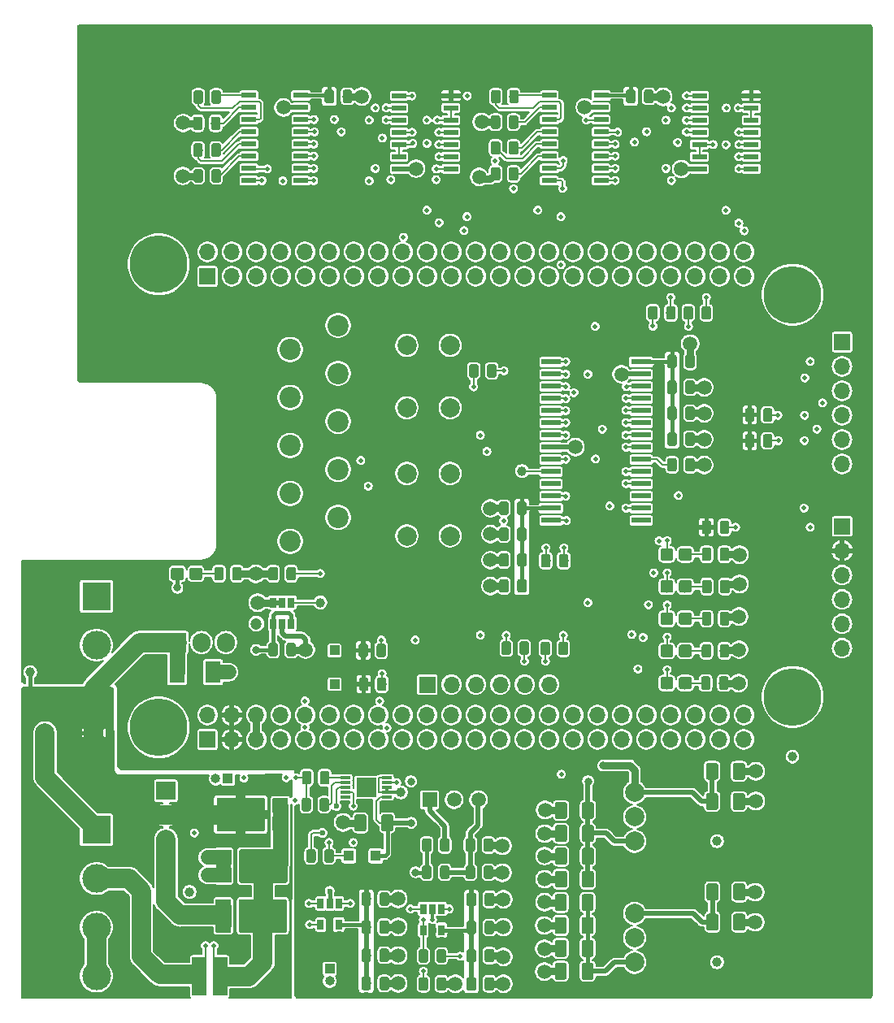
<source format=gtl>
G04 #@! TF.GenerationSoftware,KiCad,Pcbnew,5.0.2-bee76a0~70~ubuntu18.04.1*
G04 #@! TF.CreationDate,2019-07-08T18:19:28-05:00*
G04 #@! TF.ProjectId,BBB_SHIELD_V2,4242425f-5348-4494-954c-445f56322e6b,rev?*
G04 #@! TF.SameCoordinates,Original*
G04 #@! TF.FileFunction,Copper,L1,Top*
G04 #@! TF.FilePolarity,Positive*
%FSLAX46Y46*%
G04 Gerber Fmt 4.6, Leading zero omitted, Abs format (unit mm)*
G04 Created by KiCad (PCBNEW 5.0.2-bee76a0~70~ubuntu18.04.1) date Mon 08 Jul 2019 06:19:28 PM CDT*
%MOMM*%
%LPD*%
G01*
G04 APERTURE LIST*
G04 #@! TA.AperFunction,EtchedComponent*
%ADD10C,0.150000*%
G04 #@! TD*
G04 #@! TA.AperFunction,Conductor*
%ADD11C,0.100000*%
G04 #@! TD*
G04 #@! TA.AperFunction,SMDPad,CuDef*
%ADD12C,0.975000*%
G04 #@! TD*
G04 #@! TA.AperFunction,SMDPad,CuDef*
%ADD13R,1.016000X0.300000*%
G04 #@! TD*
G04 #@! TA.AperFunction,SMDPad,CuDef*
%ADD14R,2.000000X2.000000*%
G04 #@! TD*
G04 #@! TA.AperFunction,SMDPad,CuDef*
%ADD15C,1.500000*%
G04 #@! TD*
G04 #@! TA.AperFunction,SMDPad,CuDef*
%ADD16C,0.200000*%
G04 #@! TD*
G04 #@! TA.AperFunction,ComponentPad*
%ADD17O,1.700000X1.700000*%
G04 #@! TD*
G04 #@! TA.AperFunction,ComponentPad*
%ADD18R,1.700000X1.700000*%
G04 #@! TD*
G04 #@! TA.AperFunction,ComponentPad*
%ADD19C,6.000000*%
G04 #@! TD*
G04 #@! TA.AperFunction,SMDPad,CuDef*
%ADD20C,1.250000*%
G04 #@! TD*
G04 #@! TA.AperFunction,ComponentPad*
%ADD21R,3.000000X3.000000*%
G04 #@! TD*
G04 #@! TA.AperFunction,ComponentPad*
%ADD22C,3.000000*%
G04 #@! TD*
G04 #@! TA.AperFunction,ComponentPad*
%ADD23O,1.905000X2.000000*%
G04 #@! TD*
G04 #@! TA.AperFunction,ComponentPad*
%ADD24R,1.905000X2.000000*%
G04 #@! TD*
G04 #@! TA.AperFunction,SMDPad,CuDef*
%ADD25R,1.620000X2.280000*%
G04 #@! TD*
G04 #@! TA.AperFunction,SMDPad,CuDef*
%ADD26R,1.100000X1.100000*%
G04 #@! TD*
G04 #@! TA.AperFunction,SMDPad,CuDef*
%ADD27C,1.300000*%
G04 #@! TD*
G04 #@! TA.AperFunction,SMDPad,CuDef*
%ADD28R,1.500000X0.600000*%
G04 #@! TD*
G04 #@! TA.AperFunction,ComponentPad*
%ADD29C,2.000000*%
G04 #@! TD*
G04 #@! TA.AperFunction,SMDPad,CuDef*
%ADD30R,2.000000X0.600000*%
G04 #@! TD*
G04 #@! TA.AperFunction,ComponentPad*
%ADD31R,2.000000X1.905000*%
G04 #@! TD*
G04 #@! TA.AperFunction,ComponentPad*
%ADD32O,2.000000X1.905000*%
G04 #@! TD*
G04 #@! TA.AperFunction,ComponentPad*
%ADD33C,1.520000*%
G04 #@! TD*
G04 #@! TA.AperFunction,ComponentPad*
%ADD34R,1.520000X1.520000*%
G04 #@! TD*
G04 #@! TA.AperFunction,ComponentPad*
%ADD35C,1.000000*%
G04 #@! TD*
G04 #@! TA.AperFunction,ComponentPad*
%ADD36O,1.000000X1.000000*%
G04 #@! TD*
G04 #@! TA.AperFunction,ComponentPad*
%ADD37R,1.000000X1.000000*%
G04 #@! TD*
G04 #@! TA.AperFunction,SMDPad,CuDef*
%ADD38R,0.650000X1.060000*%
G04 #@! TD*
G04 #@! TA.AperFunction,SMDPad,CuDef*
%ADD39C,1.600000*%
G04 #@! TD*
G04 #@! TA.AperFunction,SMDPad,CuDef*
%ADD40C,3.500000*%
G04 #@! TD*
G04 #@! TA.AperFunction,ComponentPad*
%ADD41C,2.200000*%
G04 #@! TD*
G04 #@! TA.AperFunction,ViaPad*
%ADD42C,0.400000*%
G04 #@! TD*
G04 #@! TA.AperFunction,ViaPad*
%ADD43C,1.000000*%
G04 #@! TD*
G04 #@! TA.AperFunction,ViaPad*
%ADD44C,1.500000*%
G04 #@! TD*
G04 #@! TA.AperFunction,ViaPad*
%ADD45C,0.600000*%
G04 #@! TD*
G04 #@! TA.AperFunction,ViaPad*
%ADD46C,0.500000*%
G04 #@! TD*
G04 #@! TA.AperFunction,ViaPad*
%ADD47C,1.200000*%
G04 #@! TD*
G04 #@! TA.AperFunction,ViaPad*
%ADD48C,0.800000*%
G04 #@! TD*
G04 #@! TA.AperFunction,Conductor*
%ADD49C,2.000000*%
G04 #@! TD*
G04 #@! TA.AperFunction,Conductor*
%ADD50C,1.500000*%
G04 #@! TD*
G04 #@! TA.AperFunction,Conductor*
%ADD51C,0.750000*%
G04 #@! TD*
G04 #@! TA.AperFunction,Conductor*
%ADD52C,0.400000*%
G04 #@! TD*
G04 #@! TA.AperFunction,Conductor*
%ADD53C,0.300000*%
G04 #@! TD*
G04 #@! TA.AperFunction,Conductor*
%ADD54C,0.500000*%
G04 #@! TD*
G04 #@! TA.AperFunction,Conductor*
%ADD55C,0.200000*%
G04 #@! TD*
G04 #@! TA.AperFunction,Conductor*
%ADD56C,1.600000*%
G04 #@! TD*
G04 #@! TA.AperFunction,Conductor*
%ADD57C,1.620000*%
G04 #@! TD*
G04 #@! TA.AperFunction,Conductor*
%ADD58C,0.800000*%
G04 #@! TD*
G04 APERTURE END LIST*
D10*
G04 #@! TO.C,RSHUNT1*
X123850000Y-139050000D02*
X123850000Y-139900000D01*
X124750000Y-139050000D02*
X124750000Y-139900000D01*
G04 #@! TD*
D11*
G04 #@! TO.N,/CONTROLLER/~MCLR*
G04 #@! TO.C,R9*
G36*
X178205142Y-94001174D02*
X178228803Y-94004684D01*
X178252007Y-94010496D01*
X178274529Y-94018554D01*
X178296153Y-94028782D01*
X178316670Y-94041079D01*
X178335883Y-94055329D01*
X178353607Y-94071393D01*
X178369671Y-94089117D01*
X178383921Y-94108330D01*
X178396218Y-94128847D01*
X178406446Y-94150471D01*
X178414504Y-94172993D01*
X178420316Y-94196197D01*
X178423826Y-94219858D01*
X178425000Y-94243750D01*
X178425000Y-95156250D01*
X178423826Y-95180142D01*
X178420316Y-95203803D01*
X178414504Y-95227007D01*
X178406446Y-95249529D01*
X178396218Y-95271153D01*
X178383921Y-95291670D01*
X178369671Y-95310883D01*
X178353607Y-95328607D01*
X178335883Y-95344671D01*
X178316670Y-95358921D01*
X178296153Y-95371218D01*
X178274529Y-95381446D01*
X178252007Y-95389504D01*
X178228803Y-95395316D01*
X178205142Y-95398826D01*
X178181250Y-95400000D01*
X177693750Y-95400000D01*
X177669858Y-95398826D01*
X177646197Y-95395316D01*
X177622993Y-95389504D01*
X177600471Y-95381446D01*
X177578847Y-95371218D01*
X177558330Y-95358921D01*
X177539117Y-95344671D01*
X177521393Y-95328607D01*
X177505329Y-95310883D01*
X177491079Y-95291670D01*
X177478782Y-95271153D01*
X177468554Y-95249529D01*
X177460496Y-95227007D01*
X177454684Y-95203803D01*
X177451174Y-95180142D01*
X177450000Y-95156250D01*
X177450000Y-94243750D01*
X177451174Y-94219858D01*
X177454684Y-94196197D01*
X177460496Y-94172993D01*
X177468554Y-94150471D01*
X177478782Y-94128847D01*
X177491079Y-94108330D01*
X177505329Y-94089117D01*
X177521393Y-94071393D01*
X177539117Y-94055329D01*
X177558330Y-94041079D01*
X177578847Y-94028782D01*
X177600471Y-94018554D01*
X177622993Y-94010496D01*
X177646197Y-94004684D01*
X177669858Y-94001174D01*
X177693750Y-94000000D01*
X178181250Y-94000000D01*
X178205142Y-94001174D01*
X178205142Y-94001174D01*
G37*
D12*
G04 #@! TD*
G04 #@! TO.P,R9,1*
G04 #@! TO.N,/CONTROLLER/~MCLR*
X177937500Y-94700000D03*
D11*
G04 #@! TO.N,_VDD_3V3*
G04 #@! TO.C,R9*
G36*
X176330142Y-94001174D02*
X176353803Y-94004684D01*
X176377007Y-94010496D01*
X176399529Y-94018554D01*
X176421153Y-94028782D01*
X176441670Y-94041079D01*
X176460883Y-94055329D01*
X176478607Y-94071393D01*
X176494671Y-94089117D01*
X176508921Y-94108330D01*
X176521218Y-94128847D01*
X176531446Y-94150471D01*
X176539504Y-94172993D01*
X176545316Y-94196197D01*
X176548826Y-94219858D01*
X176550000Y-94243750D01*
X176550000Y-95156250D01*
X176548826Y-95180142D01*
X176545316Y-95203803D01*
X176539504Y-95227007D01*
X176531446Y-95249529D01*
X176521218Y-95271153D01*
X176508921Y-95291670D01*
X176494671Y-95310883D01*
X176478607Y-95328607D01*
X176460883Y-95344671D01*
X176441670Y-95358921D01*
X176421153Y-95371218D01*
X176399529Y-95381446D01*
X176377007Y-95389504D01*
X176353803Y-95395316D01*
X176330142Y-95398826D01*
X176306250Y-95400000D01*
X175818750Y-95400000D01*
X175794858Y-95398826D01*
X175771197Y-95395316D01*
X175747993Y-95389504D01*
X175725471Y-95381446D01*
X175703847Y-95371218D01*
X175683330Y-95358921D01*
X175664117Y-95344671D01*
X175646393Y-95328607D01*
X175630329Y-95310883D01*
X175616079Y-95291670D01*
X175603782Y-95271153D01*
X175593554Y-95249529D01*
X175585496Y-95227007D01*
X175579684Y-95203803D01*
X175576174Y-95180142D01*
X175575000Y-95156250D01*
X175575000Y-94243750D01*
X175576174Y-94219858D01*
X175579684Y-94196197D01*
X175585496Y-94172993D01*
X175593554Y-94150471D01*
X175603782Y-94128847D01*
X175616079Y-94108330D01*
X175630329Y-94089117D01*
X175646393Y-94071393D01*
X175664117Y-94055329D01*
X175683330Y-94041079D01*
X175703847Y-94028782D01*
X175725471Y-94018554D01*
X175747993Y-94010496D01*
X175771197Y-94004684D01*
X175794858Y-94001174D01*
X175818750Y-94000000D01*
X176306250Y-94000000D01*
X176330142Y-94001174D01*
X176330142Y-94001174D01*
G37*
D12*
G04 #@! TD*
G04 #@! TO.P,R9,2*
G04 #@! TO.N,_VDD_3V3*
X176062500Y-94700000D03*
D13*
G04 #@! TO.P,U1,1*
G04 #@! TO.N,_VDD_12V_PROT*
X142758000Y-122800000D03*
G04 #@! TO.P,U1,10*
G04 #@! TO.N,Net-(U1-Pad10)*
X138442000Y-122800000D03*
G04 #@! TO.P,U1,2*
G04 #@! TO.N,GND*
X142758000Y-122300000D03*
G04 #@! TO.P,U1,3*
X142758000Y-121800000D03*
G04 #@! TO.P,U1,4*
G04 #@! TO.N,/CONTROLLER/PWM_FET*
X142758000Y-121300000D03*
G04 #@! TO.P,U1,5*
G04 #@! TO.N,GND*
X142758000Y-120800000D03*
G04 #@! TO.P,U1,9*
G04 #@! TO.N,Net-(C2-Pad1)*
X138442000Y-122300000D03*
G04 #@! TO.P,U1,8*
G04 #@! TO.N,/FET/FET_OUT*
X138442000Y-121800000D03*
G04 #@! TO.P,U1,7*
G04 #@! TO.N,/FET_OUTPUT/FET_DRV_PU*
X138442000Y-121300000D03*
G04 #@! TO.P,U1,6*
G04 #@! TO.N,/FET_OUTPUT/FET_DRV_PD*
X138442000Y-120800000D03*
D14*
G04 #@! TO.P,U1,11*
G04 #@! TO.N,GND*
X140600000Y-121800000D03*
G04 #@! TD*
D11*
G04 #@! TO.N,Net-(D10-Pad2)*
G04 #@! TO.C,RSHUNT1*
G36*
X126082351Y-139500361D02*
X126089632Y-139501441D01*
X126096771Y-139503229D01*
X126103701Y-139505709D01*
X126110355Y-139508856D01*
X126116668Y-139512640D01*
X126122579Y-139517024D01*
X126128033Y-139521967D01*
X126132976Y-139527421D01*
X126137360Y-139533332D01*
X126141144Y-139539645D01*
X126144291Y-139546299D01*
X126146771Y-139553229D01*
X126148559Y-139560368D01*
X126149639Y-139567649D01*
X126150000Y-139575000D01*
X126150000Y-143425000D01*
X126149639Y-143432351D01*
X126148559Y-143439632D01*
X126146771Y-143446771D01*
X126144291Y-143453701D01*
X126141144Y-143460355D01*
X126137360Y-143466668D01*
X126132976Y-143472579D01*
X126128033Y-143478033D01*
X126122579Y-143482976D01*
X126116668Y-143487360D01*
X126110355Y-143491144D01*
X126103701Y-143494291D01*
X126096771Y-143496771D01*
X126089632Y-143498559D01*
X126082351Y-143499639D01*
X126075000Y-143500000D01*
X124725000Y-143500000D01*
X124717649Y-143499639D01*
X124710368Y-143498559D01*
X124703229Y-143496771D01*
X124696299Y-143494291D01*
X124689645Y-143491144D01*
X124683332Y-143487360D01*
X124677421Y-143482976D01*
X124671967Y-143478033D01*
X124667024Y-143472579D01*
X124662640Y-143466668D01*
X124658856Y-143460355D01*
X124655709Y-143453701D01*
X124653229Y-143446771D01*
X124651441Y-143439632D01*
X124650361Y-143432351D01*
X124650000Y-143425000D01*
X124650000Y-139575000D01*
X124650361Y-139567649D01*
X124651441Y-139560368D01*
X124653229Y-139553229D01*
X124655709Y-139546299D01*
X124658856Y-139539645D01*
X124662640Y-139533332D01*
X124667024Y-139527421D01*
X124671967Y-139521967D01*
X124677421Y-139517024D01*
X124683332Y-139512640D01*
X124689645Y-139508856D01*
X124696299Y-139505709D01*
X124703229Y-139503229D01*
X124710368Y-139501441D01*
X124717649Y-139500361D01*
X124725000Y-139500000D01*
X126075000Y-139500000D01*
X126082351Y-139500361D01*
X126082351Y-139500361D01*
G37*
D15*
G04 #@! TD*
G04 #@! TO.P,RSHUNT1,1*
G04 #@! TO.N,Net-(D10-Pad2)*
X125400000Y-141500000D03*
D11*
G04 #@! TO.N,_POWER_OUT*
G04 #@! TO.C,RSHUNT1*
G36*
X123882351Y-139500361D02*
X123889632Y-139501441D01*
X123896771Y-139503229D01*
X123903701Y-139505709D01*
X123910355Y-139508856D01*
X123916668Y-139512640D01*
X123922579Y-139517024D01*
X123928033Y-139521967D01*
X123932976Y-139527421D01*
X123937360Y-139533332D01*
X123941144Y-139539645D01*
X123944291Y-139546299D01*
X123946771Y-139553229D01*
X123948559Y-139560368D01*
X123949639Y-139567649D01*
X123950000Y-139575000D01*
X123950000Y-143425000D01*
X123949639Y-143432351D01*
X123948559Y-143439632D01*
X123946771Y-143446771D01*
X123944291Y-143453701D01*
X123941144Y-143460355D01*
X123937360Y-143466668D01*
X123932976Y-143472579D01*
X123928033Y-143478033D01*
X123922579Y-143482976D01*
X123916668Y-143487360D01*
X123910355Y-143491144D01*
X123903701Y-143494291D01*
X123896771Y-143496771D01*
X123889632Y-143498559D01*
X123882351Y-143499639D01*
X123875000Y-143500000D01*
X122525000Y-143500000D01*
X122517649Y-143499639D01*
X122510368Y-143498559D01*
X122503229Y-143496771D01*
X122496299Y-143494291D01*
X122489645Y-143491144D01*
X122483332Y-143487360D01*
X122477421Y-143482976D01*
X122471967Y-143478033D01*
X122467024Y-143472579D01*
X122462640Y-143466668D01*
X122458856Y-143460355D01*
X122455709Y-143453701D01*
X122453229Y-143446771D01*
X122451441Y-143439632D01*
X122450361Y-143432351D01*
X122450000Y-143425000D01*
X122450000Y-139575000D01*
X122450361Y-139567649D01*
X122451441Y-139560368D01*
X122453229Y-139553229D01*
X122455709Y-139546299D01*
X122458856Y-139539645D01*
X122462640Y-139533332D01*
X122467024Y-139527421D01*
X122471967Y-139521967D01*
X122477421Y-139517024D01*
X122483332Y-139512640D01*
X122489645Y-139508856D01*
X122496299Y-139505709D01*
X122503229Y-139503229D01*
X122510368Y-139501441D01*
X122517649Y-139500361D01*
X122525000Y-139500000D01*
X123875000Y-139500000D01*
X123882351Y-139500361D01*
X123882351Y-139500361D01*
G37*
D15*
G04 #@! TD*
G04 #@! TO.P,RSHUNT1,4*
G04 #@! TO.N,_POWER_OUT*
X123200000Y-141500000D03*
D11*
G04 #@! TO.N,/FET/I_SENSE_P*
G04 #@! TO.C,RSHUNT1*
G36*
X124840980Y-138800048D02*
X124841951Y-138800192D01*
X124842903Y-138800431D01*
X124843827Y-138800761D01*
X124844714Y-138801181D01*
X124845556Y-138801685D01*
X124846344Y-138802270D01*
X124847071Y-138802929D01*
X124847730Y-138803656D01*
X124848315Y-138804444D01*
X124848819Y-138805286D01*
X124849239Y-138806173D01*
X124849569Y-138807097D01*
X124849808Y-138808049D01*
X124849952Y-138809020D01*
X124850000Y-138810000D01*
X124850000Y-139290000D01*
X124849952Y-139290980D01*
X124849808Y-139291951D01*
X124849569Y-139292903D01*
X124849239Y-139293827D01*
X124848819Y-139294714D01*
X124848315Y-139295556D01*
X124847730Y-139296344D01*
X124847071Y-139297071D01*
X124846344Y-139297730D01*
X124845556Y-139298315D01*
X124844714Y-139298819D01*
X124843827Y-139299239D01*
X124842903Y-139299569D01*
X124841951Y-139299808D01*
X124840980Y-139299952D01*
X124840000Y-139300000D01*
X124660000Y-139300000D01*
X124659020Y-139299952D01*
X124658049Y-139299808D01*
X124657097Y-139299569D01*
X124656173Y-139299239D01*
X124655286Y-139298819D01*
X124654444Y-139298315D01*
X124653656Y-139297730D01*
X124652929Y-139297071D01*
X124652270Y-139296344D01*
X124651685Y-139295556D01*
X124651181Y-139294714D01*
X124650761Y-139293827D01*
X124650431Y-139292903D01*
X124650192Y-139291951D01*
X124650048Y-139290980D01*
X124650000Y-139290000D01*
X124650000Y-138810000D01*
X124650048Y-138809020D01*
X124650192Y-138808049D01*
X124650431Y-138807097D01*
X124650761Y-138806173D01*
X124651181Y-138805286D01*
X124651685Y-138804444D01*
X124652270Y-138803656D01*
X124652929Y-138802929D01*
X124653656Y-138802270D01*
X124654444Y-138801685D01*
X124655286Y-138801181D01*
X124656173Y-138800761D01*
X124657097Y-138800431D01*
X124658049Y-138800192D01*
X124659020Y-138800048D01*
X124660000Y-138800000D01*
X124840000Y-138800000D01*
X124840980Y-138800048D01*
X124840980Y-138800048D01*
G37*
D16*
G04 #@! TD*
G04 #@! TO.P,RSHUNT1,2*
G04 #@! TO.N,/FET/I_SENSE_P*
X124750000Y-139050000D03*
D11*
G04 #@! TO.N,/FET/I_SENSE_N*
G04 #@! TO.C,RSHUNT1*
G36*
X123940980Y-138800048D02*
X123941951Y-138800192D01*
X123942903Y-138800431D01*
X123943827Y-138800761D01*
X123944714Y-138801181D01*
X123945556Y-138801685D01*
X123946344Y-138802270D01*
X123947071Y-138802929D01*
X123947730Y-138803656D01*
X123948315Y-138804444D01*
X123948819Y-138805286D01*
X123949239Y-138806173D01*
X123949569Y-138807097D01*
X123949808Y-138808049D01*
X123949952Y-138809020D01*
X123950000Y-138810000D01*
X123950000Y-139290000D01*
X123949952Y-139290980D01*
X123949808Y-139291951D01*
X123949569Y-139292903D01*
X123949239Y-139293827D01*
X123948819Y-139294714D01*
X123948315Y-139295556D01*
X123947730Y-139296344D01*
X123947071Y-139297071D01*
X123946344Y-139297730D01*
X123945556Y-139298315D01*
X123944714Y-139298819D01*
X123943827Y-139299239D01*
X123942903Y-139299569D01*
X123941951Y-139299808D01*
X123940980Y-139299952D01*
X123940000Y-139300000D01*
X123760000Y-139300000D01*
X123759020Y-139299952D01*
X123758049Y-139299808D01*
X123757097Y-139299569D01*
X123756173Y-139299239D01*
X123755286Y-139298819D01*
X123754444Y-139298315D01*
X123753656Y-139297730D01*
X123752929Y-139297071D01*
X123752270Y-139296344D01*
X123751685Y-139295556D01*
X123751181Y-139294714D01*
X123750761Y-139293827D01*
X123750431Y-139292903D01*
X123750192Y-139291951D01*
X123750048Y-139290980D01*
X123750000Y-139290000D01*
X123750000Y-138810000D01*
X123750048Y-138809020D01*
X123750192Y-138808049D01*
X123750431Y-138807097D01*
X123750761Y-138806173D01*
X123751181Y-138805286D01*
X123751685Y-138804444D01*
X123752270Y-138803656D01*
X123752929Y-138802929D01*
X123753656Y-138802270D01*
X123754444Y-138801685D01*
X123755286Y-138801181D01*
X123756173Y-138800761D01*
X123757097Y-138800431D01*
X123758049Y-138800192D01*
X123759020Y-138800048D01*
X123760000Y-138800000D01*
X123940000Y-138800000D01*
X123940980Y-138800048D01*
X123940980Y-138800048D01*
G37*
D16*
G04 #@! TD*
G04 #@! TO.P,RSHUNT1,3*
G04 #@! TO.N,/FET/I_SENSE_N*
X123850000Y-139050000D03*
D17*
G04 #@! TO.P,P9,46*
G04 #@! TO.N,GND*
X179940000Y-114270000D03*
G04 #@! TO.P,P9,45*
X179940000Y-116810000D03*
G04 #@! TO.P,P9,44*
X177400000Y-114270000D03*
G04 #@! TO.P,P9,43*
X177400000Y-116810000D03*
G04 #@! TO.P,P9,42*
G04 #@! TO.N,Net-(P9-Pad42)*
X174860000Y-114270000D03*
G04 #@! TO.P,P9,41*
G04 #@! TO.N,Net-(P9-Pad41)*
X174860000Y-116810000D03*
G04 #@! TO.P,P9,40*
G04 #@! TO.N,Net-(P9-Pad40)*
X172320000Y-114270000D03*
G04 #@! TO.P,P9,39*
G04 #@! TO.N,Net-(P9-Pad39)*
X172320000Y-116810000D03*
G04 #@! TO.P,P9,38*
G04 #@! TO.N,Net-(P9-Pad38)*
X169780000Y-114270000D03*
G04 #@! TO.P,P9,37*
G04 #@! TO.N,Net-(P9-Pad37)*
X169780000Y-116810000D03*
G04 #@! TO.P,P9,36*
G04 #@! TO.N,Net-(P9-Pad36)*
X167240000Y-114270000D03*
G04 #@! TO.P,P9,35*
G04 #@! TO.N,Net-(P9-Pad35)*
X167240000Y-116810000D03*
G04 #@! TO.P,P9,34*
G04 #@! TO.N,Net-(P9-Pad34)*
X164700000Y-114270000D03*
G04 #@! TO.P,P9,33*
G04 #@! TO.N,Net-(P9-Pad33)*
X164700000Y-116810000D03*
G04 #@! TO.P,P9,32*
G04 #@! TO.N,Net-(P9-Pad32)*
X162160000Y-114270000D03*
G04 #@! TO.P,P9,31*
G04 #@! TO.N,Net-(P9-Pad31)*
X162160000Y-116810000D03*
G04 #@! TO.P,P9,30*
G04 #@! TO.N,Net-(P9-Pad30)*
X159620000Y-114270000D03*
G04 #@! TO.P,P9,29*
G04 #@! TO.N,Net-(P9-Pad29)*
X159620000Y-116810000D03*
G04 #@! TO.P,P9,28*
G04 #@! TO.N,Net-(P9-Pad28)*
X157080000Y-114270000D03*
G04 #@! TO.P,P9,27*
G04 #@! TO.N,/BB_HEADERS/aux_1*
X157080000Y-116810000D03*
G04 #@! TO.P,P9,26*
G04 #@! TO.N,Net-(P9-Pad26)*
X154540000Y-114270000D03*
G04 #@! TO.P,P9,25*
G04 #@! TO.N,Net-(P9-Pad25)*
X154540000Y-116810000D03*
G04 #@! TO.P,P9,24*
G04 #@! TO.N,Net-(P9-Pad24)*
X152000000Y-114270000D03*
G04 #@! TO.P,P9,23*
G04 #@! TO.N,Net-(P9-Pad23)*
X152000000Y-116810000D03*
G04 #@! TO.P,P9,22*
G04 #@! TO.N,/BB_HEADERS/uart2_rxd_sw*
X149460000Y-114270000D03*
G04 #@! TO.P,P9,21*
G04 #@! TO.N,/BB_HEADERS/uart2_txd_sw*
X149460000Y-116810000D03*
G04 #@! TO.P,P9,20*
G04 #@! TO.N,/BB_HEADERS/SDA1*
X146920000Y-114270000D03*
G04 #@! TO.P,P9,19*
G04 #@! TO.N,/BB_HEADERS/SCL1*
X146920000Y-116810000D03*
G04 #@! TO.P,P9,18*
G04 #@! TO.N,Net-(P9-Pad18)*
X144380000Y-114270000D03*
G04 #@! TO.P,P9,17*
G04 #@! TO.N,Net-(P9-Pad17)*
X144380000Y-116810000D03*
G04 #@! TO.P,P9,16*
G04 #@! TO.N,Net-(P9-Pad16)*
X141840000Y-114270000D03*
G04 #@! TO.P,P9,15*
G04 #@! TO.N,Net-(P9-Pad15)*
X141840000Y-116810000D03*
G04 #@! TO.P,P9,14*
G04 #@! TO.N,Net-(P9-Pad14)*
X139300000Y-114270000D03*
G04 #@! TO.P,P9,13*
G04 #@! TO.N,/BB_HEADERS/uart4_txd_sw*
X139300000Y-116810000D03*
G04 #@! TO.P,P9,12*
G04 #@! TO.N,Net-(P9-Pad12)*
X136760000Y-114270000D03*
G04 #@! TO.P,P9,11*
G04 #@! TO.N,/BB_HEADERS/uart4_rxd_sw*
X136760000Y-116810000D03*
G04 #@! TO.P,P9,10*
G04 #@! TO.N,_SYS_RESETn*
X134220000Y-114270000D03*
G04 #@! TO.P,P9,9*
G04 #@! TO.N,_PWR_BUTT*
X134220000Y-116810000D03*
G04 #@! TO.P,P9,8*
G04 #@! TO.N,Net-(P9-Pad8)*
X131680000Y-114270000D03*
G04 #@! TO.P,P9,7*
G04 #@! TO.N,Net-(P9-Pad7)*
X131680000Y-116810000D03*
G04 #@! TO.P,P9,6*
G04 #@! TO.N,_VDD_5V_PROT*
X129140000Y-114270000D03*
G04 #@! TO.P,P9,5*
X129140000Y-116810000D03*
G04 #@! TO.P,P9,4*
G04 #@! TO.N,_VDD_3V3*
X126600000Y-114270000D03*
G04 #@! TO.P,P9,3*
X126600000Y-116810000D03*
G04 #@! TO.P,P9,2*
G04 #@! TO.N,GND*
X124060000Y-114270000D03*
D18*
G04 #@! TO.P,P9,1*
X124060000Y-116810000D03*
G04 #@! TD*
D19*
G04 #@! TO.P,REF\002A\002A,1*
G04 #@! TO.N,N/C*
X118980000Y-67280000D03*
G04 #@! TD*
G04 #@! TO.P,REF\002A\002A,1*
G04 #@! TO.N,N/C*
X118980000Y-115540000D03*
G04 #@! TD*
G04 #@! TO.P,REF\002A\002A,1*
G04 #@! TO.N,N/C*
X185020000Y-70455000D03*
G04 #@! TD*
G04 #@! TO.P,REF\002A\002A,1*
G04 #@! TO.N,N/C*
X185020000Y-112365000D03*
G04 #@! TD*
D17*
G04 #@! TO.P,P8,46*
G04 #@! TO.N,Net-(P8-Pad46)*
X179940000Y-66010000D03*
G04 #@! TO.P,P8,45*
G04 #@! TO.N,Net-(P8-Pad45)*
X179940000Y-68550000D03*
G04 #@! TO.P,P8,44*
G04 #@! TO.N,Net-(P8-Pad44)*
X177400000Y-66010000D03*
G04 #@! TO.P,P8,43*
G04 #@! TO.N,Net-(P8-Pad43)*
X177400000Y-68550000D03*
G04 #@! TO.P,P8,42*
G04 #@! TO.N,Net-(P8-Pad42)*
X174860000Y-66010000D03*
G04 #@! TO.P,P8,41*
G04 #@! TO.N,Net-(P8-Pad41)*
X174860000Y-68550000D03*
G04 #@! TO.P,P8,40*
G04 #@! TO.N,/BB_HEADERS/enable*
X172320000Y-66010000D03*
G04 #@! TO.P,P8,39*
G04 #@! TO.N,/BB_HEADERS/aux_2*
X172320000Y-68550000D03*
G04 #@! TO.P,P8,38*
G04 #@! TO.N,/BB_HEADERS/uart2_rtsn_sw*
X169780000Y-66010000D03*
G04 #@! TO.P,P8,37*
G04 #@! TO.N,/BB_HEADERS/uart2_ctsn_sw*
X169780000Y-68550000D03*
G04 #@! TO.P,P8,36*
G04 #@! TO.N,Net-(P8-Pad36)*
X167240000Y-66010000D03*
G04 #@! TO.P,P8,35*
G04 #@! TO.N,/BB_HEADERS/uart4_ctsn_sw*
X167240000Y-68550000D03*
G04 #@! TO.P,P8,34*
G04 #@! TO.N,Net-(P8-Pad34)*
X164700000Y-66010000D03*
G04 #@! TO.P,P8,33*
G04 #@! TO.N,/BB_HEADERS/uart4_rtsn_sw*
X164700000Y-68550000D03*
G04 #@! TO.P,P8,32*
G04 #@! TO.N,Net-(P8-Pad32)*
X162160000Y-66010000D03*
G04 #@! TO.P,P8,31*
G04 #@! TO.N,Net-(P8-Pad31)*
X162160000Y-68550000D03*
G04 #@! TO.P,P8,30*
G04 #@! TO.N,Net-(P8-Pad30)*
X159620000Y-66010000D03*
G04 #@! TO.P,P8,29*
G04 #@! TO.N,Net-(P8-Pad29)*
X159620000Y-68550000D03*
G04 #@! TO.P,P8,28*
G04 #@! TO.N,Net-(P8-Pad28)*
X157080000Y-66010000D03*
G04 #@! TO.P,P8,27*
G04 #@! TO.N,Net-(P8-Pad27)*
X157080000Y-68550000D03*
G04 #@! TO.P,P8,26*
G04 #@! TO.N,Net-(P8-Pad26)*
X154540000Y-66010000D03*
G04 #@! TO.P,P8,25*
G04 #@! TO.N,Net-(P8-Pad25)*
X154540000Y-68550000D03*
G04 #@! TO.P,P8,24*
G04 #@! TO.N,Net-(P8-Pad24)*
X152000000Y-66010000D03*
G04 #@! TO.P,P8,23*
G04 #@! TO.N,Net-(P8-Pad23)*
X152000000Y-68550000D03*
G04 #@! TO.P,P8,22*
G04 #@! TO.N,Net-(P8-Pad22)*
X149460000Y-66010000D03*
G04 #@! TO.P,P8,21*
G04 #@! TO.N,Net-(P8-Pad21)*
X149460000Y-68550000D03*
G04 #@! TO.P,P8,20*
G04 #@! TO.N,Net-(P8-Pad20)*
X146920000Y-66010000D03*
G04 #@! TO.P,P8,19*
G04 #@! TO.N,Net-(P8-Pad19)*
X146920000Y-68550000D03*
G04 #@! TO.P,P8,18*
G04 #@! TO.N,Net-(P8-Pad18)*
X144380000Y-66010000D03*
G04 #@! TO.P,P8,17*
G04 #@! TO.N,Net-(P8-Pad17)*
X144380000Y-68550000D03*
G04 #@! TO.P,P8,16*
G04 #@! TO.N,Net-(P8-Pad16)*
X141840000Y-66010000D03*
G04 #@! TO.P,P8,15*
G04 #@! TO.N,Net-(P8-Pad15)*
X141840000Y-68550000D03*
G04 #@! TO.P,P8,14*
G04 #@! TO.N,Net-(P8-Pad14)*
X139300000Y-66010000D03*
G04 #@! TO.P,P8,13*
G04 #@! TO.N,Net-(P8-Pad13)*
X139300000Y-68550000D03*
G04 #@! TO.P,P8,12*
G04 #@! TO.N,Net-(P8-Pad12)*
X136760000Y-66010000D03*
G04 #@! TO.P,P8,11*
G04 #@! TO.N,Net-(P8-Pad11)*
X136760000Y-68550000D03*
G04 #@! TO.P,P8,10*
G04 #@! TO.N,Net-(P8-Pad10)*
X134220000Y-66010000D03*
G04 #@! TO.P,P8,9*
G04 #@! TO.N,Net-(P8-Pad9)*
X134220000Y-68550000D03*
G04 #@! TO.P,P8,8*
G04 #@! TO.N,Net-(P8-Pad8)*
X131680000Y-66010000D03*
G04 #@! TO.P,P8,7*
G04 #@! TO.N,Net-(P8-Pad7)*
X131680000Y-68550000D03*
G04 #@! TO.P,P8,6*
G04 #@! TO.N,Net-(P8-Pad6)*
X129140000Y-66010000D03*
G04 #@! TO.P,P8,5*
G04 #@! TO.N,Net-(P8-Pad5)*
X129140000Y-68550000D03*
G04 #@! TO.P,P8,4*
G04 #@! TO.N,Net-(P8-Pad4)*
X126600000Y-66010000D03*
G04 #@! TO.P,P8,3*
G04 #@! TO.N,Net-(P8-Pad3)*
X126600000Y-68550000D03*
G04 #@! TO.P,P8,2*
G04 #@! TO.N,GND*
X124060000Y-66010000D03*
D18*
G04 #@! TO.P,P8,1*
X124060000Y-68550000D03*
G04 #@! TD*
D17*
G04 #@! TO.P,REF\002A\002A,6*
G04 #@! TO.N,N/C*
X159660000Y-111095000D03*
G04 #@! TO.P,REF\002A\002A,5*
X157120000Y-111095000D03*
G04 #@! TO.P,REF\002A\002A,4*
X154580000Y-111095000D03*
G04 #@! TO.P,REF\002A\002A,3*
X152040000Y-111095000D03*
G04 #@! TO.P,REF\002A\002A,2*
X149500000Y-111095000D03*
D18*
G04 #@! TO.P,REF\002A\002A,1*
X146960000Y-111095000D03*
G04 #@! TD*
D11*
G04 #@! TO.N,Net-(C1-Pad1)*
G04 #@! TO.C,C1*
G36*
X151730142Y-129951174D02*
X151753803Y-129954684D01*
X151777007Y-129960496D01*
X151799529Y-129968554D01*
X151821153Y-129978782D01*
X151841670Y-129991079D01*
X151860883Y-130005329D01*
X151878607Y-130021393D01*
X151894671Y-130039117D01*
X151908921Y-130058330D01*
X151921218Y-130078847D01*
X151931446Y-130100471D01*
X151939504Y-130122993D01*
X151945316Y-130146197D01*
X151948826Y-130169858D01*
X151950000Y-130193750D01*
X151950000Y-131106250D01*
X151948826Y-131130142D01*
X151945316Y-131153803D01*
X151939504Y-131177007D01*
X151931446Y-131199529D01*
X151921218Y-131221153D01*
X151908921Y-131241670D01*
X151894671Y-131260883D01*
X151878607Y-131278607D01*
X151860883Y-131294671D01*
X151841670Y-131308921D01*
X151821153Y-131321218D01*
X151799529Y-131331446D01*
X151777007Y-131339504D01*
X151753803Y-131345316D01*
X151730142Y-131348826D01*
X151706250Y-131350000D01*
X151218750Y-131350000D01*
X151194858Y-131348826D01*
X151171197Y-131345316D01*
X151147993Y-131339504D01*
X151125471Y-131331446D01*
X151103847Y-131321218D01*
X151083330Y-131308921D01*
X151064117Y-131294671D01*
X151046393Y-131278607D01*
X151030329Y-131260883D01*
X151016079Y-131241670D01*
X151003782Y-131221153D01*
X150993554Y-131199529D01*
X150985496Y-131177007D01*
X150979684Y-131153803D01*
X150976174Y-131130142D01*
X150975000Y-131106250D01*
X150975000Y-130193750D01*
X150976174Y-130169858D01*
X150979684Y-130146197D01*
X150985496Y-130122993D01*
X150993554Y-130100471D01*
X151003782Y-130078847D01*
X151016079Y-130058330D01*
X151030329Y-130039117D01*
X151046393Y-130021393D01*
X151064117Y-130005329D01*
X151083330Y-129991079D01*
X151103847Y-129978782D01*
X151125471Y-129968554D01*
X151147993Y-129960496D01*
X151171197Y-129954684D01*
X151194858Y-129951174D01*
X151218750Y-129950000D01*
X151706250Y-129950000D01*
X151730142Y-129951174D01*
X151730142Y-129951174D01*
G37*
D12*
G04 #@! TD*
G04 #@! TO.P,C1,1*
G04 #@! TO.N,Net-(C1-Pad1)*
X151462500Y-130650000D03*
D11*
G04 #@! TO.N,GND*
G04 #@! TO.C,C1*
G36*
X153605142Y-129951174D02*
X153628803Y-129954684D01*
X153652007Y-129960496D01*
X153674529Y-129968554D01*
X153696153Y-129978782D01*
X153716670Y-129991079D01*
X153735883Y-130005329D01*
X153753607Y-130021393D01*
X153769671Y-130039117D01*
X153783921Y-130058330D01*
X153796218Y-130078847D01*
X153806446Y-130100471D01*
X153814504Y-130122993D01*
X153820316Y-130146197D01*
X153823826Y-130169858D01*
X153825000Y-130193750D01*
X153825000Y-131106250D01*
X153823826Y-131130142D01*
X153820316Y-131153803D01*
X153814504Y-131177007D01*
X153806446Y-131199529D01*
X153796218Y-131221153D01*
X153783921Y-131241670D01*
X153769671Y-131260883D01*
X153753607Y-131278607D01*
X153735883Y-131294671D01*
X153716670Y-131308921D01*
X153696153Y-131321218D01*
X153674529Y-131331446D01*
X153652007Y-131339504D01*
X153628803Y-131345316D01*
X153605142Y-131348826D01*
X153581250Y-131350000D01*
X153093750Y-131350000D01*
X153069858Y-131348826D01*
X153046197Y-131345316D01*
X153022993Y-131339504D01*
X153000471Y-131331446D01*
X152978847Y-131321218D01*
X152958330Y-131308921D01*
X152939117Y-131294671D01*
X152921393Y-131278607D01*
X152905329Y-131260883D01*
X152891079Y-131241670D01*
X152878782Y-131221153D01*
X152868554Y-131199529D01*
X152860496Y-131177007D01*
X152854684Y-131153803D01*
X152851174Y-131130142D01*
X152850000Y-131106250D01*
X152850000Y-130193750D01*
X152851174Y-130169858D01*
X152854684Y-130146197D01*
X152860496Y-130122993D01*
X152868554Y-130100471D01*
X152878782Y-130078847D01*
X152891079Y-130058330D01*
X152905329Y-130039117D01*
X152921393Y-130021393D01*
X152939117Y-130005329D01*
X152958330Y-129991079D01*
X152978847Y-129978782D01*
X153000471Y-129968554D01*
X153022993Y-129960496D01*
X153046197Y-129954684D01*
X153069858Y-129951174D01*
X153093750Y-129950000D01*
X153581250Y-129950000D01*
X153605142Y-129951174D01*
X153605142Y-129951174D01*
G37*
D12*
G04 #@! TD*
G04 #@! TO.P,C1,2*
G04 #@! TO.N,GND*
X153337500Y-130650000D03*
D11*
G04 #@! TO.N,/FET/FET_OUT*
G04 #@! TO.C,C2*
G36*
X135130142Y-128251174D02*
X135153803Y-128254684D01*
X135177007Y-128260496D01*
X135199529Y-128268554D01*
X135221153Y-128278782D01*
X135241670Y-128291079D01*
X135260883Y-128305329D01*
X135278607Y-128321393D01*
X135294671Y-128339117D01*
X135308921Y-128358330D01*
X135321218Y-128378847D01*
X135331446Y-128400471D01*
X135339504Y-128422993D01*
X135345316Y-128446197D01*
X135348826Y-128469858D01*
X135350000Y-128493750D01*
X135350000Y-129406250D01*
X135348826Y-129430142D01*
X135345316Y-129453803D01*
X135339504Y-129477007D01*
X135331446Y-129499529D01*
X135321218Y-129521153D01*
X135308921Y-129541670D01*
X135294671Y-129560883D01*
X135278607Y-129578607D01*
X135260883Y-129594671D01*
X135241670Y-129608921D01*
X135221153Y-129621218D01*
X135199529Y-129631446D01*
X135177007Y-129639504D01*
X135153803Y-129645316D01*
X135130142Y-129648826D01*
X135106250Y-129650000D01*
X134618750Y-129650000D01*
X134594858Y-129648826D01*
X134571197Y-129645316D01*
X134547993Y-129639504D01*
X134525471Y-129631446D01*
X134503847Y-129621218D01*
X134483330Y-129608921D01*
X134464117Y-129594671D01*
X134446393Y-129578607D01*
X134430329Y-129560883D01*
X134416079Y-129541670D01*
X134403782Y-129521153D01*
X134393554Y-129499529D01*
X134385496Y-129477007D01*
X134379684Y-129453803D01*
X134376174Y-129430142D01*
X134375000Y-129406250D01*
X134375000Y-128493750D01*
X134376174Y-128469858D01*
X134379684Y-128446197D01*
X134385496Y-128422993D01*
X134393554Y-128400471D01*
X134403782Y-128378847D01*
X134416079Y-128358330D01*
X134430329Y-128339117D01*
X134446393Y-128321393D01*
X134464117Y-128305329D01*
X134483330Y-128291079D01*
X134503847Y-128278782D01*
X134525471Y-128268554D01*
X134547993Y-128260496D01*
X134571197Y-128254684D01*
X134594858Y-128251174D01*
X134618750Y-128250000D01*
X135106250Y-128250000D01*
X135130142Y-128251174D01*
X135130142Y-128251174D01*
G37*
D12*
G04 #@! TD*
G04 #@! TO.P,C2,2*
G04 #@! TO.N,/FET/FET_OUT*
X134862500Y-128950000D03*
D11*
G04 #@! TO.N,Net-(C2-Pad1)*
G04 #@! TO.C,C2*
G36*
X137005142Y-128251174D02*
X137028803Y-128254684D01*
X137052007Y-128260496D01*
X137074529Y-128268554D01*
X137096153Y-128278782D01*
X137116670Y-128291079D01*
X137135883Y-128305329D01*
X137153607Y-128321393D01*
X137169671Y-128339117D01*
X137183921Y-128358330D01*
X137196218Y-128378847D01*
X137206446Y-128400471D01*
X137214504Y-128422993D01*
X137220316Y-128446197D01*
X137223826Y-128469858D01*
X137225000Y-128493750D01*
X137225000Y-129406250D01*
X137223826Y-129430142D01*
X137220316Y-129453803D01*
X137214504Y-129477007D01*
X137206446Y-129499529D01*
X137196218Y-129521153D01*
X137183921Y-129541670D01*
X137169671Y-129560883D01*
X137153607Y-129578607D01*
X137135883Y-129594671D01*
X137116670Y-129608921D01*
X137096153Y-129621218D01*
X137074529Y-129631446D01*
X137052007Y-129639504D01*
X137028803Y-129645316D01*
X137005142Y-129648826D01*
X136981250Y-129650000D01*
X136493750Y-129650000D01*
X136469858Y-129648826D01*
X136446197Y-129645316D01*
X136422993Y-129639504D01*
X136400471Y-129631446D01*
X136378847Y-129621218D01*
X136358330Y-129608921D01*
X136339117Y-129594671D01*
X136321393Y-129578607D01*
X136305329Y-129560883D01*
X136291079Y-129541670D01*
X136278782Y-129521153D01*
X136268554Y-129499529D01*
X136260496Y-129477007D01*
X136254684Y-129453803D01*
X136251174Y-129430142D01*
X136250000Y-129406250D01*
X136250000Y-128493750D01*
X136251174Y-128469858D01*
X136254684Y-128446197D01*
X136260496Y-128422993D01*
X136268554Y-128400471D01*
X136278782Y-128378847D01*
X136291079Y-128358330D01*
X136305329Y-128339117D01*
X136321393Y-128321393D01*
X136339117Y-128305329D01*
X136358330Y-128291079D01*
X136378847Y-128278782D01*
X136400471Y-128268554D01*
X136422993Y-128260496D01*
X136446197Y-128254684D01*
X136469858Y-128251174D01*
X136493750Y-128250000D01*
X136981250Y-128250000D01*
X137005142Y-128251174D01*
X137005142Y-128251174D01*
G37*
D12*
G04 #@! TD*
G04 #@! TO.P,C2,1*
G04 #@! TO.N,Net-(C2-Pad1)*
X136737500Y-128950000D03*
D11*
G04 #@! TO.N,GND*
G04 #@! TO.C,C3*
G36*
X140399504Y-124626204D02*
X140423773Y-124629804D01*
X140447571Y-124635765D01*
X140470671Y-124644030D01*
X140492849Y-124654520D01*
X140513893Y-124667133D01*
X140533598Y-124681747D01*
X140551777Y-124698223D01*
X140568253Y-124716402D01*
X140582867Y-124736107D01*
X140595480Y-124757151D01*
X140605970Y-124779329D01*
X140614235Y-124802429D01*
X140620196Y-124826227D01*
X140623796Y-124850496D01*
X140625000Y-124875000D01*
X140625000Y-126125000D01*
X140623796Y-126149504D01*
X140620196Y-126173773D01*
X140614235Y-126197571D01*
X140605970Y-126220671D01*
X140595480Y-126242849D01*
X140582867Y-126263893D01*
X140568253Y-126283598D01*
X140551777Y-126301777D01*
X140533598Y-126318253D01*
X140513893Y-126332867D01*
X140492849Y-126345480D01*
X140470671Y-126355970D01*
X140447571Y-126364235D01*
X140423773Y-126370196D01*
X140399504Y-126373796D01*
X140375000Y-126375000D01*
X139625000Y-126375000D01*
X139600496Y-126373796D01*
X139576227Y-126370196D01*
X139552429Y-126364235D01*
X139529329Y-126355970D01*
X139507151Y-126345480D01*
X139486107Y-126332867D01*
X139466402Y-126318253D01*
X139448223Y-126301777D01*
X139431747Y-126283598D01*
X139417133Y-126263893D01*
X139404520Y-126242849D01*
X139394030Y-126220671D01*
X139385765Y-126197571D01*
X139379804Y-126173773D01*
X139376204Y-126149504D01*
X139375000Y-126125000D01*
X139375000Y-124875000D01*
X139376204Y-124850496D01*
X139379804Y-124826227D01*
X139385765Y-124802429D01*
X139394030Y-124779329D01*
X139404520Y-124757151D01*
X139417133Y-124736107D01*
X139431747Y-124716402D01*
X139448223Y-124698223D01*
X139466402Y-124681747D01*
X139486107Y-124667133D01*
X139507151Y-124654520D01*
X139529329Y-124644030D01*
X139552429Y-124635765D01*
X139576227Y-124629804D01*
X139600496Y-124626204D01*
X139625000Y-124625000D01*
X140375000Y-124625000D01*
X140399504Y-124626204D01*
X140399504Y-124626204D01*
G37*
D20*
G04 #@! TD*
G04 #@! TO.P,C3,2*
G04 #@! TO.N,GND*
X140000000Y-125500000D03*
D11*
G04 #@! TO.N,_VDD_12V_PROT*
G04 #@! TO.C,C3*
G36*
X143199504Y-124626204D02*
X143223773Y-124629804D01*
X143247571Y-124635765D01*
X143270671Y-124644030D01*
X143292849Y-124654520D01*
X143313893Y-124667133D01*
X143333598Y-124681747D01*
X143351777Y-124698223D01*
X143368253Y-124716402D01*
X143382867Y-124736107D01*
X143395480Y-124757151D01*
X143405970Y-124779329D01*
X143414235Y-124802429D01*
X143420196Y-124826227D01*
X143423796Y-124850496D01*
X143425000Y-124875000D01*
X143425000Y-126125000D01*
X143423796Y-126149504D01*
X143420196Y-126173773D01*
X143414235Y-126197571D01*
X143405970Y-126220671D01*
X143395480Y-126242849D01*
X143382867Y-126263893D01*
X143368253Y-126283598D01*
X143351777Y-126301777D01*
X143333598Y-126318253D01*
X143313893Y-126332867D01*
X143292849Y-126345480D01*
X143270671Y-126355970D01*
X143247571Y-126364235D01*
X143223773Y-126370196D01*
X143199504Y-126373796D01*
X143175000Y-126375000D01*
X142425000Y-126375000D01*
X142400496Y-126373796D01*
X142376227Y-126370196D01*
X142352429Y-126364235D01*
X142329329Y-126355970D01*
X142307151Y-126345480D01*
X142286107Y-126332867D01*
X142266402Y-126318253D01*
X142248223Y-126301777D01*
X142231747Y-126283598D01*
X142217133Y-126263893D01*
X142204520Y-126242849D01*
X142194030Y-126220671D01*
X142185765Y-126197571D01*
X142179804Y-126173773D01*
X142176204Y-126149504D01*
X142175000Y-126125000D01*
X142175000Y-124875000D01*
X142176204Y-124850496D01*
X142179804Y-124826227D01*
X142185765Y-124802429D01*
X142194030Y-124779329D01*
X142204520Y-124757151D01*
X142217133Y-124736107D01*
X142231747Y-124716402D01*
X142248223Y-124698223D01*
X142266402Y-124681747D01*
X142286107Y-124667133D01*
X142307151Y-124654520D01*
X142329329Y-124644030D01*
X142352429Y-124635765D01*
X142376227Y-124629804D01*
X142400496Y-124626204D01*
X142425000Y-124625000D01*
X143175000Y-124625000D01*
X143199504Y-124626204D01*
X143199504Y-124626204D01*
G37*
D20*
G04 #@! TD*
G04 #@! TO.P,C3,1*
G04 #@! TO.N,_VDD_12V_PROT*
X142800000Y-125500000D03*
D11*
G04 #@! TO.N,GND*
G04 #@! TO.C,C4*
G36*
X131180142Y-98851174D02*
X131203803Y-98854684D01*
X131227007Y-98860496D01*
X131249529Y-98868554D01*
X131271153Y-98878782D01*
X131291670Y-98891079D01*
X131310883Y-98905329D01*
X131328607Y-98921393D01*
X131344671Y-98939117D01*
X131358921Y-98958330D01*
X131371218Y-98978847D01*
X131381446Y-99000471D01*
X131389504Y-99022993D01*
X131395316Y-99046197D01*
X131398826Y-99069858D01*
X131400000Y-99093750D01*
X131400000Y-100006250D01*
X131398826Y-100030142D01*
X131395316Y-100053803D01*
X131389504Y-100077007D01*
X131381446Y-100099529D01*
X131371218Y-100121153D01*
X131358921Y-100141670D01*
X131344671Y-100160883D01*
X131328607Y-100178607D01*
X131310883Y-100194671D01*
X131291670Y-100208921D01*
X131271153Y-100221218D01*
X131249529Y-100231446D01*
X131227007Y-100239504D01*
X131203803Y-100245316D01*
X131180142Y-100248826D01*
X131156250Y-100250000D01*
X130668750Y-100250000D01*
X130644858Y-100248826D01*
X130621197Y-100245316D01*
X130597993Y-100239504D01*
X130575471Y-100231446D01*
X130553847Y-100221218D01*
X130533330Y-100208921D01*
X130514117Y-100194671D01*
X130496393Y-100178607D01*
X130480329Y-100160883D01*
X130466079Y-100141670D01*
X130453782Y-100121153D01*
X130443554Y-100099529D01*
X130435496Y-100077007D01*
X130429684Y-100053803D01*
X130426174Y-100030142D01*
X130425000Y-100006250D01*
X130425000Y-99093750D01*
X130426174Y-99069858D01*
X130429684Y-99046197D01*
X130435496Y-99022993D01*
X130443554Y-99000471D01*
X130453782Y-98978847D01*
X130466079Y-98958330D01*
X130480329Y-98939117D01*
X130496393Y-98921393D01*
X130514117Y-98905329D01*
X130533330Y-98891079D01*
X130553847Y-98878782D01*
X130575471Y-98868554D01*
X130597993Y-98860496D01*
X130621197Y-98854684D01*
X130644858Y-98851174D01*
X130668750Y-98850000D01*
X131156250Y-98850000D01*
X131180142Y-98851174D01*
X131180142Y-98851174D01*
G37*
D12*
G04 #@! TD*
G04 #@! TO.P,C4,2*
G04 #@! TO.N,GND*
X130912500Y-99550000D03*
D11*
G04 #@! TO.N,/CONTROLLER/3V3_REF*
G04 #@! TO.C,C4*
G36*
X133055142Y-98851174D02*
X133078803Y-98854684D01*
X133102007Y-98860496D01*
X133124529Y-98868554D01*
X133146153Y-98878782D01*
X133166670Y-98891079D01*
X133185883Y-98905329D01*
X133203607Y-98921393D01*
X133219671Y-98939117D01*
X133233921Y-98958330D01*
X133246218Y-98978847D01*
X133256446Y-99000471D01*
X133264504Y-99022993D01*
X133270316Y-99046197D01*
X133273826Y-99069858D01*
X133275000Y-99093750D01*
X133275000Y-100006250D01*
X133273826Y-100030142D01*
X133270316Y-100053803D01*
X133264504Y-100077007D01*
X133256446Y-100099529D01*
X133246218Y-100121153D01*
X133233921Y-100141670D01*
X133219671Y-100160883D01*
X133203607Y-100178607D01*
X133185883Y-100194671D01*
X133166670Y-100208921D01*
X133146153Y-100221218D01*
X133124529Y-100231446D01*
X133102007Y-100239504D01*
X133078803Y-100245316D01*
X133055142Y-100248826D01*
X133031250Y-100250000D01*
X132543750Y-100250000D01*
X132519858Y-100248826D01*
X132496197Y-100245316D01*
X132472993Y-100239504D01*
X132450471Y-100231446D01*
X132428847Y-100221218D01*
X132408330Y-100208921D01*
X132389117Y-100194671D01*
X132371393Y-100178607D01*
X132355329Y-100160883D01*
X132341079Y-100141670D01*
X132328782Y-100121153D01*
X132318554Y-100099529D01*
X132310496Y-100077007D01*
X132304684Y-100053803D01*
X132301174Y-100030142D01*
X132300000Y-100006250D01*
X132300000Y-99093750D01*
X132301174Y-99069858D01*
X132304684Y-99046197D01*
X132310496Y-99022993D01*
X132318554Y-99000471D01*
X132328782Y-98978847D01*
X132341079Y-98958330D01*
X132355329Y-98939117D01*
X132371393Y-98921393D01*
X132389117Y-98905329D01*
X132408330Y-98891079D01*
X132428847Y-98878782D01*
X132450471Y-98868554D01*
X132472993Y-98860496D01*
X132496197Y-98854684D01*
X132519858Y-98851174D01*
X132543750Y-98850000D01*
X133031250Y-98850000D01*
X133055142Y-98851174D01*
X133055142Y-98851174D01*
G37*
D12*
G04 #@! TD*
G04 #@! TO.P,C4,1*
G04 #@! TO.N,/CONTROLLER/3V3_REF*
X132787500Y-99550000D03*
D11*
G04 #@! TO.N,GND*
G04 #@! TO.C,C5*
G36*
X133055142Y-106751174D02*
X133078803Y-106754684D01*
X133102007Y-106760496D01*
X133124529Y-106768554D01*
X133146153Y-106778782D01*
X133166670Y-106791079D01*
X133185883Y-106805329D01*
X133203607Y-106821393D01*
X133219671Y-106839117D01*
X133233921Y-106858330D01*
X133246218Y-106878847D01*
X133256446Y-106900471D01*
X133264504Y-106922993D01*
X133270316Y-106946197D01*
X133273826Y-106969858D01*
X133275000Y-106993750D01*
X133275000Y-107906250D01*
X133273826Y-107930142D01*
X133270316Y-107953803D01*
X133264504Y-107977007D01*
X133256446Y-107999529D01*
X133246218Y-108021153D01*
X133233921Y-108041670D01*
X133219671Y-108060883D01*
X133203607Y-108078607D01*
X133185883Y-108094671D01*
X133166670Y-108108921D01*
X133146153Y-108121218D01*
X133124529Y-108131446D01*
X133102007Y-108139504D01*
X133078803Y-108145316D01*
X133055142Y-108148826D01*
X133031250Y-108150000D01*
X132543750Y-108150000D01*
X132519858Y-108148826D01*
X132496197Y-108145316D01*
X132472993Y-108139504D01*
X132450471Y-108131446D01*
X132428847Y-108121218D01*
X132408330Y-108108921D01*
X132389117Y-108094671D01*
X132371393Y-108078607D01*
X132355329Y-108060883D01*
X132341079Y-108041670D01*
X132328782Y-108021153D01*
X132318554Y-107999529D01*
X132310496Y-107977007D01*
X132304684Y-107953803D01*
X132301174Y-107930142D01*
X132300000Y-107906250D01*
X132300000Y-106993750D01*
X132301174Y-106969858D01*
X132304684Y-106946197D01*
X132310496Y-106922993D01*
X132318554Y-106900471D01*
X132328782Y-106878847D01*
X132341079Y-106858330D01*
X132355329Y-106839117D01*
X132371393Y-106821393D01*
X132389117Y-106805329D01*
X132408330Y-106791079D01*
X132428847Y-106778782D01*
X132450471Y-106768554D01*
X132472993Y-106760496D01*
X132496197Y-106754684D01*
X132519858Y-106751174D01*
X132543750Y-106750000D01*
X133031250Y-106750000D01*
X133055142Y-106751174D01*
X133055142Y-106751174D01*
G37*
D12*
G04 #@! TD*
G04 #@! TO.P,C5,2*
G04 #@! TO.N,GND*
X132787500Y-107450000D03*
D11*
G04 #@! TO.N,_VDD_5V_PROT*
G04 #@! TO.C,C5*
G36*
X131180142Y-106751174D02*
X131203803Y-106754684D01*
X131227007Y-106760496D01*
X131249529Y-106768554D01*
X131271153Y-106778782D01*
X131291670Y-106791079D01*
X131310883Y-106805329D01*
X131328607Y-106821393D01*
X131344671Y-106839117D01*
X131358921Y-106858330D01*
X131371218Y-106878847D01*
X131381446Y-106900471D01*
X131389504Y-106922993D01*
X131395316Y-106946197D01*
X131398826Y-106969858D01*
X131400000Y-106993750D01*
X131400000Y-107906250D01*
X131398826Y-107930142D01*
X131395316Y-107953803D01*
X131389504Y-107977007D01*
X131381446Y-107999529D01*
X131371218Y-108021153D01*
X131358921Y-108041670D01*
X131344671Y-108060883D01*
X131328607Y-108078607D01*
X131310883Y-108094671D01*
X131291670Y-108108921D01*
X131271153Y-108121218D01*
X131249529Y-108131446D01*
X131227007Y-108139504D01*
X131203803Y-108145316D01*
X131180142Y-108148826D01*
X131156250Y-108150000D01*
X130668750Y-108150000D01*
X130644858Y-108148826D01*
X130621197Y-108145316D01*
X130597993Y-108139504D01*
X130575471Y-108131446D01*
X130553847Y-108121218D01*
X130533330Y-108108921D01*
X130514117Y-108094671D01*
X130496393Y-108078607D01*
X130480329Y-108060883D01*
X130466079Y-108041670D01*
X130453782Y-108021153D01*
X130443554Y-107999529D01*
X130435496Y-107977007D01*
X130429684Y-107953803D01*
X130426174Y-107930142D01*
X130425000Y-107906250D01*
X130425000Y-106993750D01*
X130426174Y-106969858D01*
X130429684Y-106946197D01*
X130435496Y-106922993D01*
X130443554Y-106900471D01*
X130453782Y-106878847D01*
X130466079Y-106858330D01*
X130480329Y-106839117D01*
X130496393Y-106821393D01*
X130514117Y-106805329D01*
X130533330Y-106791079D01*
X130553847Y-106778782D01*
X130575471Y-106768554D01*
X130597993Y-106760496D01*
X130621197Y-106754684D01*
X130644858Y-106751174D01*
X130668750Y-106750000D01*
X131156250Y-106750000D01*
X131180142Y-106751174D01*
X131180142Y-106751174D01*
G37*
D12*
G04 #@! TD*
G04 #@! TO.P,C5,1*
G04 #@! TO.N,_VDD_5V_PROT*
X130912500Y-107450000D03*
D11*
G04 #@! TO.N,Net-(C6-Pad1)*
G04 #@! TO.C,C6*
G36*
X172730142Y-87491174D02*
X172753803Y-87494684D01*
X172777007Y-87500496D01*
X172799529Y-87508554D01*
X172821153Y-87518782D01*
X172841670Y-87531079D01*
X172860883Y-87545329D01*
X172878607Y-87561393D01*
X172894671Y-87579117D01*
X172908921Y-87598330D01*
X172921218Y-87618847D01*
X172931446Y-87640471D01*
X172939504Y-87662993D01*
X172945316Y-87686197D01*
X172948826Y-87709858D01*
X172950000Y-87733750D01*
X172950000Y-88646250D01*
X172948826Y-88670142D01*
X172945316Y-88693803D01*
X172939504Y-88717007D01*
X172931446Y-88739529D01*
X172921218Y-88761153D01*
X172908921Y-88781670D01*
X172894671Y-88800883D01*
X172878607Y-88818607D01*
X172860883Y-88834671D01*
X172841670Y-88848921D01*
X172821153Y-88861218D01*
X172799529Y-88871446D01*
X172777007Y-88879504D01*
X172753803Y-88885316D01*
X172730142Y-88888826D01*
X172706250Y-88890000D01*
X172218750Y-88890000D01*
X172194858Y-88888826D01*
X172171197Y-88885316D01*
X172147993Y-88879504D01*
X172125471Y-88871446D01*
X172103847Y-88861218D01*
X172083330Y-88848921D01*
X172064117Y-88834671D01*
X172046393Y-88818607D01*
X172030329Y-88800883D01*
X172016079Y-88781670D01*
X172003782Y-88761153D01*
X171993554Y-88739529D01*
X171985496Y-88717007D01*
X171979684Y-88693803D01*
X171976174Y-88670142D01*
X171975000Y-88646250D01*
X171975000Y-87733750D01*
X171976174Y-87709858D01*
X171979684Y-87686197D01*
X171985496Y-87662993D01*
X171993554Y-87640471D01*
X172003782Y-87618847D01*
X172016079Y-87598330D01*
X172030329Y-87579117D01*
X172046393Y-87561393D01*
X172064117Y-87545329D01*
X172083330Y-87531079D01*
X172103847Y-87518782D01*
X172125471Y-87508554D01*
X172147993Y-87500496D01*
X172171197Y-87494684D01*
X172194858Y-87491174D01*
X172218750Y-87490000D01*
X172706250Y-87490000D01*
X172730142Y-87491174D01*
X172730142Y-87491174D01*
G37*
D12*
G04 #@! TD*
G04 #@! TO.P,C6,1*
G04 #@! TO.N,Net-(C6-Pad1)*
X172462500Y-88190000D03*
D11*
G04 #@! TO.N,GND*
G04 #@! TO.C,C6*
G36*
X174605142Y-87491174D02*
X174628803Y-87494684D01*
X174652007Y-87500496D01*
X174674529Y-87508554D01*
X174696153Y-87518782D01*
X174716670Y-87531079D01*
X174735883Y-87545329D01*
X174753607Y-87561393D01*
X174769671Y-87579117D01*
X174783921Y-87598330D01*
X174796218Y-87618847D01*
X174806446Y-87640471D01*
X174814504Y-87662993D01*
X174820316Y-87686197D01*
X174823826Y-87709858D01*
X174825000Y-87733750D01*
X174825000Y-88646250D01*
X174823826Y-88670142D01*
X174820316Y-88693803D01*
X174814504Y-88717007D01*
X174806446Y-88739529D01*
X174796218Y-88761153D01*
X174783921Y-88781670D01*
X174769671Y-88800883D01*
X174753607Y-88818607D01*
X174735883Y-88834671D01*
X174716670Y-88848921D01*
X174696153Y-88861218D01*
X174674529Y-88871446D01*
X174652007Y-88879504D01*
X174628803Y-88885316D01*
X174605142Y-88888826D01*
X174581250Y-88890000D01*
X174093750Y-88890000D01*
X174069858Y-88888826D01*
X174046197Y-88885316D01*
X174022993Y-88879504D01*
X174000471Y-88871446D01*
X173978847Y-88861218D01*
X173958330Y-88848921D01*
X173939117Y-88834671D01*
X173921393Y-88818607D01*
X173905329Y-88800883D01*
X173891079Y-88781670D01*
X173878782Y-88761153D01*
X173868554Y-88739529D01*
X173860496Y-88717007D01*
X173854684Y-88693803D01*
X173851174Y-88670142D01*
X173850000Y-88646250D01*
X173850000Y-87733750D01*
X173851174Y-87709858D01*
X173854684Y-87686197D01*
X173860496Y-87662993D01*
X173868554Y-87640471D01*
X173878782Y-87618847D01*
X173891079Y-87598330D01*
X173905329Y-87579117D01*
X173921393Y-87561393D01*
X173939117Y-87545329D01*
X173958330Y-87531079D01*
X173978847Y-87518782D01*
X174000471Y-87508554D01*
X174022993Y-87500496D01*
X174046197Y-87494684D01*
X174069858Y-87491174D01*
X174093750Y-87490000D01*
X174581250Y-87490000D01*
X174605142Y-87491174D01*
X174605142Y-87491174D01*
G37*
D12*
G04 #@! TD*
G04 #@! TO.P,C6,2*
G04 #@! TO.N,GND*
X174337500Y-88190000D03*
D11*
G04 #@! TO.N,_VDD_3V3*
G04 #@! TO.C,C7*
G36*
X172730142Y-76711174D02*
X172753803Y-76714684D01*
X172777007Y-76720496D01*
X172799529Y-76728554D01*
X172821153Y-76738782D01*
X172841670Y-76751079D01*
X172860883Y-76765329D01*
X172878607Y-76781393D01*
X172894671Y-76799117D01*
X172908921Y-76818330D01*
X172921218Y-76838847D01*
X172931446Y-76860471D01*
X172939504Y-76882993D01*
X172945316Y-76906197D01*
X172948826Y-76929858D01*
X172950000Y-76953750D01*
X172950000Y-77866250D01*
X172948826Y-77890142D01*
X172945316Y-77913803D01*
X172939504Y-77937007D01*
X172931446Y-77959529D01*
X172921218Y-77981153D01*
X172908921Y-78001670D01*
X172894671Y-78020883D01*
X172878607Y-78038607D01*
X172860883Y-78054671D01*
X172841670Y-78068921D01*
X172821153Y-78081218D01*
X172799529Y-78091446D01*
X172777007Y-78099504D01*
X172753803Y-78105316D01*
X172730142Y-78108826D01*
X172706250Y-78110000D01*
X172218750Y-78110000D01*
X172194858Y-78108826D01*
X172171197Y-78105316D01*
X172147993Y-78099504D01*
X172125471Y-78091446D01*
X172103847Y-78081218D01*
X172083330Y-78068921D01*
X172064117Y-78054671D01*
X172046393Y-78038607D01*
X172030329Y-78020883D01*
X172016079Y-78001670D01*
X172003782Y-77981153D01*
X171993554Y-77959529D01*
X171985496Y-77937007D01*
X171979684Y-77913803D01*
X171976174Y-77890142D01*
X171975000Y-77866250D01*
X171975000Y-76953750D01*
X171976174Y-76929858D01*
X171979684Y-76906197D01*
X171985496Y-76882993D01*
X171993554Y-76860471D01*
X172003782Y-76838847D01*
X172016079Y-76818330D01*
X172030329Y-76799117D01*
X172046393Y-76781393D01*
X172064117Y-76765329D01*
X172083330Y-76751079D01*
X172103847Y-76738782D01*
X172125471Y-76728554D01*
X172147993Y-76720496D01*
X172171197Y-76714684D01*
X172194858Y-76711174D01*
X172218750Y-76710000D01*
X172706250Y-76710000D01*
X172730142Y-76711174D01*
X172730142Y-76711174D01*
G37*
D12*
G04 #@! TD*
G04 #@! TO.P,C7,1*
G04 #@! TO.N,_VDD_3V3*
X172462500Y-77410000D03*
D11*
G04 #@! TO.N,GND*
G04 #@! TO.C,C7*
G36*
X174605142Y-76711174D02*
X174628803Y-76714684D01*
X174652007Y-76720496D01*
X174674529Y-76728554D01*
X174696153Y-76738782D01*
X174716670Y-76751079D01*
X174735883Y-76765329D01*
X174753607Y-76781393D01*
X174769671Y-76799117D01*
X174783921Y-76818330D01*
X174796218Y-76838847D01*
X174806446Y-76860471D01*
X174814504Y-76882993D01*
X174820316Y-76906197D01*
X174823826Y-76929858D01*
X174825000Y-76953750D01*
X174825000Y-77866250D01*
X174823826Y-77890142D01*
X174820316Y-77913803D01*
X174814504Y-77937007D01*
X174806446Y-77959529D01*
X174796218Y-77981153D01*
X174783921Y-78001670D01*
X174769671Y-78020883D01*
X174753607Y-78038607D01*
X174735883Y-78054671D01*
X174716670Y-78068921D01*
X174696153Y-78081218D01*
X174674529Y-78091446D01*
X174652007Y-78099504D01*
X174628803Y-78105316D01*
X174605142Y-78108826D01*
X174581250Y-78110000D01*
X174093750Y-78110000D01*
X174069858Y-78108826D01*
X174046197Y-78105316D01*
X174022993Y-78099504D01*
X174000471Y-78091446D01*
X173978847Y-78081218D01*
X173958330Y-78068921D01*
X173939117Y-78054671D01*
X173921393Y-78038607D01*
X173905329Y-78020883D01*
X173891079Y-78001670D01*
X173878782Y-77981153D01*
X173868554Y-77959529D01*
X173860496Y-77937007D01*
X173854684Y-77913803D01*
X173851174Y-77890142D01*
X173850000Y-77866250D01*
X173850000Y-76953750D01*
X173851174Y-76929858D01*
X173854684Y-76906197D01*
X173860496Y-76882993D01*
X173868554Y-76860471D01*
X173878782Y-76838847D01*
X173891079Y-76818330D01*
X173905329Y-76799117D01*
X173921393Y-76781393D01*
X173939117Y-76765329D01*
X173958330Y-76751079D01*
X173978847Y-76738782D01*
X174000471Y-76728554D01*
X174022993Y-76720496D01*
X174046197Y-76714684D01*
X174069858Y-76711174D01*
X174093750Y-76710000D01*
X174581250Y-76710000D01*
X174605142Y-76711174D01*
X174605142Y-76711174D01*
G37*
D12*
G04 #@! TD*
G04 #@! TO.P,C7,2*
G04 #@! TO.N,GND*
X174337500Y-77410000D03*
D11*
G04 #@! TO.N,_VDD_3V3*
G04 #@! TO.C,C8*
G36*
X172730142Y-79411174D02*
X172753803Y-79414684D01*
X172777007Y-79420496D01*
X172799529Y-79428554D01*
X172821153Y-79438782D01*
X172841670Y-79451079D01*
X172860883Y-79465329D01*
X172878607Y-79481393D01*
X172894671Y-79499117D01*
X172908921Y-79518330D01*
X172921218Y-79538847D01*
X172931446Y-79560471D01*
X172939504Y-79582993D01*
X172945316Y-79606197D01*
X172948826Y-79629858D01*
X172950000Y-79653750D01*
X172950000Y-80566250D01*
X172948826Y-80590142D01*
X172945316Y-80613803D01*
X172939504Y-80637007D01*
X172931446Y-80659529D01*
X172921218Y-80681153D01*
X172908921Y-80701670D01*
X172894671Y-80720883D01*
X172878607Y-80738607D01*
X172860883Y-80754671D01*
X172841670Y-80768921D01*
X172821153Y-80781218D01*
X172799529Y-80791446D01*
X172777007Y-80799504D01*
X172753803Y-80805316D01*
X172730142Y-80808826D01*
X172706250Y-80810000D01*
X172218750Y-80810000D01*
X172194858Y-80808826D01*
X172171197Y-80805316D01*
X172147993Y-80799504D01*
X172125471Y-80791446D01*
X172103847Y-80781218D01*
X172083330Y-80768921D01*
X172064117Y-80754671D01*
X172046393Y-80738607D01*
X172030329Y-80720883D01*
X172016079Y-80701670D01*
X172003782Y-80681153D01*
X171993554Y-80659529D01*
X171985496Y-80637007D01*
X171979684Y-80613803D01*
X171976174Y-80590142D01*
X171975000Y-80566250D01*
X171975000Y-79653750D01*
X171976174Y-79629858D01*
X171979684Y-79606197D01*
X171985496Y-79582993D01*
X171993554Y-79560471D01*
X172003782Y-79538847D01*
X172016079Y-79518330D01*
X172030329Y-79499117D01*
X172046393Y-79481393D01*
X172064117Y-79465329D01*
X172083330Y-79451079D01*
X172103847Y-79438782D01*
X172125471Y-79428554D01*
X172147993Y-79420496D01*
X172171197Y-79414684D01*
X172194858Y-79411174D01*
X172218750Y-79410000D01*
X172706250Y-79410000D01*
X172730142Y-79411174D01*
X172730142Y-79411174D01*
G37*
D12*
G04 #@! TD*
G04 #@! TO.P,C8,1*
G04 #@! TO.N,_VDD_3V3*
X172462500Y-80110000D03*
D11*
G04 #@! TO.N,GND*
G04 #@! TO.C,C8*
G36*
X174605142Y-79411174D02*
X174628803Y-79414684D01*
X174652007Y-79420496D01*
X174674529Y-79428554D01*
X174696153Y-79438782D01*
X174716670Y-79451079D01*
X174735883Y-79465329D01*
X174753607Y-79481393D01*
X174769671Y-79499117D01*
X174783921Y-79518330D01*
X174796218Y-79538847D01*
X174806446Y-79560471D01*
X174814504Y-79582993D01*
X174820316Y-79606197D01*
X174823826Y-79629858D01*
X174825000Y-79653750D01*
X174825000Y-80566250D01*
X174823826Y-80590142D01*
X174820316Y-80613803D01*
X174814504Y-80637007D01*
X174806446Y-80659529D01*
X174796218Y-80681153D01*
X174783921Y-80701670D01*
X174769671Y-80720883D01*
X174753607Y-80738607D01*
X174735883Y-80754671D01*
X174716670Y-80768921D01*
X174696153Y-80781218D01*
X174674529Y-80791446D01*
X174652007Y-80799504D01*
X174628803Y-80805316D01*
X174605142Y-80808826D01*
X174581250Y-80810000D01*
X174093750Y-80810000D01*
X174069858Y-80808826D01*
X174046197Y-80805316D01*
X174022993Y-80799504D01*
X174000471Y-80791446D01*
X173978847Y-80781218D01*
X173958330Y-80768921D01*
X173939117Y-80754671D01*
X173921393Y-80738607D01*
X173905329Y-80720883D01*
X173891079Y-80701670D01*
X173878782Y-80681153D01*
X173868554Y-80659529D01*
X173860496Y-80637007D01*
X173854684Y-80613803D01*
X173851174Y-80590142D01*
X173850000Y-80566250D01*
X173850000Y-79653750D01*
X173851174Y-79629858D01*
X173854684Y-79606197D01*
X173860496Y-79582993D01*
X173868554Y-79560471D01*
X173878782Y-79538847D01*
X173891079Y-79518330D01*
X173905329Y-79499117D01*
X173921393Y-79481393D01*
X173939117Y-79465329D01*
X173958330Y-79451079D01*
X173978847Y-79438782D01*
X174000471Y-79428554D01*
X174022993Y-79420496D01*
X174046197Y-79414684D01*
X174069858Y-79411174D01*
X174093750Y-79410000D01*
X174581250Y-79410000D01*
X174605142Y-79411174D01*
X174605142Y-79411174D01*
G37*
D12*
G04 #@! TD*
G04 #@! TO.P,C8,2*
G04 #@! TO.N,GND*
X174337500Y-80110000D03*
D11*
G04 #@! TO.N,GND*
G04 #@! TO.C,C9*
G36*
X174605142Y-82111174D02*
X174628803Y-82114684D01*
X174652007Y-82120496D01*
X174674529Y-82128554D01*
X174696153Y-82138782D01*
X174716670Y-82151079D01*
X174735883Y-82165329D01*
X174753607Y-82181393D01*
X174769671Y-82199117D01*
X174783921Y-82218330D01*
X174796218Y-82238847D01*
X174806446Y-82260471D01*
X174814504Y-82282993D01*
X174820316Y-82306197D01*
X174823826Y-82329858D01*
X174825000Y-82353750D01*
X174825000Y-83266250D01*
X174823826Y-83290142D01*
X174820316Y-83313803D01*
X174814504Y-83337007D01*
X174806446Y-83359529D01*
X174796218Y-83381153D01*
X174783921Y-83401670D01*
X174769671Y-83420883D01*
X174753607Y-83438607D01*
X174735883Y-83454671D01*
X174716670Y-83468921D01*
X174696153Y-83481218D01*
X174674529Y-83491446D01*
X174652007Y-83499504D01*
X174628803Y-83505316D01*
X174605142Y-83508826D01*
X174581250Y-83510000D01*
X174093750Y-83510000D01*
X174069858Y-83508826D01*
X174046197Y-83505316D01*
X174022993Y-83499504D01*
X174000471Y-83491446D01*
X173978847Y-83481218D01*
X173958330Y-83468921D01*
X173939117Y-83454671D01*
X173921393Y-83438607D01*
X173905329Y-83420883D01*
X173891079Y-83401670D01*
X173878782Y-83381153D01*
X173868554Y-83359529D01*
X173860496Y-83337007D01*
X173854684Y-83313803D01*
X173851174Y-83290142D01*
X173850000Y-83266250D01*
X173850000Y-82353750D01*
X173851174Y-82329858D01*
X173854684Y-82306197D01*
X173860496Y-82282993D01*
X173868554Y-82260471D01*
X173878782Y-82238847D01*
X173891079Y-82218330D01*
X173905329Y-82199117D01*
X173921393Y-82181393D01*
X173939117Y-82165329D01*
X173958330Y-82151079D01*
X173978847Y-82138782D01*
X174000471Y-82128554D01*
X174022993Y-82120496D01*
X174046197Y-82114684D01*
X174069858Y-82111174D01*
X174093750Y-82110000D01*
X174581250Y-82110000D01*
X174605142Y-82111174D01*
X174605142Y-82111174D01*
G37*
D12*
G04 #@! TD*
G04 #@! TO.P,C9,2*
G04 #@! TO.N,GND*
X174337500Y-82810000D03*
D11*
G04 #@! TO.N,_VDD_3V3*
G04 #@! TO.C,C9*
G36*
X172730142Y-82111174D02*
X172753803Y-82114684D01*
X172777007Y-82120496D01*
X172799529Y-82128554D01*
X172821153Y-82138782D01*
X172841670Y-82151079D01*
X172860883Y-82165329D01*
X172878607Y-82181393D01*
X172894671Y-82199117D01*
X172908921Y-82218330D01*
X172921218Y-82238847D01*
X172931446Y-82260471D01*
X172939504Y-82282993D01*
X172945316Y-82306197D01*
X172948826Y-82329858D01*
X172950000Y-82353750D01*
X172950000Y-83266250D01*
X172948826Y-83290142D01*
X172945316Y-83313803D01*
X172939504Y-83337007D01*
X172931446Y-83359529D01*
X172921218Y-83381153D01*
X172908921Y-83401670D01*
X172894671Y-83420883D01*
X172878607Y-83438607D01*
X172860883Y-83454671D01*
X172841670Y-83468921D01*
X172821153Y-83481218D01*
X172799529Y-83491446D01*
X172777007Y-83499504D01*
X172753803Y-83505316D01*
X172730142Y-83508826D01*
X172706250Y-83510000D01*
X172218750Y-83510000D01*
X172194858Y-83508826D01*
X172171197Y-83505316D01*
X172147993Y-83499504D01*
X172125471Y-83491446D01*
X172103847Y-83481218D01*
X172083330Y-83468921D01*
X172064117Y-83454671D01*
X172046393Y-83438607D01*
X172030329Y-83420883D01*
X172016079Y-83401670D01*
X172003782Y-83381153D01*
X171993554Y-83359529D01*
X171985496Y-83337007D01*
X171979684Y-83313803D01*
X171976174Y-83290142D01*
X171975000Y-83266250D01*
X171975000Y-82353750D01*
X171976174Y-82329858D01*
X171979684Y-82306197D01*
X171985496Y-82282993D01*
X171993554Y-82260471D01*
X172003782Y-82238847D01*
X172016079Y-82218330D01*
X172030329Y-82199117D01*
X172046393Y-82181393D01*
X172064117Y-82165329D01*
X172083330Y-82151079D01*
X172103847Y-82138782D01*
X172125471Y-82128554D01*
X172147993Y-82120496D01*
X172171197Y-82114684D01*
X172194858Y-82111174D01*
X172218750Y-82110000D01*
X172706250Y-82110000D01*
X172730142Y-82111174D01*
X172730142Y-82111174D01*
G37*
D12*
G04 #@! TD*
G04 #@! TO.P,C9,1*
G04 #@! TO.N,_VDD_3V3*
X172462500Y-82810000D03*
D11*
G04 #@! TO.N,_VDD_3V3*
G04 #@! TO.C,C10*
G36*
X172730142Y-84811174D02*
X172753803Y-84814684D01*
X172777007Y-84820496D01*
X172799529Y-84828554D01*
X172821153Y-84838782D01*
X172841670Y-84851079D01*
X172860883Y-84865329D01*
X172878607Y-84881393D01*
X172894671Y-84899117D01*
X172908921Y-84918330D01*
X172921218Y-84938847D01*
X172931446Y-84960471D01*
X172939504Y-84982993D01*
X172945316Y-85006197D01*
X172948826Y-85029858D01*
X172950000Y-85053750D01*
X172950000Y-85966250D01*
X172948826Y-85990142D01*
X172945316Y-86013803D01*
X172939504Y-86037007D01*
X172931446Y-86059529D01*
X172921218Y-86081153D01*
X172908921Y-86101670D01*
X172894671Y-86120883D01*
X172878607Y-86138607D01*
X172860883Y-86154671D01*
X172841670Y-86168921D01*
X172821153Y-86181218D01*
X172799529Y-86191446D01*
X172777007Y-86199504D01*
X172753803Y-86205316D01*
X172730142Y-86208826D01*
X172706250Y-86210000D01*
X172218750Y-86210000D01*
X172194858Y-86208826D01*
X172171197Y-86205316D01*
X172147993Y-86199504D01*
X172125471Y-86191446D01*
X172103847Y-86181218D01*
X172083330Y-86168921D01*
X172064117Y-86154671D01*
X172046393Y-86138607D01*
X172030329Y-86120883D01*
X172016079Y-86101670D01*
X172003782Y-86081153D01*
X171993554Y-86059529D01*
X171985496Y-86037007D01*
X171979684Y-86013803D01*
X171976174Y-85990142D01*
X171975000Y-85966250D01*
X171975000Y-85053750D01*
X171976174Y-85029858D01*
X171979684Y-85006197D01*
X171985496Y-84982993D01*
X171993554Y-84960471D01*
X172003782Y-84938847D01*
X172016079Y-84918330D01*
X172030329Y-84899117D01*
X172046393Y-84881393D01*
X172064117Y-84865329D01*
X172083330Y-84851079D01*
X172103847Y-84838782D01*
X172125471Y-84828554D01*
X172147993Y-84820496D01*
X172171197Y-84814684D01*
X172194858Y-84811174D01*
X172218750Y-84810000D01*
X172706250Y-84810000D01*
X172730142Y-84811174D01*
X172730142Y-84811174D01*
G37*
D12*
G04 #@! TD*
G04 #@! TO.P,C10,1*
G04 #@! TO.N,_VDD_3V3*
X172462500Y-85510000D03*
D11*
G04 #@! TO.N,GND*
G04 #@! TO.C,C10*
G36*
X174605142Y-84811174D02*
X174628803Y-84814684D01*
X174652007Y-84820496D01*
X174674529Y-84828554D01*
X174696153Y-84838782D01*
X174716670Y-84851079D01*
X174735883Y-84865329D01*
X174753607Y-84881393D01*
X174769671Y-84899117D01*
X174783921Y-84918330D01*
X174796218Y-84938847D01*
X174806446Y-84960471D01*
X174814504Y-84982993D01*
X174820316Y-85006197D01*
X174823826Y-85029858D01*
X174825000Y-85053750D01*
X174825000Y-85966250D01*
X174823826Y-85990142D01*
X174820316Y-86013803D01*
X174814504Y-86037007D01*
X174806446Y-86059529D01*
X174796218Y-86081153D01*
X174783921Y-86101670D01*
X174769671Y-86120883D01*
X174753607Y-86138607D01*
X174735883Y-86154671D01*
X174716670Y-86168921D01*
X174696153Y-86181218D01*
X174674529Y-86191446D01*
X174652007Y-86199504D01*
X174628803Y-86205316D01*
X174605142Y-86208826D01*
X174581250Y-86210000D01*
X174093750Y-86210000D01*
X174069858Y-86208826D01*
X174046197Y-86205316D01*
X174022993Y-86199504D01*
X174000471Y-86191446D01*
X173978847Y-86181218D01*
X173958330Y-86168921D01*
X173939117Y-86154671D01*
X173921393Y-86138607D01*
X173905329Y-86120883D01*
X173891079Y-86101670D01*
X173878782Y-86081153D01*
X173868554Y-86059529D01*
X173860496Y-86037007D01*
X173854684Y-86013803D01*
X173851174Y-85990142D01*
X173850000Y-85966250D01*
X173850000Y-85053750D01*
X173851174Y-85029858D01*
X173854684Y-85006197D01*
X173860496Y-84982993D01*
X173868554Y-84960471D01*
X173878782Y-84938847D01*
X173891079Y-84918330D01*
X173905329Y-84899117D01*
X173921393Y-84881393D01*
X173939117Y-84865329D01*
X173958330Y-84851079D01*
X173978847Y-84838782D01*
X174000471Y-84828554D01*
X174022993Y-84820496D01*
X174046197Y-84814684D01*
X174069858Y-84811174D01*
X174093750Y-84810000D01*
X174581250Y-84810000D01*
X174605142Y-84811174D01*
X174605142Y-84811174D01*
G37*
D12*
G04 #@! TD*
G04 #@! TO.P,C10,2*
G04 #@! TO.N,GND*
X174337500Y-85510000D03*
D11*
G04 #@! TO.N,GND*
G04 #@! TO.C,C11*
G36*
X155220142Y-92011174D02*
X155243803Y-92014684D01*
X155267007Y-92020496D01*
X155289529Y-92028554D01*
X155311153Y-92038782D01*
X155331670Y-92051079D01*
X155350883Y-92065329D01*
X155368607Y-92081393D01*
X155384671Y-92099117D01*
X155398921Y-92118330D01*
X155411218Y-92138847D01*
X155421446Y-92160471D01*
X155429504Y-92182993D01*
X155435316Y-92206197D01*
X155438826Y-92229858D01*
X155440000Y-92253750D01*
X155440000Y-93166250D01*
X155438826Y-93190142D01*
X155435316Y-93213803D01*
X155429504Y-93237007D01*
X155421446Y-93259529D01*
X155411218Y-93281153D01*
X155398921Y-93301670D01*
X155384671Y-93320883D01*
X155368607Y-93338607D01*
X155350883Y-93354671D01*
X155331670Y-93368921D01*
X155311153Y-93381218D01*
X155289529Y-93391446D01*
X155267007Y-93399504D01*
X155243803Y-93405316D01*
X155220142Y-93408826D01*
X155196250Y-93410000D01*
X154708750Y-93410000D01*
X154684858Y-93408826D01*
X154661197Y-93405316D01*
X154637993Y-93399504D01*
X154615471Y-93391446D01*
X154593847Y-93381218D01*
X154573330Y-93368921D01*
X154554117Y-93354671D01*
X154536393Y-93338607D01*
X154520329Y-93320883D01*
X154506079Y-93301670D01*
X154493782Y-93281153D01*
X154483554Y-93259529D01*
X154475496Y-93237007D01*
X154469684Y-93213803D01*
X154466174Y-93190142D01*
X154465000Y-93166250D01*
X154465000Y-92253750D01*
X154466174Y-92229858D01*
X154469684Y-92206197D01*
X154475496Y-92182993D01*
X154483554Y-92160471D01*
X154493782Y-92138847D01*
X154506079Y-92118330D01*
X154520329Y-92099117D01*
X154536393Y-92081393D01*
X154554117Y-92065329D01*
X154573330Y-92051079D01*
X154593847Y-92038782D01*
X154615471Y-92028554D01*
X154637993Y-92020496D01*
X154661197Y-92014684D01*
X154684858Y-92011174D01*
X154708750Y-92010000D01*
X155196250Y-92010000D01*
X155220142Y-92011174D01*
X155220142Y-92011174D01*
G37*
D12*
G04 #@! TD*
G04 #@! TO.P,C11,2*
G04 #@! TO.N,GND*
X154952500Y-92710000D03*
D11*
G04 #@! TO.N,_VDD_3V3*
G04 #@! TO.C,C11*
G36*
X157095142Y-92011174D02*
X157118803Y-92014684D01*
X157142007Y-92020496D01*
X157164529Y-92028554D01*
X157186153Y-92038782D01*
X157206670Y-92051079D01*
X157225883Y-92065329D01*
X157243607Y-92081393D01*
X157259671Y-92099117D01*
X157273921Y-92118330D01*
X157286218Y-92138847D01*
X157296446Y-92160471D01*
X157304504Y-92182993D01*
X157310316Y-92206197D01*
X157313826Y-92229858D01*
X157315000Y-92253750D01*
X157315000Y-93166250D01*
X157313826Y-93190142D01*
X157310316Y-93213803D01*
X157304504Y-93237007D01*
X157296446Y-93259529D01*
X157286218Y-93281153D01*
X157273921Y-93301670D01*
X157259671Y-93320883D01*
X157243607Y-93338607D01*
X157225883Y-93354671D01*
X157206670Y-93368921D01*
X157186153Y-93381218D01*
X157164529Y-93391446D01*
X157142007Y-93399504D01*
X157118803Y-93405316D01*
X157095142Y-93408826D01*
X157071250Y-93410000D01*
X156583750Y-93410000D01*
X156559858Y-93408826D01*
X156536197Y-93405316D01*
X156512993Y-93399504D01*
X156490471Y-93391446D01*
X156468847Y-93381218D01*
X156448330Y-93368921D01*
X156429117Y-93354671D01*
X156411393Y-93338607D01*
X156395329Y-93320883D01*
X156381079Y-93301670D01*
X156368782Y-93281153D01*
X156358554Y-93259529D01*
X156350496Y-93237007D01*
X156344684Y-93213803D01*
X156341174Y-93190142D01*
X156340000Y-93166250D01*
X156340000Y-92253750D01*
X156341174Y-92229858D01*
X156344684Y-92206197D01*
X156350496Y-92182993D01*
X156358554Y-92160471D01*
X156368782Y-92138847D01*
X156381079Y-92118330D01*
X156395329Y-92099117D01*
X156411393Y-92081393D01*
X156429117Y-92065329D01*
X156448330Y-92051079D01*
X156468847Y-92038782D01*
X156490471Y-92028554D01*
X156512993Y-92020496D01*
X156536197Y-92014684D01*
X156559858Y-92011174D01*
X156583750Y-92010000D01*
X157071250Y-92010000D01*
X157095142Y-92011174D01*
X157095142Y-92011174D01*
G37*
D12*
G04 #@! TD*
G04 #@! TO.P,C11,1*
G04 #@! TO.N,_VDD_3V3*
X156827500Y-92710000D03*
D11*
G04 #@! TO.N,GND*
G04 #@! TO.C,C12*
G36*
X155220142Y-94711174D02*
X155243803Y-94714684D01*
X155267007Y-94720496D01*
X155289529Y-94728554D01*
X155311153Y-94738782D01*
X155331670Y-94751079D01*
X155350883Y-94765329D01*
X155368607Y-94781393D01*
X155384671Y-94799117D01*
X155398921Y-94818330D01*
X155411218Y-94838847D01*
X155421446Y-94860471D01*
X155429504Y-94882993D01*
X155435316Y-94906197D01*
X155438826Y-94929858D01*
X155440000Y-94953750D01*
X155440000Y-95866250D01*
X155438826Y-95890142D01*
X155435316Y-95913803D01*
X155429504Y-95937007D01*
X155421446Y-95959529D01*
X155411218Y-95981153D01*
X155398921Y-96001670D01*
X155384671Y-96020883D01*
X155368607Y-96038607D01*
X155350883Y-96054671D01*
X155331670Y-96068921D01*
X155311153Y-96081218D01*
X155289529Y-96091446D01*
X155267007Y-96099504D01*
X155243803Y-96105316D01*
X155220142Y-96108826D01*
X155196250Y-96110000D01*
X154708750Y-96110000D01*
X154684858Y-96108826D01*
X154661197Y-96105316D01*
X154637993Y-96099504D01*
X154615471Y-96091446D01*
X154593847Y-96081218D01*
X154573330Y-96068921D01*
X154554117Y-96054671D01*
X154536393Y-96038607D01*
X154520329Y-96020883D01*
X154506079Y-96001670D01*
X154493782Y-95981153D01*
X154483554Y-95959529D01*
X154475496Y-95937007D01*
X154469684Y-95913803D01*
X154466174Y-95890142D01*
X154465000Y-95866250D01*
X154465000Y-94953750D01*
X154466174Y-94929858D01*
X154469684Y-94906197D01*
X154475496Y-94882993D01*
X154483554Y-94860471D01*
X154493782Y-94838847D01*
X154506079Y-94818330D01*
X154520329Y-94799117D01*
X154536393Y-94781393D01*
X154554117Y-94765329D01*
X154573330Y-94751079D01*
X154593847Y-94738782D01*
X154615471Y-94728554D01*
X154637993Y-94720496D01*
X154661197Y-94714684D01*
X154684858Y-94711174D01*
X154708750Y-94710000D01*
X155196250Y-94710000D01*
X155220142Y-94711174D01*
X155220142Y-94711174D01*
G37*
D12*
G04 #@! TD*
G04 #@! TO.P,C12,2*
G04 #@! TO.N,GND*
X154952500Y-95410000D03*
D11*
G04 #@! TO.N,_VDD_3V3*
G04 #@! TO.C,C12*
G36*
X157095142Y-94711174D02*
X157118803Y-94714684D01*
X157142007Y-94720496D01*
X157164529Y-94728554D01*
X157186153Y-94738782D01*
X157206670Y-94751079D01*
X157225883Y-94765329D01*
X157243607Y-94781393D01*
X157259671Y-94799117D01*
X157273921Y-94818330D01*
X157286218Y-94838847D01*
X157296446Y-94860471D01*
X157304504Y-94882993D01*
X157310316Y-94906197D01*
X157313826Y-94929858D01*
X157315000Y-94953750D01*
X157315000Y-95866250D01*
X157313826Y-95890142D01*
X157310316Y-95913803D01*
X157304504Y-95937007D01*
X157296446Y-95959529D01*
X157286218Y-95981153D01*
X157273921Y-96001670D01*
X157259671Y-96020883D01*
X157243607Y-96038607D01*
X157225883Y-96054671D01*
X157206670Y-96068921D01*
X157186153Y-96081218D01*
X157164529Y-96091446D01*
X157142007Y-96099504D01*
X157118803Y-96105316D01*
X157095142Y-96108826D01*
X157071250Y-96110000D01*
X156583750Y-96110000D01*
X156559858Y-96108826D01*
X156536197Y-96105316D01*
X156512993Y-96099504D01*
X156490471Y-96091446D01*
X156468847Y-96081218D01*
X156448330Y-96068921D01*
X156429117Y-96054671D01*
X156411393Y-96038607D01*
X156395329Y-96020883D01*
X156381079Y-96001670D01*
X156368782Y-95981153D01*
X156358554Y-95959529D01*
X156350496Y-95937007D01*
X156344684Y-95913803D01*
X156341174Y-95890142D01*
X156340000Y-95866250D01*
X156340000Y-94953750D01*
X156341174Y-94929858D01*
X156344684Y-94906197D01*
X156350496Y-94882993D01*
X156358554Y-94860471D01*
X156368782Y-94838847D01*
X156381079Y-94818330D01*
X156395329Y-94799117D01*
X156411393Y-94781393D01*
X156429117Y-94765329D01*
X156448330Y-94751079D01*
X156468847Y-94738782D01*
X156490471Y-94728554D01*
X156512993Y-94720496D01*
X156536197Y-94714684D01*
X156559858Y-94711174D01*
X156583750Y-94710000D01*
X157071250Y-94710000D01*
X157095142Y-94711174D01*
X157095142Y-94711174D01*
G37*
D12*
G04 #@! TD*
G04 #@! TO.P,C12,1*
G04 #@! TO.N,_VDD_3V3*
X156827500Y-95410000D03*
D11*
G04 #@! TO.N,GND*
G04 #@! TO.C,C13*
G36*
X155220142Y-97411174D02*
X155243803Y-97414684D01*
X155267007Y-97420496D01*
X155289529Y-97428554D01*
X155311153Y-97438782D01*
X155331670Y-97451079D01*
X155350883Y-97465329D01*
X155368607Y-97481393D01*
X155384671Y-97499117D01*
X155398921Y-97518330D01*
X155411218Y-97538847D01*
X155421446Y-97560471D01*
X155429504Y-97582993D01*
X155435316Y-97606197D01*
X155438826Y-97629858D01*
X155440000Y-97653750D01*
X155440000Y-98566250D01*
X155438826Y-98590142D01*
X155435316Y-98613803D01*
X155429504Y-98637007D01*
X155421446Y-98659529D01*
X155411218Y-98681153D01*
X155398921Y-98701670D01*
X155384671Y-98720883D01*
X155368607Y-98738607D01*
X155350883Y-98754671D01*
X155331670Y-98768921D01*
X155311153Y-98781218D01*
X155289529Y-98791446D01*
X155267007Y-98799504D01*
X155243803Y-98805316D01*
X155220142Y-98808826D01*
X155196250Y-98810000D01*
X154708750Y-98810000D01*
X154684858Y-98808826D01*
X154661197Y-98805316D01*
X154637993Y-98799504D01*
X154615471Y-98791446D01*
X154593847Y-98781218D01*
X154573330Y-98768921D01*
X154554117Y-98754671D01*
X154536393Y-98738607D01*
X154520329Y-98720883D01*
X154506079Y-98701670D01*
X154493782Y-98681153D01*
X154483554Y-98659529D01*
X154475496Y-98637007D01*
X154469684Y-98613803D01*
X154466174Y-98590142D01*
X154465000Y-98566250D01*
X154465000Y-97653750D01*
X154466174Y-97629858D01*
X154469684Y-97606197D01*
X154475496Y-97582993D01*
X154483554Y-97560471D01*
X154493782Y-97538847D01*
X154506079Y-97518330D01*
X154520329Y-97499117D01*
X154536393Y-97481393D01*
X154554117Y-97465329D01*
X154573330Y-97451079D01*
X154593847Y-97438782D01*
X154615471Y-97428554D01*
X154637993Y-97420496D01*
X154661197Y-97414684D01*
X154684858Y-97411174D01*
X154708750Y-97410000D01*
X155196250Y-97410000D01*
X155220142Y-97411174D01*
X155220142Y-97411174D01*
G37*
D12*
G04 #@! TD*
G04 #@! TO.P,C13,2*
G04 #@! TO.N,GND*
X154952500Y-98110000D03*
D11*
G04 #@! TO.N,_VDD_3V3*
G04 #@! TO.C,C13*
G36*
X157095142Y-97411174D02*
X157118803Y-97414684D01*
X157142007Y-97420496D01*
X157164529Y-97428554D01*
X157186153Y-97438782D01*
X157206670Y-97451079D01*
X157225883Y-97465329D01*
X157243607Y-97481393D01*
X157259671Y-97499117D01*
X157273921Y-97518330D01*
X157286218Y-97538847D01*
X157296446Y-97560471D01*
X157304504Y-97582993D01*
X157310316Y-97606197D01*
X157313826Y-97629858D01*
X157315000Y-97653750D01*
X157315000Y-98566250D01*
X157313826Y-98590142D01*
X157310316Y-98613803D01*
X157304504Y-98637007D01*
X157296446Y-98659529D01*
X157286218Y-98681153D01*
X157273921Y-98701670D01*
X157259671Y-98720883D01*
X157243607Y-98738607D01*
X157225883Y-98754671D01*
X157206670Y-98768921D01*
X157186153Y-98781218D01*
X157164529Y-98791446D01*
X157142007Y-98799504D01*
X157118803Y-98805316D01*
X157095142Y-98808826D01*
X157071250Y-98810000D01*
X156583750Y-98810000D01*
X156559858Y-98808826D01*
X156536197Y-98805316D01*
X156512993Y-98799504D01*
X156490471Y-98791446D01*
X156468847Y-98781218D01*
X156448330Y-98768921D01*
X156429117Y-98754671D01*
X156411393Y-98738607D01*
X156395329Y-98720883D01*
X156381079Y-98701670D01*
X156368782Y-98681153D01*
X156358554Y-98659529D01*
X156350496Y-98637007D01*
X156344684Y-98613803D01*
X156341174Y-98590142D01*
X156340000Y-98566250D01*
X156340000Y-97653750D01*
X156341174Y-97629858D01*
X156344684Y-97606197D01*
X156350496Y-97582993D01*
X156358554Y-97560471D01*
X156368782Y-97538847D01*
X156381079Y-97518330D01*
X156395329Y-97499117D01*
X156411393Y-97481393D01*
X156429117Y-97465329D01*
X156448330Y-97451079D01*
X156468847Y-97438782D01*
X156490471Y-97428554D01*
X156512993Y-97420496D01*
X156536197Y-97414684D01*
X156559858Y-97411174D01*
X156583750Y-97410000D01*
X157071250Y-97410000D01*
X157095142Y-97411174D01*
X157095142Y-97411174D01*
G37*
D12*
G04 #@! TD*
G04 #@! TO.P,C13,1*
G04 #@! TO.N,_VDD_3V3*
X156827500Y-98110000D03*
D11*
G04 #@! TO.N,_VDD_3V3*
G04 #@! TO.C,C14*
G36*
X157095142Y-100111174D02*
X157118803Y-100114684D01*
X157142007Y-100120496D01*
X157164529Y-100128554D01*
X157186153Y-100138782D01*
X157206670Y-100151079D01*
X157225883Y-100165329D01*
X157243607Y-100181393D01*
X157259671Y-100199117D01*
X157273921Y-100218330D01*
X157286218Y-100238847D01*
X157296446Y-100260471D01*
X157304504Y-100282993D01*
X157310316Y-100306197D01*
X157313826Y-100329858D01*
X157315000Y-100353750D01*
X157315000Y-101266250D01*
X157313826Y-101290142D01*
X157310316Y-101313803D01*
X157304504Y-101337007D01*
X157296446Y-101359529D01*
X157286218Y-101381153D01*
X157273921Y-101401670D01*
X157259671Y-101420883D01*
X157243607Y-101438607D01*
X157225883Y-101454671D01*
X157206670Y-101468921D01*
X157186153Y-101481218D01*
X157164529Y-101491446D01*
X157142007Y-101499504D01*
X157118803Y-101505316D01*
X157095142Y-101508826D01*
X157071250Y-101510000D01*
X156583750Y-101510000D01*
X156559858Y-101508826D01*
X156536197Y-101505316D01*
X156512993Y-101499504D01*
X156490471Y-101491446D01*
X156468847Y-101481218D01*
X156448330Y-101468921D01*
X156429117Y-101454671D01*
X156411393Y-101438607D01*
X156395329Y-101420883D01*
X156381079Y-101401670D01*
X156368782Y-101381153D01*
X156358554Y-101359529D01*
X156350496Y-101337007D01*
X156344684Y-101313803D01*
X156341174Y-101290142D01*
X156340000Y-101266250D01*
X156340000Y-100353750D01*
X156341174Y-100329858D01*
X156344684Y-100306197D01*
X156350496Y-100282993D01*
X156358554Y-100260471D01*
X156368782Y-100238847D01*
X156381079Y-100218330D01*
X156395329Y-100199117D01*
X156411393Y-100181393D01*
X156429117Y-100165329D01*
X156448330Y-100151079D01*
X156468847Y-100138782D01*
X156490471Y-100128554D01*
X156512993Y-100120496D01*
X156536197Y-100114684D01*
X156559858Y-100111174D01*
X156583750Y-100110000D01*
X157071250Y-100110000D01*
X157095142Y-100111174D01*
X157095142Y-100111174D01*
G37*
D12*
G04 #@! TD*
G04 #@! TO.P,C14,1*
G04 #@! TO.N,_VDD_3V3*
X156827500Y-100810000D03*
D11*
G04 #@! TO.N,GND*
G04 #@! TO.C,C14*
G36*
X155220142Y-100111174D02*
X155243803Y-100114684D01*
X155267007Y-100120496D01*
X155289529Y-100128554D01*
X155311153Y-100138782D01*
X155331670Y-100151079D01*
X155350883Y-100165329D01*
X155368607Y-100181393D01*
X155384671Y-100199117D01*
X155398921Y-100218330D01*
X155411218Y-100238847D01*
X155421446Y-100260471D01*
X155429504Y-100282993D01*
X155435316Y-100306197D01*
X155438826Y-100329858D01*
X155440000Y-100353750D01*
X155440000Y-101266250D01*
X155438826Y-101290142D01*
X155435316Y-101313803D01*
X155429504Y-101337007D01*
X155421446Y-101359529D01*
X155411218Y-101381153D01*
X155398921Y-101401670D01*
X155384671Y-101420883D01*
X155368607Y-101438607D01*
X155350883Y-101454671D01*
X155331670Y-101468921D01*
X155311153Y-101481218D01*
X155289529Y-101491446D01*
X155267007Y-101499504D01*
X155243803Y-101505316D01*
X155220142Y-101508826D01*
X155196250Y-101510000D01*
X154708750Y-101510000D01*
X154684858Y-101508826D01*
X154661197Y-101505316D01*
X154637993Y-101499504D01*
X154615471Y-101491446D01*
X154593847Y-101481218D01*
X154573330Y-101468921D01*
X154554117Y-101454671D01*
X154536393Y-101438607D01*
X154520329Y-101420883D01*
X154506079Y-101401670D01*
X154493782Y-101381153D01*
X154483554Y-101359529D01*
X154475496Y-101337007D01*
X154469684Y-101313803D01*
X154466174Y-101290142D01*
X154465000Y-101266250D01*
X154465000Y-100353750D01*
X154466174Y-100329858D01*
X154469684Y-100306197D01*
X154475496Y-100282993D01*
X154483554Y-100260471D01*
X154493782Y-100238847D01*
X154506079Y-100218330D01*
X154520329Y-100199117D01*
X154536393Y-100181393D01*
X154554117Y-100165329D01*
X154573330Y-100151079D01*
X154593847Y-100138782D01*
X154615471Y-100128554D01*
X154637993Y-100120496D01*
X154661197Y-100114684D01*
X154684858Y-100111174D01*
X154708750Y-100110000D01*
X155196250Y-100110000D01*
X155220142Y-100111174D01*
X155220142Y-100111174D01*
G37*
D12*
G04 #@! TD*
G04 #@! TO.P,C14,2*
G04 #@! TO.N,GND*
X154952500Y-100810000D03*
D11*
G04 #@! TO.N,_VDD_3V3*
G04 #@! TO.C,C15*
G36*
X140880142Y-132731174D02*
X140903803Y-132734684D01*
X140927007Y-132740496D01*
X140949529Y-132748554D01*
X140971153Y-132758782D01*
X140991670Y-132771079D01*
X141010883Y-132785329D01*
X141028607Y-132801393D01*
X141044671Y-132819117D01*
X141058921Y-132838330D01*
X141071218Y-132858847D01*
X141081446Y-132880471D01*
X141089504Y-132902993D01*
X141095316Y-132926197D01*
X141098826Y-132949858D01*
X141100000Y-132973750D01*
X141100000Y-133886250D01*
X141098826Y-133910142D01*
X141095316Y-133933803D01*
X141089504Y-133957007D01*
X141081446Y-133979529D01*
X141071218Y-134001153D01*
X141058921Y-134021670D01*
X141044671Y-134040883D01*
X141028607Y-134058607D01*
X141010883Y-134074671D01*
X140991670Y-134088921D01*
X140971153Y-134101218D01*
X140949529Y-134111446D01*
X140927007Y-134119504D01*
X140903803Y-134125316D01*
X140880142Y-134128826D01*
X140856250Y-134130000D01*
X140368750Y-134130000D01*
X140344858Y-134128826D01*
X140321197Y-134125316D01*
X140297993Y-134119504D01*
X140275471Y-134111446D01*
X140253847Y-134101218D01*
X140233330Y-134088921D01*
X140214117Y-134074671D01*
X140196393Y-134058607D01*
X140180329Y-134040883D01*
X140166079Y-134021670D01*
X140153782Y-134001153D01*
X140143554Y-133979529D01*
X140135496Y-133957007D01*
X140129684Y-133933803D01*
X140126174Y-133910142D01*
X140125000Y-133886250D01*
X140125000Y-132973750D01*
X140126174Y-132949858D01*
X140129684Y-132926197D01*
X140135496Y-132902993D01*
X140143554Y-132880471D01*
X140153782Y-132858847D01*
X140166079Y-132838330D01*
X140180329Y-132819117D01*
X140196393Y-132801393D01*
X140214117Y-132785329D01*
X140233330Y-132771079D01*
X140253847Y-132758782D01*
X140275471Y-132748554D01*
X140297993Y-132740496D01*
X140321197Y-132734684D01*
X140344858Y-132731174D01*
X140368750Y-132730000D01*
X140856250Y-132730000D01*
X140880142Y-132731174D01*
X140880142Y-132731174D01*
G37*
D12*
G04 #@! TD*
G04 #@! TO.P,C15,1*
G04 #@! TO.N,_VDD_3V3*
X140612500Y-133430000D03*
D11*
G04 #@! TO.N,GND*
G04 #@! TO.C,C15*
G36*
X142755142Y-132731174D02*
X142778803Y-132734684D01*
X142802007Y-132740496D01*
X142824529Y-132748554D01*
X142846153Y-132758782D01*
X142866670Y-132771079D01*
X142885883Y-132785329D01*
X142903607Y-132801393D01*
X142919671Y-132819117D01*
X142933921Y-132838330D01*
X142946218Y-132858847D01*
X142956446Y-132880471D01*
X142964504Y-132902993D01*
X142970316Y-132926197D01*
X142973826Y-132949858D01*
X142975000Y-132973750D01*
X142975000Y-133886250D01*
X142973826Y-133910142D01*
X142970316Y-133933803D01*
X142964504Y-133957007D01*
X142956446Y-133979529D01*
X142946218Y-134001153D01*
X142933921Y-134021670D01*
X142919671Y-134040883D01*
X142903607Y-134058607D01*
X142885883Y-134074671D01*
X142866670Y-134088921D01*
X142846153Y-134101218D01*
X142824529Y-134111446D01*
X142802007Y-134119504D01*
X142778803Y-134125316D01*
X142755142Y-134128826D01*
X142731250Y-134130000D01*
X142243750Y-134130000D01*
X142219858Y-134128826D01*
X142196197Y-134125316D01*
X142172993Y-134119504D01*
X142150471Y-134111446D01*
X142128847Y-134101218D01*
X142108330Y-134088921D01*
X142089117Y-134074671D01*
X142071393Y-134058607D01*
X142055329Y-134040883D01*
X142041079Y-134021670D01*
X142028782Y-134001153D01*
X142018554Y-133979529D01*
X142010496Y-133957007D01*
X142004684Y-133933803D01*
X142001174Y-133910142D01*
X142000000Y-133886250D01*
X142000000Y-132973750D01*
X142001174Y-132949858D01*
X142004684Y-132926197D01*
X142010496Y-132902993D01*
X142018554Y-132880471D01*
X142028782Y-132858847D01*
X142041079Y-132838330D01*
X142055329Y-132819117D01*
X142071393Y-132801393D01*
X142089117Y-132785329D01*
X142108330Y-132771079D01*
X142128847Y-132758782D01*
X142150471Y-132748554D01*
X142172993Y-132740496D01*
X142196197Y-132734684D01*
X142219858Y-132731174D01*
X142243750Y-132730000D01*
X142731250Y-132730000D01*
X142755142Y-132731174D01*
X142755142Y-132731174D01*
G37*
D12*
G04 #@! TD*
G04 #@! TO.P,C15,2*
G04 #@! TO.N,GND*
X142487500Y-133430000D03*
D11*
G04 #@! TO.N,GND*
G04 #@! TO.C,C16*
G36*
X142755142Y-135664507D02*
X142778803Y-135668017D01*
X142802007Y-135673829D01*
X142824529Y-135681887D01*
X142846153Y-135692115D01*
X142866670Y-135704412D01*
X142885883Y-135718662D01*
X142903607Y-135734726D01*
X142919671Y-135752450D01*
X142933921Y-135771663D01*
X142946218Y-135792180D01*
X142956446Y-135813804D01*
X142964504Y-135836326D01*
X142970316Y-135859530D01*
X142973826Y-135883191D01*
X142975000Y-135907083D01*
X142975000Y-136819583D01*
X142973826Y-136843475D01*
X142970316Y-136867136D01*
X142964504Y-136890340D01*
X142956446Y-136912862D01*
X142946218Y-136934486D01*
X142933921Y-136955003D01*
X142919671Y-136974216D01*
X142903607Y-136991940D01*
X142885883Y-137008004D01*
X142866670Y-137022254D01*
X142846153Y-137034551D01*
X142824529Y-137044779D01*
X142802007Y-137052837D01*
X142778803Y-137058649D01*
X142755142Y-137062159D01*
X142731250Y-137063333D01*
X142243750Y-137063333D01*
X142219858Y-137062159D01*
X142196197Y-137058649D01*
X142172993Y-137052837D01*
X142150471Y-137044779D01*
X142128847Y-137034551D01*
X142108330Y-137022254D01*
X142089117Y-137008004D01*
X142071393Y-136991940D01*
X142055329Y-136974216D01*
X142041079Y-136955003D01*
X142028782Y-136934486D01*
X142018554Y-136912862D01*
X142010496Y-136890340D01*
X142004684Y-136867136D01*
X142001174Y-136843475D01*
X142000000Y-136819583D01*
X142000000Y-135907083D01*
X142001174Y-135883191D01*
X142004684Y-135859530D01*
X142010496Y-135836326D01*
X142018554Y-135813804D01*
X142028782Y-135792180D01*
X142041079Y-135771663D01*
X142055329Y-135752450D01*
X142071393Y-135734726D01*
X142089117Y-135718662D01*
X142108330Y-135704412D01*
X142128847Y-135692115D01*
X142150471Y-135681887D01*
X142172993Y-135673829D01*
X142196197Y-135668017D01*
X142219858Y-135664507D01*
X142243750Y-135663333D01*
X142731250Y-135663333D01*
X142755142Y-135664507D01*
X142755142Y-135664507D01*
G37*
D12*
G04 #@! TD*
G04 #@! TO.P,C16,2*
G04 #@! TO.N,GND*
X142487500Y-136363333D03*
D11*
G04 #@! TO.N,_VDD_3V3*
G04 #@! TO.C,C16*
G36*
X140880142Y-135664507D02*
X140903803Y-135668017D01*
X140927007Y-135673829D01*
X140949529Y-135681887D01*
X140971153Y-135692115D01*
X140991670Y-135704412D01*
X141010883Y-135718662D01*
X141028607Y-135734726D01*
X141044671Y-135752450D01*
X141058921Y-135771663D01*
X141071218Y-135792180D01*
X141081446Y-135813804D01*
X141089504Y-135836326D01*
X141095316Y-135859530D01*
X141098826Y-135883191D01*
X141100000Y-135907083D01*
X141100000Y-136819583D01*
X141098826Y-136843475D01*
X141095316Y-136867136D01*
X141089504Y-136890340D01*
X141081446Y-136912862D01*
X141071218Y-136934486D01*
X141058921Y-136955003D01*
X141044671Y-136974216D01*
X141028607Y-136991940D01*
X141010883Y-137008004D01*
X140991670Y-137022254D01*
X140971153Y-137034551D01*
X140949529Y-137044779D01*
X140927007Y-137052837D01*
X140903803Y-137058649D01*
X140880142Y-137062159D01*
X140856250Y-137063333D01*
X140368750Y-137063333D01*
X140344858Y-137062159D01*
X140321197Y-137058649D01*
X140297993Y-137052837D01*
X140275471Y-137044779D01*
X140253847Y-137034551D01*
X140233330Y-137022254D01*
X140214117Y-137008004D01*
X140196393Y-136991940D01*
X140180329Y-136974216D01*
X140166079Y-136955003D01*
X140153782Y-136934486D01*
X140143554Y-136912862D01*
X140135496Y-136890340D01*
X140129684Y-136867136D01*
X140126174Y-136843475D01*
X140125000Y-136819583D01*
X140125000Y-135907083D01*
X140126174Y-135883191D01*
X140129684Y-135859530D01*
X140135496Y-135836326D01*
X140143554Y-135813804D01*
X140153782Y-135792180D01*
X140166079Y-135771663D01*
X140180329Y-135752450D01*
X140196393Y-135734726D01*
X140214117Y-135718662D01*
X140233330Y-135704412D01*
X140253847Y-135692115D01*
X140275471Y-135681887D01*
X140297993Y-135673829D01*
X140321197Y-135668017D01*
X140344858Y-135664507D01*
X140368750Y-135663333D01*
X140856250Y-135663333D01*
X140880142Y-135664507D01*
X140880142Y-135664507D01*
G37*
D12*
G04 #@! TD*
G04 #@! TO.P,C16,1*
G04 #@! TO.N,_VDD_3V3*
X140612500Y-136363333D03*
D11*
G04 #@! TO.N,_VDD_3V3*
G04 #@! TO.C,C17*
G36*
X140880142Y-138597840D02*
X140903803Y-138601350D01*
X140927007Y-138607162D01*
X140949529Y-138615220D01*
X140971153Y-138625448D01*
X140991670Y-138637745D01*
X141010883Y-138651995D01*
X141028607Y-138668059D01*
X141044671Y-138685783D01*
X141058921Y-138704996D01*
X141071218Y-138725513D01*
X141081446Y-138747137D01*
X141089504Y-138769659D01*
X141095316Y-138792863D01*
X141098826Y-138816524D01*
X141100000Y-138840416D01*
X141100000Y-139752916D01*
X141098826Y-139776808D01*
X141095316Y-139800469D01*
X141089504Y-139823673D01*
X141081446Y-139846195D01*
X141071218Y-139867819D01*
X141058921Y-139888336D01*
X141044671Y-139907549D01*
X141028607Y-139925273D01*
X141010883Y-139941337D01*
X140991670Y-139955587D01*
X140971153Y-139967884D01*
X140949529Y-139978112D01*
X140927007Y-139986170D01*
X140903803Y-139991982D01*
X140880142Y-139995492D01*
X140856250Y-139996666D01*
X140368750Y-139996666D01*
X140344858Y-139995492D01*
X140321197Y-139991982D01*
X140297993Y-139986170D01*
X140275471Y-139978112D01*
X140253847Y-139967884D01*
X140233330Y-139955587D01*
X140214117Y-139941337D01*
X140196393Y-139925273D01*
X140180329Y-139907549D01*
X140166079Y-139888336D01*
X140153782Y-139867819D01*
X140143554Y-139846195D01*
X140135496Y-139823673D01*
X140129684Y-139800469D01*
X140126174Y-139776808D01*
X140125000Y-139752916D01*
X140125000Y-138840416D01*
X140126174Y-138816524D01*
X140129684Y-138792863D01*
X140135496Y-138769659D01*
X140143554Y-138747137D01*
X140153782Y-138725513D01*
X140166079Y-138704996D01*
X140180329Y-138685783D01*
X140196393Y-138668059D01*
X140214117Y-138651995D01*
X140233330Y-138637745D01*
X140253847Y-138625448D01*
X140275471Y-138615220D01*
X140297993Y-138607162D01*
X140321197Y-138601350D01*
X140344858Y-138597840D01*
X140368750Y-138596666D01*
X140856250Y-138596666D01*
X140880142Y-138597840D01*
X140880142Y-138597840D01*
G37*
D12*
G04 #@! TD*
G04 #@! TO.P,C17,1*
G04 #@! TO.N,_VDD_3V3*
X140612500Y-139296666D03*
D11*
G04 #@! TO.N,GND*
G04 #@! TO.C,C17*
G36*
X142755142Y-138597840D02*
X142778803Y-138601350D01*
X142802007Y-138607162D01*
X142824529Y-138615220D01*
X142846153Y-138625448D01*
X142866670Y-138637745D01*
X142885883Y-138651995D01*
X142903607Y-138668059D01*
X142919671Y-138685783D01*
X142933921Y-138704996D01*
X142946218Y-138725513D01*
X142956446Y-138747137D01*
X142964504Y-138769659D01*
X142970316Y-138792863D01*
X142973826Y-138816524D01*
X142975000Y-138840416D01*
X142975000Y-139752916D01*
X142973826Y-139776808D01*
X142970316Y-139800469D01*
X142964504Y-139823673D01*
X142956446Y-139846195D01*
X142946218Y-139867819D01*
X142933921Y-139888336D01*
X142919671Y-139907549D01*
X142903607Y-139925273D01*
X142885883Y-139941337D01*
X142866670Y-139955587D01*
X142846153Y-139967884D01*
X142824529Y-139978112D01*
X142802007Y-139986170D01*
X142778803Y-139991982D01*
X142755142Y-139995492D01*
X142731250Y-139996666D01*
X142243750Y-139996666D01*
X142219858Y-139995492D01*
X142196197Y-139991982D01*
X142172993Y-139986170D01*
X142150471Y-139978112D01*
X142128847Y-139967884D01*
X142108330Y-139955587D01*
X142089117Y-139941337D01*
X142071393Y-139925273D01*
X142055329Y-139907549D01*
X142041079Y-139888336D01*
X142028782Y-139867819D01*
X142018554Y-139846195D01*
X142010496Y-139823673D01*
X142004684Y-139800469D01*
X142001174Y-139776808D01*
X142000000Y-139752916D01*
X142000000Y-138840416D01*
X142001174Y-138816524D01*
X142004684Y-138792863D01*
X142010496Y-138769659D01*
X142018554Y-138747137D01*
X142028782Y-138725513D01*
X142041079Y-138704996D01*
X142055329Y-138685783D01*
X142071393Y-138668059D01*
X142089117Y-138651995D01*
X142108330Y-138637745D01*
X142128847Y-138625448D01*
X142150471Y-138615220D01*
X142172993Y-138607162D01*
X142196197Y-138601350D01*
X142219858Y-138597840D01*
X142243750Y-138596666D01*
X142731250Y-138596666D01*
X142755142Y-138597840D01*
X142755142Y-138597840D01*
G37*
D12*
G04 #@! TD*
G04 #@! TO.P,C17,2*
G04 #@! TO.N,GND*
X142487500Y-139296666D03*
D11*
G04 #@! TO.N,GND*
G04 #@! TO.C,C18*
G36*
X142755142Y-141531174D02*
X142778803Y-141534684D01*
X142802007Y-141540496D01*
X142824529Y-141548554D01*
X142846153Y-141558782D01*
X142866670Y-141571079D01*
X142885883Y-141585329D01*
X142903607Y-141601393D01*
X142919671Y-141619117D01*
X142933921Y-141638330D01*
X142946218Y-141658847D01*
X142956446Y-141680471D01*
X142964504Y-141702993D01*
X142970316Y-141726197D01*
X142973826Y-141749858D01*
X142975000Y-141773750D01*
X142975000Y-142686250D01*
X142973826Y-142710142D01*
X142970316Y-142733803D01*
X142964504Y-142757007D01*
X142956446Y-142779529D01*
X142946218Y-142801153D01*
X142933921Y-142821670D01*
X142919671Y-142840883D01*
X142903607Y-142858607D01*
X142885883Y-142874671D01*
X142866670Y-142888921D01*
X142846153Y-142901218D01*
X142824529Y-142911446D01*
X142802007Y-142919504D01*
X142778803Y-142925316D01*
X142755142Y-142928826D01*
X142731250Y-142930000D01*
X142243750Y-142930000D01*
X142219858Y-142928826D01*
X142196197Y-142925316D01*
X142172993Y-142919504D01*
X142150471Y-142911446D01*
X142128847Y-142901218D01*
X142108330Y-142888921D01*
X142089117Y-142874671D01*
X142071393Y-142858607D01*
X142055329Y-142840883D01*
X142041079Y-142821670D01*
X142028782Y-142801153D01*
X142018554Y-142779529D01*
X142010496Y-142757007D01*
X142004684Y-142733803D01*
X142001174Y-142710142D01*
X142000000Y-142686250D01*
X142000000Y-141773750D01*
X142001174Y-141749858D01*
X142004684Y-141726197D01*
X142010496Y-141702993D01*
X142018554Y-141680471D01*
X142028782Y-141658847D01*
X142041079Y-141638330D01*
X142055329Y-141619117D01*
X142071393Y-141601393D01*
X142089117Y-141585329D01*
X142108330Y-141571079D01*
X142128847Y-141558782D01*
X142150471Y-141548554D01*
X142172993Y-141540496D01*
X142196197Y-141534684D01*
X142219858Y-141531174D01*
X142243750Y-141530000D01*
X142731250Y-141530000D01*
X142755142Y-141531174D01*
X142755142Y-141531174D01*
G37*
D12*
G04 #@! TD*
G04 #@! TO.P,C18,2*
G04 #@! TO.N,GND*
X142487500Y-142230000D03*
D11*
G04 #@! TO.N,_VDD_3V3*
G04 #@! TO.C,C18*
G36*
X140880142Y-141531174D02*
X140903803Y-141534684D01*
X140927007Y-141540496D01*
X140949529Y-141548554D01*
X140971153Y-141558782D01*
X140991670Y-141571079D01*
X141010883Y-141585329D01*
X141028607Y-141601393D01*
X141044671Y-141619117D01*
X141058921Y-141638330D01*
X141071218Y-141658847D01*
X141081446Y-141680471D01*
X141089504Y-141702993D01*
X141095316Y-141726197D01*
X141098826Y-141749858D01*
X141100000Y-141773750D01*
X141100000Y-142686250D01*
X141098826Y-142710142D01*
X141095316Y-142733803D01*
X141089504Y-142757007D01*
X141081446Y-142779529D01*
X141071218Y-142801153D01*
X141058921Y-142821670D01*
X141044671Y-142840883D01*
X141028607Y-142858607D01*
X141010883Y-142874671D01*
X140991670Y-142888921D01*
X140971153Y-142901218D01*
X140949529Y-142911446D01*
X140927007Y-142919504D01*
X140903803Y-142925316D01*
X140880142Y-142928826D01*
X140856250Y-142930000D01*
X140368750Y-142930000D01*
X140344858Y-142928826D01*
X140321197Y-142925316D01*
X140297993Y-142919504D01*
X140275471Y-142911446D01*
X140253847Y-142901218D01*
X140233330Y-142888921D01*
X140214117Y-142874671D01*
X140196393Y-142858607D01*
X140180329Y-142840883D01*
X140166079Y-142821670D01*
X140153782Y-142801153D01*
X140143554Y-142779529D01*
X140135496Y-142757007D01*
X140129684Y-142733803D01*
X140126174Y-142710142D01*
X140125000Y-142686250D01*
X140125000Y-141773750D01*
X140126174Y-141749858D01*
X140129684Y-141726197D01*
X140135496Y-141702993D01*
X140143554Y-141680471D01*
X140153782Y-141658847D01*
X140166079Y-141638330D01*
X140180329Y-141619117D01*
X140196393Y-141601393D01*
X140214117Y-141585329D01*
X140233330Y-141571079D01*
X140253847Y-141558782D01*
X140275471Y-141548554D01*
X140297993Y-141540496D01*
X140321197Y-141534684D01*
X140344858Y-141531174D01*
X140368750Y-141530000D01*
X140856250Y-141530000D01*
X140880142Y-141531174D01*
X140880142Y-141531174D01*
G37*
D12*
G04 #@! TD*
G04 #@! TO.P,C18,1*
G04 #@! TO.N,_VDD_3V3*
X140612500Y-142230000D03*
D11*
G04 #@! TO.N,GND*
G04 #@! TO.C,C19*
G36*
X153705142Y-132771174D02*
X153728803Y-132774684D01*
X153752007Y-132780496D01*
X153774529Y-132788554D01*
X153796153Y-132798782D01*
X153816670Y-132811079D01*
X153835883Y-132825329D01*
X153853607Y-132841393D01*
X153869671Y-132859117D01*
X153883921Y-132878330D01*
X153896218Y-132898847D01*
X153906446Y-132920471D01*
X153914504Y-132942993D01*
X153920316Y-132966197D01*
X153923826Y-132989858D01*
X153925000Y-133013750D01*
X153925000Y-133926250D01*
X153923826Y-133950142D01*
X153920316Y-133973803D01*
X153914504Y-133997007D01*
X153906446Y-134019529D01*
X153896218Y-134041153D01*
X153883921Y-134061670D01*
X153869671Y-134080883D01*
X153853607Y-134098607D01*
X153835883Y-134114671D01*
X153816670Y-134128921D01*
X153796153Y-134141218D01*
X153774529Y-134151446D01*
X153752007Y-134159504D01*
X153728803Y-134165316D01*
X153705142Y-134168826D01*
X153681250Y-134170000D01*
X153193750Y-134170000D01*
X153169858Y-134168826D01*
X153146197Y-134165316D01*
X153122993Y-134159504D01*
X153100471Y-134151446D01*
X153078847Y-134141218D01*
X153058330Y-134128921D01*
X153039117Y-134114671D01*
X153021393Y-134098607D01*
X153005329Y-134080883D01*
X152991079Y-134061670D01*
X152978782Y-134041153D01*
X152968554Y-134019529D01*
X152960496Y-133997007D01*
X152954684Y-133973803D01*
X152951174Y-133950142D01*
X152950000Y-133926250D01*
X152950000Y-133013750D01*
X152951174Y-132989858D01*
X152954684Y-132966197D01*
X152960496Y-132942993D01*
X152968554Y-132920471D01*
X152978782Y-132898847D01*
X152991079Y-132878330D01*
X153005329Y-132859117D01*
X153021393Y-132841393D01*
X153039117Y-132825329D01*
X153058330Y-132811079D01*
X153078847Y-132798782D01*
X153100471Y-132788554D01*
X153122993Y-132780496D01*
X153146197Y-132774684D01*
X153169858Y-132771174D01*
X153193750Y-132770000D01*
X153681250Y-132770000D01*
X153705142Y-132771174D01*
X153705142Y-132771174D01*
G37*
D12*
G04 #@! TD*
G04 #@! TO.P,C19,2*
G04 #@! TO.N,GND*
X153437500Y-133470000D03*
D11*
G04 #@! TO.N,_VDD_3V3*
G04 #@! TO.C,C19*
G36*
X151830142Y-132771174D02*
X151853803Y-132774684D01*
X151877007Y-132780496D01*
X151899529Y-132788554D01*
X151921153Y-132798782D01*
X151941670Y-132811079D01*
X151960883Y-132825329D01*
X151978607Y-132841393D01*
X151994671Y-132859117D01*
X152008921Y-132878330D01*
X152021218Y-132898847D01*
X152031446Y-132920471D01*
X152039504Y-132942993D01*
X152045316Y-132966197D01*
X152048826Y-132989858D01*
X152050000Y-133013750D01*
X152050000Y-133926250D01*
X152048826Y-133950142D01*
X152045316Y-133973803D01*
X152039504Y-133997007D01*
X152031446Y-134019529D01*
X152021218Y-134041153D01*
X152008921Y-134061670D01*
X151994671Y-134080883D01*
X151978607Y-134098607D01*
X151960883Y-134114671D01*
X151941670Y-134128921D01*
X151921153Y-134141218D01*
X151899529Y-134151446D01*
X151877007Y-134159504D01*
X151853803Y-134165316D01*
X151830142Y-134168826D01*
X151806250Y-134170000D01*
X151318750Y-134170000D01*
X151294858Y-134168826D01*
X151271197Y-134165316D01*
X151247993Y-134159504D01*
X151225471Y-134151446D01*
X151203847Y-134141218D01*
X151183330Y-134128921D01*
X151164117Y-134114671D01*
X151146393Y-134098607D01*
X151130329Y-134080883D01*
X151116079Y-134061670D01*
X151103782Y-134041153D01*
X151093554Y-134019529D01*
X151085496Y-133997007D01*
X151079684Y-133973803D01*
X151076174Y-133950142D01*
X151075000Y-133926250D01*
X151075000Y-133013750D01*
X151076174Y-132989858D01*
X151079684Y-132966197D01*
X151085496Y-132942993D01*
X151093554Y-132920471D01*
X151103782Y-132898847D01*
X151116079Y-132878330D01*
X151130329Y-132859117D01*
X151146393Y-132841393D01*
X151164117Y-132825329D01*
X151183330Y-132811079D01*
X151203847Y-132798782D01*
X151225471Y-132788554D01*
X151247993Y-132780496D01*
X151271197Y-132774684D01*
X151294858Y-132771174D01*
X151318750Y-132770000D01*
X151806250Y-132770000D01*
X151830142Y-132771174D01*
X151830142Y-132771174D01*
G37*
D12*
G04 #@! TD*
G04 #@! TO.P,C19,1*
G04 #@! TO.N,_VDD_3V3*
X151562500Y-133470000D03*
D11*
G04 #@! TO.N,_VDD_3V3*
G04 #@! TO.C,C20*
G36*
X151830142Y-135704507D02*
X151853803Y-135708017D01*
X151877007Y-135713829D01*
X151899529Y-135721887D01*
X151921153Y-135732115D01*
X151941670Y-135744412D01*
X151960883Y-135758662D01*
X151978607Y-135774726D01*
X151994671Y-135792450D01*
X152008921Y-135811663D01*
X152021218Y-135832180D01*
X152031446Y-135853804D01*
X152039504Y-135876326D01*
X152045316Y-135899530D01*
X152048826Y-135923191D01*
X152050000Y-135947083D01*
X152050000Y-136859583D01*
X152048826Y-136883475D01*
X152045316Y-136907136D01*
X152039504Y-136930340D01*
X152031446Y-136952862D01*
X152021218Y-136974486D01*
X152008921Y-136995003D01*
X151994671Y-137014216D01*
X151978607Y-137031940D01*
X151960883Y-137048004D01*
X151941670Y-137062254D01*
X151921153Y-137074551D01*
X151899529Y-137084779D01*
X151877007Y-137092837D01*
X151853803Y-137098649D01*
X151830142Y-137102159D01*
X151806250Y-137103333D01*
X151318750Y-137103333D01*
X151294858Y-137102159D01*
X151271197Y-137098649D01*
X151247993Y-137092837D01*
X151225471Y-137084779D01*
X151203847Y-137074551D01*
X151183330Y-137062254D01*
X151164117Y-137048004D01*
X151146393Y-137031940D01*
X151130329Y-137014216D01*
X151116079Y-136995003D01*
X151103782Y-136974486D01*
X151093554Y-136952862D01*
X151085496Y-136930340D01*
X151079684Y-136907136D01*
X151076174Y-136883475D01*
X151075000Y-136859583D01*
X151075000Y-135947083D01*
X151076174Y-135923191D01*
X151079684Y-135899530D01*
X151085496Y-135876326D01*
X151093554Y-135853804D01*
X151103782Y-135832180D01*
X151116079Y-135811663D01*
X151130329Y-135792450D01*
X151146393Y-135774726D01*
X151164117Y-135758662D01*
X151183330Y-135744412D01*
X151203847Y-135732115D01*
X151225471Y-135721887D01*
X151247993Y-135713829D01*
X151271197Y-135708017D01*
X151294858Y-135704507D01*
X151318750Y-135703333D01*
X151806250Y-135703333D01*
X151830142Y-135704507D01*
X151830142Y-135704507D01*
G37*
D12*
G04 #@! TD*
G04 #@! TO.P,C20,1*
G04 #@! TO.N,_VDD_3V3*
X151562500Y-136403333D03*
D11*
G04 #@! TO.N,GND*
G04 #@! TO.C,C20*
G36*
X153705142Y-135704507D02*
X153728803Y-135708017D01*
X153752007Y-135713829D01*
X153774529Y-135721887D01*
X153796153Y-135732115D01*
X153816670Y-135744412D01*
X153835883Y-135758662D01*
X153853607Y-135774726D01*
X153869671Y-135792450D01*
X153883921Y-135811663D01*
X153896218Y-135832180D01*
X153906446Y-135853804D01*
X153914504Y-135876326D01*
X153920316Y-135899530D01*
X153923826Y-135923191D01*
X153925000Y-135947083D01*
X153925000Y-136859583D01*
X153923826Y-136883475D01*
X153920316Y-136907136D01*
X153914504Y-136930340D01*
X153906446Y-136952862D01*
X153896218Y-136974486D01*
X153883921Y-136995003D01*
X153869671Y-137014216D01*
X153853607Y-137031940D01*
X153835883Y-137048004D01*
X153816670Y-137062254D01*
X153796153Y-137074551D01*
X153774529Y-137084779D01*
X153752007Y-137092837D01*
X153728803Y-137098649D01*
X153705142Y-137102159D01*
X153681250Y-137103333D01*
X153193750Y-137103333D01*
X153169858Y-137102159D01*
X153146197Y-137098649D01*
X153122993Y-137092837D01*
X153100471Y-137084779D01*
X153078847Y-137074551D01*
X153058330Y-137062254D01*
X153039117Y-137048004D01*
X153021393Y-137031940D01*
X153005329Y-137014216D01*
X152991079Y-136995003D01*
X152978782Y-136974486D01*
X152968554Y-136952862D01*
X152960496Y-136930340D01*
X152954684Y-136907136D01*
X152951174Y-136883475D01*
X152950000Y-136859583D01*
X152950000Y-135947083D01*
X152951174Y-135923191D01*
X152954684Y-135899530D01*
X152960496Y-135876326D01*
X152968554Y-135853804D01*
X152978782Y-135832180D01*
X152991079Y-135811663D01*
X153005329Y-135792450D01*
X153021393Y-135774726D01*
X153039117Y-135758662D01*
X153058330Y-135744412D01*
X153078847Y-135732115D01*
X153100471Y-135721887D01*
X153122993Y-135713829D01*
X153146197Y-135708017D01*
X153169858Y-135704507D01*
X153193750Y-135703333D01*
X153681250Y-135703333D01*
X153705142Y-135704507D01*
X153705142Y-135704507D01*
G37*
D12*
G04 #@! TD*
G04 #@! TO.P,C20,2*
G04 #@! TO.N,GND*
X153437500Y-136403333D03*
D11*
G04 #@! TO.N,_VDD_3V3*
G04 #@! TO.C,C21*
G36*
X151830142Y-138637840D02*
X151853803Y-138641350D01*
X151877007Y-138647162D01*
X151899529Y-138655220D01*
X151921153Y-138665448D01*
X151941670Y-138677745D01*
X151960883Y-138691995D01*
X151978607Y-138708059D01*
X151994671Y-138725783D01*
X152008921Y-138744996D01*
X152021218Y-138765513D01*
X152031446Y-138787137D01*
X152039504Y-138809659D01*
X152045316Y-138832863D01*
X152048826Y-138856524D01*
X152050000Y-138880416D01*
X152050000Y-139792916D01*
X152048826Y-139816808D01*
X152045316Y-139840469D01*
X152039504Y-139863673D01*
X152031446Y-139886195D01*
X152021218Y-139907819D01*
X152008921Y-139928336D01*
X151994671Y-139947549D01*
X151978607Y-139965273D01*
X151960883Y-139981337D01*
X151941670Y-139995587D01*
X151921153Y-140007884D01*
X151899529Y-140018112D01*
X151877007Y-140026170D01*
X151853803Y-140031982D01*
X151830142Y-140035492D01*
X151806250Y-140036666D01*
X151318750Y-140036666D01*
X151294858Y-140035492D01*
X151271197Y-140031982D01*
X151247993Y-140026170D01*
X151225471Y-140018112D01*
X151203847Y-140007884D01*
X151183330Y-139995587D01*
X151164117Y-139981337D01*
X151146393Y-139965273D01*
X151130329Y-139947549D01*
X151116079Y-139928336D01*
X151103782Y-139907819D01*
X151093554Y-139886195D01*
X151085496Y-139863673D01*
X151079684Y-139840469D01*
X151076174Y-139816808D01*
X151075000Y-139792916D01*
X151075000Y-138880416D01*
X151076174Y-138856524D01*
X151079684Y-138832863D01*
X151085496Y-138809659D01*
X151093554Y-138787137D01*
X151103782Y-138765513D01*
X151116079Y-138744996D01*
X151130329Y-138725783D01*
X151146393Y-138708059D01*
X151164117Y-138691995D01*
X151183330Y-138677745D01*
X151203847Y-138665448D01*
X151225471Y-138655220D01*
X151247993Y-138647162D01*
X151271197Y-138641350D01*
X151294858Y-138637840D01*
X151318750Y-138636666D01*
X151806250Y-138636666D01*
X151830142Y-138637840D01*
X151830142Y-138637840D01*
G37*
D12*
G04 #@! TD*
G04 #@! TO.P,C21,1*
G04 #@! TO.N,_VDD_3V3*
X151562500Y-139336666D03*
D11*
G04 #@! TO.N,GND*
G04 #@! TO.C,C21*
G36*
X153705142Y-138637840D02*
X153728803Y-138641350D01*
X153752007Y-138647162D01*
X153774529Y-138655220D01*
X153796153Y-138665448D01*
X153816670Y-138677745D01*
X153835883Y-138691995D01*
X153853607Y-138708059D01*
X153869671Y-138725783D01*
X153883921Y-138744996D01*
X153896218Y-138765513D01*
X153906446Y-138787137D01*
X153914504Y-138809659D01*
X153920316Y-138832863D01*
X153923826Y-138856524D01*
X153925000Y-138880416D01*
X153925000Y-139792916D01*
X153923826Y-139816808D01*
X153920316Y-139840469D01*
X153914504Y-139863673D01*
X153906446Y-139886195D01*
X153896218Y-139907819D01*
X153883921Y-139928336D01*
X153869671Y-139947549D01*
X153853607Y-139965273D01*
X153835883Y-139981337D01*
X153816670Y-139995587D01*
X153796153Y-140007884D01*
X153774529Y-140018112D01*
X153752007Y-140026170D01*
X153728803Y-140031982D01*
X153705142Y-140035492D01*
X153681250Y-140036666D01*
X153193750Y-140036666D01*
X153169858Y-140035492D01*
X153146197Y-140031982D01*
X153122993Y-140026170D01*
X153100471Y-140018112D01*
X153078847Y-140007884D01*
X153058330Y-139995587D01*
X153039117Y-139981337D01*
X153021393Y-139965273D01*
X153005329Y-139947549D01*
X152991079Y-139928336D01*
X152978782Y-139907819D01*
X152968554Y-139886195D01*
X152960496Y-139863673D01*
X152954684Y-139840469D01*
X152951174Y-139816808D01*
X152950000Y-139792916D01*
X152950000Y-138880416D01*
X152951174Y-138856524D01*
X152954684Y-138832863D01*
X152960496Y-138809659D01*
X152968554Y-138787137D01*
X152978782Y-138765513D01*
X152991079Y-138744996D01*
X153005329Y-138725783D01*
X153021393Y-138708059D01*
X153039117Y-138691995D01*
X153058330Y-138677745D01*
X153078847Y-138665448D01*
X153100471Y-138655220D01*
X153122993Y-138647162D01*
X153146197Y-138641350D01*
X153169858Y-138637840D01*
X153193750Y-138636666D01*
X153681250Y-138636666D01*
X153705142Y-138637840D01*
X153705142Y-138637840D01*
G37*
D12*
G04 #@! TD*
G04 #@! TO.P,C21,2*
G04 #@! TO.N,GND*
X153437500Y-139336666D03*
D11*
G04 #@! TO.N,_VDD_3V3*
G04 #@! TO.C,C22*
G36*
X151830142Y-141571174D02*
X151853803Y-141574684D01*
X151877007Y-141580496D01*
X151899529Y-141588554D01*
X151921153Y-141598782D01*
X151941670Y-141611079D01*
X151960883Y-141625329D01*
X151978607Y-141641393D01*
X151994671Y-141659117D01*
X152008921Y-141678330D01*
X152021218Y-141698847D01*
X152031446Y-141720471D01*
X152039504Y-141742993D01*
X152045316Y-141766197D01*
X152048826Y-141789858D01*
X152050000Y-141813750D01*
X152050000Y-142726250D01*
X152048826Y-142750142D01*
X152045316Y-142773803D01*
X152039504Y-142797007D01*
X152031446Y-142819529D01*
X152021218Y-142841153D01*
X152008921Y-142861670D01*
X151994671Y-142880883D01*
X151978607Y-142898607D01*
X151960883Y-142914671D01*
X151941670Y-142928921D01*
X151921153Y-142941218D01*
X151899529Y-142951446D01*
X151877007Y-142959504D01*
X151853803Y-142965316D01*
X151830142Y-142968826D01*
X151806250Y-142970000D01*
X151318750Y-142970000D01*
X151294858Y-142968826D01*
X151271197Y-142965316D01*
X151247993Y-142959504D01*
X151225471Y-142951446D01*
X151203847Y-142941218D01*
X151183330Y-142928921D01*
X151164117Y-142914671D01*
X151146393Y-142898607D01*
X151130329Y-142880883D01*
X151116079Y-142861670D01*
X151103782Y-142841153D01*
X151093554Y-142819529D01*
X151085496Y-142797007D01*
X151079684Y-142773803D01*
X151076174Y-142750142D01*
X151075000Y-142726250D01*
X151075000Y-141813750D01*
X151076174Y-141789858D01*
X151079684Y-141766197D01*
X151085496Y-141742993D01*
X151093554Y-141720471D01*
X151103782Y-141698847D01*
X151116079Y-141678330D01*
X151130329Y-141659117D01*
X151146393Y-141641393D01*
X151164117Y-141625329D01*
X151183330Y-141611079D01*
X151203847Y-141598782D01*
X151225471Y-141588554D01*
X151247993Y-141580496D01*
X151271197Y-141574684D01*
X151294858Y-141571174D01*
X151318750Y-141570000D01*
X151806250Y-141570000D01*
X151830142Y-141571174D01*
X151830142Y-141571174D01*
G37*
D12*
G04 #@! TD*
G04 #@! TO.P,C22,1*
G04 #@! TO.N,_VDD_3V3*
X151562500Y-142270000D03*
D11*
G04 #@! TO.N,GND*
G04 #@! TO.C,C22*
G36*
X153705142Y-141571174D02*
X153728803Y-141574684D01*
X153752007Y-141580496D01*
X153774529Y-141588554D01*
X153796153Y-141598782D01*
X153816670Y-141611079D01*
X153835883Y-141625329D01*
X153853607Y-141641393D01*
X153869671Y-141659117D01*
X153883921Y-141678330D01*
X153896218Y-141698847D01*
X153906446Y-141720471D01*
X153914504Y-141742993D01*
X153920316Y-141766197D01*
X153923826Y-141789858D01*
X153925000Y-141813750D01*
X153925000Y-142726250D01*
X153923826Y-142750142D01*
X153920316Y-142773803D01*
X153914504Y-142797007D01*
X153906446Y-142819529D01*
X153896218Y-142841153D01*
X153883921Y-142861670D01*
X153869671Y-142880883D01*
X153853607Y-142898607D01*
X153835883Y-142914671D01*
X153816670Y-142928921D01*
X153796153Y-142941218D01*
X153774529Y-142951446D01*
X153752007Y-142959504D01*
X153728803Y-142965316D01*
X153705142Y-142968826D01*
X153681250Y-142970000D01*
X153193750Y-142970000D01*
X153169858Y-142968826D01*
X153146197Y-142965316D01*
X153122993Y-142959504D01*
X153100471Y-142951446D01*
X153078847Y-142941218D01*
X153058330Y-142928921D01*
X153039117Y-142914671D01*
X153021393Y-142898607D01*
X153005329Y-142880883D01*
X152991079Y-142861670D01*
X152978782Y-142841153D01*
X152968554Y-142819529D01*
X152960496Y-142797007D01*
X152954684Y-142773803D01*
X152951174Y-142750142D01*
X152950000Y-142726250D01*
X152950000Y-141813750D01*
X152951174Y-141789858D01*
X152954684Y-141766197D01*
X152960496Y-141742993D01*
X152968554Y-141720471D01*
X152978782Y-141698847D01*
X152991079Y-141678330D01*
X153005329Y-141659117D01*
X153021393Y-141641393D01*
X153039117Y-141625329D01*
X153058330Y-141611079D01*
X153078847Y-141598782D01*
X153100471Y-141588554D01*
X153122993Y-141580496D01*
X153146197Y-141574684D01*
X153169858Y-141571174D01*
X153193750Y-141570000D01*
X153681250Y-141570000D01*
X153705142Y-141571174D01*
X153705142Y-141571174D01*
G37*
D12*
G04 #@! TD*
G04 #@! TO.P,C22,2*
G04 #@! TO.N,GND*
X153437500Y-142270000D03*
D11*
G04 #@! TO.N,_VDD_3V3*
G04 #@! TO.C,C23*
G36*
X137030142Y-49101174D02*
X137053803Y-49104684D01*
X137077007Y-49110496D01*
X137099529Y-49118554D01*
X137121153Y-49128782D01*
X137141670Y-49141079D01*
X137160883Y-49155329D01*
X137178607Y-49171393D01*
X137194671Y-49189117D01*
X137208921Y-49208330D01*
X137221218Y-49228847D01*
X137231446Y-49250471D01*
X137239504Y-49272993D01*
X137245316Y-49296197D01*
X137248826Y-49319858D01*
X137250000Y-49343750D01*
X137250000Y-50256250D01*
X137248826Y-50280142D01*
X137245316Y-50303803D01*
X137239504Y-50327007D01*
X137231446Y-50349529D01*
X137221218Y-50371153D01*
X137208921Y-50391670D01*
X137194671Y-50410883D01*
X137178607Y-50428607D01*
X137160883Y-50444671D01*
X137141670Y-50458921D01*
X137121153Y-50471218D01*
X137099529Y-50481446D01*
X137077007Y-50489504D01*
X137053803Y-50495316D01*
X137030142Y-50498826D01*
X137006250Y-50500000D01*
X136518750Y-50500000D01*
X136494858Y-50498826D01*
X136471197Y-50495316D01*
X136447993Y-50489504D01*
X136425471Y-50481446D01*
X136403847Y-50471218D01*
X136383330Y-50458921D01*
X136364117Y-50444671D01*
X136346393Y-50428607D01*
X136330329Y-50410883D01*
X136316079Y-50391670D01*
X136303782Y-50371153D01*
X136293554Y-50349529D01*
X136285496Y-50327007D01*
X136279684Y-50303803D01*
X136276174Y-50280142D01*
X136275000Y-50256250D01*
X136275000Y-49343750D01*
X136276174Y-49319858D01*
X136279684Y-49296197D01*
X136285496Y-49272993D01*
X136293554Y-49250471D01*
X136303782Y-49228847D01*
X136316079Y-49208330D01*
X136330329Y-49189117D01*
X136346393Y-49171393D01*
X136364117Y-49155329D01*
X136383330Y-49141079D01*
X136403847Y-49128782D01*
X136425471Y-49118554D01*
X136447993Y-49110496D01*
X136471197Y-49104684D01*
X136494858Y-49101174D01*
X136518750Y-49100000D01*
X137006250Y-49100000D01*
X137030142Y-49101174D01*
X137030142Y-49101174D01*
G37*
D12*
G04 #@! TD*
G04 #@! TO.P,C23,1*
G04 #@! TO.N,_VDD_3V3*
X136762500Y-49800000D03*
D11*
G04 #@! TO.N,GND*
G04 #@! TO.C,C23*
G36*
X138905142Y-49101174D02*
X138928803Y-49104684D01*
X138952007Y-49110496D01*
X138974529Y-49118554D01*
X138996153Y-49128782D01*
X139016670Y-49141079D01*
X139035883Y-49155329D01*
X139053607Y-49171393D01*
X139069671Y-49189117D01*
X139083921Y-49208330D01*
X139096218Y-49228847D01*
X139106446Y-49250471D01*
X139114504Y-49272993D01*
X139120316Y-49296197D01*
X139123826Y-49319858D01*
X139125000Y-49343750D01*
X139125000Y-50256250D01*
X139123826Y-50280142D01*
X139120316Y-50303803D01*
X139114504Y-50327007D01*
X139106446Y-50349529D01*
X139096218Y-50371153D01*
X139083921Y-50391670D01*
X139069671Y-50410883D01*
X139053607Y-50428607D01*
X139035883Y-50444671D01*
X139016670Y-50458921D01*
X138996153Y-50471218D01*
X138974529Y-50481446D01*
X138952007Y-50489504D01*
X138928803Y-50495316D01*
X138905142Y-50498826D01*
X138881250Y-50500000D01*
X138393750Y-50500000D01*
X138369858Y-50498826D01*
X138346197Y-50495316D01*
X138322993Y-50489504D01*
X138300471Y-50481446D01*
X138278847Y-50471218D01*
X138258330Y-50458921D01*
X138239117Y-50444671D01*
X138221393Y-50428607D01*
X138205329Y-50410883D01*
X138191079Y-50391670D01*
X138178782Y-50371153D01*
X138168554Y-50349529D01*
X138160496Y-50327007D01*
X138154684Y-50303803D01*
X138151174Y-50280142D01*
X138150000Y-50256250D01*
X138150000Y-49343750D01*
X138151174Y-49319858D01*
X138154684Y-49296197D01*
X138160496Y-49272993D01*
X138168554Y-49250471D01*
X138178782Y-49228847D01*
X138191079Y-49208330D01*
X138205329Y-49189117D01*
X138221393Y-49171393D01*
X138239117Y-49155329D01*
X138258330Y-49141079D01*
X138278847Y-49128782D01*
X138300471Y-49118554D01*
X138322993Y-49110496D01*
X138346197Y-49104684D01*
X138369858Y-49101174D01*
X138393750Y-49100000D01*
X138881250Y-49100000D01*
X138905142Y-49101174D01*
X138905142Y-49101174D01*
G37*
D12*
G04 #@! TD*
G04 #@! TO.P,C23,2*
G04 #@! TO.N,GND*
X138637500Y-49800000D03*
D11*
G04 #@! TO.N,GND*
G04 #@! TO.C,C24*
G36*
X170305142Y-49101174D02*
X170328803Y-49104684D01*
X170352007Y-49110496D01*
X170374529Y-49118554D01*
X170396153Y-49128782D01*
X170416670Y-49141079D01*
X170435883Y-49155329D01*
X170453607Y-49171393D01*
X170469671Y-49189117D01*
X170483921Y-49208330D01*
X170496218Y-49228847D01*
X170506446Y-49250471D01*
X170514504Y-49272993D01*
X170520316Y-49296197D01*
X170523826Y-49319858D01*
X170525000Y-49343750D01*
X170525000Y-50256250D01*
X170523826Y-50280142D01*
X170520316Y-50303803D01*
X170514504Y-50327007D01*
X170506446Y-50349529D01*
X170496218Y-50371153D01*
X170483921Y-50391670D01*
X170469671Y-50410883D01*
X170453607Y-50428607D01*
X170435883Y-50444671D01*
X170416670Y-50458921D01*
X170396153Y-50471218D01*
X170374529Y-50481446D01*
X170352007Y-50489504D01*
X170328803Y-50495316D01*
X170305142Y-50498826D01*
X170281250Y-50500000D01*
X169793750Y-50500000D01*
X169769858Y-50498826D01*
X169746197Y-50495316D01*
X169722993Y-50489504D01*
X169700471Y-50481446D01*
X169678847Y-50471218D01*
X169658330Y-50458921D01*
X169639117Y-50444671D01*
X169621393Y-50428607D01*
X169605329Y-50410883D01*
X169591079Y-50391670D01*
X169578782Y-50371153D01*
X169568554Y-50349529D01*
X169560496Y-50327007D01*
X169554684Y-50303803D01*
X169551174Y-50280142D01*
X169550000Y-50256250D01*
X169550000Y-49343750D01*
X169551174Y-49319858D01*
X169554684Y-49296197D01*
X169560496Y-49272993D01*
X169568554Y-49250471D01*
X169578782Y-49228847D01*
X169591079Y-49208330D01*
X169605329Y-49189117D01*
X169621393Y-49171393D01*
X169639117Y-49155329D01*
X169658330Y-49141079D01*
X169678847Y-49128782D01*
X169700471Y-49118554D01*
X169722993Y-49110496D01*
X169746197Y-49104684D01*
X169769858Y-49101174D01*
X169793750Y-49100000D01*
X170281250Y-49100000D01*
X170305142Y-49101174D01*
X170305142Y-49101174D01*
G37*
D12*
G04 #@! TD*
G04 #@! TO.P,C24,2*
G04 #@! TO.N,GND*
X170037500Y-49800000D03*
D11*
G04 #@! TO.N,_VDD_3V3*
G04 #@! TO.C,C24*
G36*
X168430142Y-49101174D02*
X168453803Y-49104684D01*
X168477007Y-49110496D01*
X168499529Y-49118554D01*
X168521153Y-49128782D01*
X168541670Y-49141079D01*
X168560883Y-49155329D01*
X168578607Y-49171393D01*
X168594671Y-49189117D01*
X168608921Y-49208330D01*
X168621218Y-49228847D01*
X168631446Y-49250471D01*
X168639504Y-49272993D01*
X168645316Y-49296197D01*
X168648826Y-49319858D01*
X168650000Y-49343750D01*
X168650000Y-50256250D01*
X168648826Y-50280142D01*
X168645316Y-50303803D01*
X168639504Y-50327007D01*
X168631446Y-50349529D01*
X168621218Y-50371153D01*
X168608921Y-50391670D01*
X168594671Y-50410883D01*
X168578607Y-50428607D01*
X168560883Y-50444671D01*
X168541670Y-50458921D01*
X168521153Y-50471218D01*
X168499529Y-50481446D01*
X168477007Y-50489504D01*
X168453803Y-50495316D01*
X168430142Y-50498826D01*
X168406250Y-50500000D01*
X167918750Y-50500000D01*
X167894858Y-50498826D01*
X167871197Y-50495316D01*
X167847993Y-50489504D01*
X167825471Y-50481446D01*
X167803847Y-50471218D01*
X167783330Y-50458921D01*
X167764117Y-50444671D01*
X167746393Y-50428607D01*
X167730329Y-50410883D01*
X167716079Y-50391670D01*
X167703782Y-50371153D01*
X167693554Y-50349529D01*
X167685496Y-50327007D01*
X167679684Y-50303803D01*
X167676174Y-50280142D01*
X167675000Y-50256250D01*
X167675000Y-49343750D01*
X167676174Y-49319858D01*
X167679684Y-49296197D01*
X167685496Y-49272993D01*
X167693554Y-49250471D01*
X167703782Y-49228847D01*
X167716079Y-49208330D01*
X167730329Y-49189117D01*
X167746393Y-49171393D01*
X167764117Y-49155329D01*
X167783330Y-49141079D01*
X167803847Y-49128782D01*
X167825471Y-49118554D01*
X167847993Y-49110496D01*
X167871197Y-49104684D01*
X167894858Y-49101174D01*
X167918750Y-49100000D01*
X168406250Y-49100000D01*
X168430142Y-49101174D01*
X168430142Y-49101174D01*
G37*
D12*
G04 #@! TD*
G04 #@! TO.P,C24,1*
G04 #@! TO.N,_VDD_3V3*
X168162500Y-49800000D03*
D11*
G04 #@! TO.N,Net-(C25-Pad1)*
G04 #@! TO.C,C25*
G36*
X123380142Y-49161174D02*
X123403803Y-49164684D01*
X123427007Y-49170496D01*
X123449529Y-49178554D01*
X123471153Y-49188782D01*
X123491670Y-49201079D01*
X123510883Y-49215329D01*
X123528607Y-49231393D01*
X123544671Y-49249117D01*
X123558921Y-49268330D01*
X123571218Y-49288847D01*
X123581446Y-49310471D01*
X123589504Y-49332993D01*
X123595316Y-49356197D01*
X123598826Y-49379858D01*
X123600000Y-49403750D01*
X123600000Y-50316250D01*
X123598826Y-50340142D01*
X123595316Y-50363803D01*
X123589504Y-50387007D01*
X123581446Y-50409529D01*
X123571218Y-50431153D01*
X123558921Y-50451670D01*
X123544671Y-50470883D01*
X123528607Y-50488607D01*
X123510883Y-50504671D01*
X123491670Y-50518921D01*
X123471153Y-50531218D01*
X123449529Y-50541446D01*
X123427007Y-50549504D01*
X123403803Y-50555316D01*
X123380142Y-50558826D01*
X123356250Y-50560000D01*
X122868750Y-50560000D01*
X122844858Y-50558826D01*
X122821197Y-50555316D01*
X122797993Y-50549504D01*
X122775471Y-50541446D01*
X122753847Y-50531218D01*
X122733330Y-50518921D01*
X122714117Y-50504671D01*
X122696393Y-50488607D01*
X122680329Y-50470883D01*
X122666079Y-50451670D01*
X122653782Y-50431153D01*
X122643554Y-50409529D01*
X122635496Y-50387007D01*
X122629684Y-50363803D01*
X122626174Y-50340142D01*
X122625000Y-50316250D01*
X122625000Y-49403750D01*
X122626174Y-49379858D01*
X122629684Y-49356197D01*
X122635496Y-49332993D01*
X122643554Y-49310471D01*
X122653782Y-49288847D01*
X122666079Y-49268330D01*
X122680329Y-49249117D01*
X122696393Y-49231393D01*
X122714117Y-49215329D01*
X122733330Y-49201079D01*
X122753847Y-49188782D01*
X122775471Y-49178554D01*
X122797993Y-49170496D01*
X122821197Y-49164684D01*
X122844858Y-49161174D01*
X122868750Y-49160000D01*
X123356250Y-49160000D01*
X123380142Y-49161174D01*
X123380142Y-49161174D01*
G37*
D12*
G04 #@! TD*
G04 #@! TO.P,C25,1*
G04 #@! TO.N,Net-(C25-Pad1)*
X123112500Y-49860000D03*
D11*
G04 #@! TO.N,Net-(C25-Pad2)*
G04 #@! TO.C,C25*
G36*
X125255142Y-49161174D02*
X125278803Y-49164684D01*
X125302007Y-49170496D01*
X125324529Y-49178554D01*
X125346153Y-49188782D01*
X125366670Y-49201079D01*
X125385883Y-49215329D01*
X125403607Y-49231393D01*
X125419671Y-49249117D01*
X125433921Y-49268330D01*
X125446218Y-49288847D01*
X125456446Y-49310471D01*
X125464504Y-49332993D01*
X125470316Y-49356197D01*
X125473826Y-49379858D01*
X125475000Y-49403750D01*
X125475000Y-50316250D01*
X125473826Y-50340142D01*
X125470316Y-50363803D01*
X125464504Y-50387007D01*
X125456446Y-50409529D01*
X125446218Y-50431153D01*
X125433921Y-50451670D01*
X125419671Y-50470883D01*
X125403607Y-50488607D01*
X125385883Y-50504671D01*
X125366670Y-50518921D01*
X125346153Y-50531218D01*
X125324529Y-50541446D01*
X125302007Y-50549504D01*
X125278803Y-50555316D01*
X125255142Y-50558826D01*
X125231250Y-50560000D01*
X124743750Y-50560000D01*
X124719858Y-50558826D01*
X124696197Y-50555316D01*
X124672993Y-50549504D01*
X124650471Y-50541446D01*
X124628847Y-50531218D01*
X124608330Y-50518921D01*
X124589117Y-50504671D01*
X124571393Y-50488607D01*
X124555329Y-50470883D01*
X124541079Y-50451670D01*
X124528782Y-50431153D01*
X124518554Y-50409529D01*
X124510496Y-50387007D01*
X124504684Y-50363803D01*
X124501174Y-50340142D01*
X124500000Y-50316250D01*
X124500000Y-49403750D01*
X124501174Y-49379858D01*
X124504684Y-49356197D01*
X124510496Y-49332993D01*
X124518554Y-49310471D01*
X124528782Y-49288847D01*
X124541079Y-49268330D01*
X124555329Y-49249117D01*
X124571393Y-49231393D01*
X124589117Y-49215329D01*
X124608330Y-49201079D01*
X124628847Y-49188782D01*
X124650471Y-49178554D01*
X124672993Y-49170496D01*
X124696197Y-49164684D01*
X124719858Y-49161174D01*
X124743750Y-49160000D01*
X125231250Y-49160000D01*
X125255142Y-49161174D01*
X125255142Y-49161174D01*
G37*
D12*
G04 #@! TD*
G04 #@! TO.P,C25,2*
G04 #@! TO.N,Net-(C25-Pad2)*
X124987500Y-49860000D03*
D11*
G04 #@! TO.N,Net-(C26-Pad2)*
G04 #@! TO.C,C26*
G36*
X123360142Y-54691174D02*
X123383803Y-54694684D01*
X123407007Y-54700496D01*
X123429529Y-54708554D01*
X123451153Y-54718782D01*
X123471670Y-54731079D01*
X123490883Y-54745329D01*
X123508607Y-54761393D01*
X123524671Y-54779117D01*
X123538921Y-54798330D01*
X123551218Y-54818847D01*
X123561446Y-54840471D01*
X123569504Y-54862993D01*
X123575316Y-54886197D01*
X123578826Y-54909858D01*
X123580000Y-54933750D01*
X123580000Y-55846250D01*
X123578826Y-55870142D01*
X123575316Y-55893803D01*
X123569504Y-55917007D01*
X123561446Y-55939529D01*
X123551218Y-55961153D01*
X123538921Y-55981670D01*
X123524671Y-56000883D01*
X123508607Y-56018607D01*
X123490883Y-56034671D01*
X123471670Y-56048921D01*
X123451153Y-56061218D01*
X123429529Y-56071446D01*
X123407007Y-56079504D01*
X123383803Y-56085316D01*
X123360142Y-56088826D01*
X123336250Y-56090000D01*
X122848750Y-56090000D01*
X122824858Y-56088826D01*
X122801197Y-56085316D01*
X122777993Y-56079504D01*
X122755471Y-56071446D01*
X122733847Y-56061218D01*
X122713330Y-56048921D01*
X122694117Y-56034671D01*
X122676393Y-56018607D01*
X122660329Y-56000883D01*
X122646079Y-55981670D01*
X122633782Y-55961153D01*
X122623554Y-55939529D01*
X122615496Y-55917007D01*
X122609684Y-55893803D01*
X122606174Y-55870142D01*
X122605000Y-55846250D01*
X122605000Y-54933750D01*
X122606174Y-54909858D01*
X122609684Y-54886197D01*
X122615496Y-54862993D01*
X122623554Y-54840471D01*
X122633782Y-54818847D01*
X122646079Y-54798330D01*
X122660329Y-54779117D01*
X122676393Y-54761393D01*
X122694117Y-54745329D01*
X122713330Y-54731079D01*
X122733847Y-54718782D01*
X122755471Y-54708554D01*
X122777993Y-54700496D01*
X122801197Y-54694684D01*
X122824858Y-54691174D01*
X122848750Y-54690000D01*
X123336250Y-54690000D01*
X123360142Y-54691174D01*
X123360142Y-54691174D01*
G37*
D12*
G04 #@! TD*
G04 #@! TO.P,C26,2*
G04 #@! TO.N,Net-(C26-Pad2)*
X123092500Y-55390000D03*
D11*
G04 #@! TO.N,Net-(C26-Pad1)*
G04 #@! TO.C,C26*
G36*
X125235142Y-54691174D02*
X125258803Y-54694684D01*
X125282007Y-54700496D01*
X125304529Y-54708554D01*
X125326153Y-54718782D01*
X125346670Y-54731079D01*
X125365883Y-54745329D01*
X125383607Y-54761393D01*
X125399671Y-54779117D01*
X125413921Y-54798330D01*
X125426218Y-54818847D01*
X125436446Y-54840471D01*
X125444504Y-54862993D01*
X125450316Y-54886197D01*
X125453826Y-54909858D01*
X125455000Y-54933750D01*
X125455000Y-55846250D01*
X125453826Y-55870142D01*
X125450316Y-55893803D01*
X125444504Y-55917007D01*
X125436446Y-55939529D01*
X125426218Y-55961153D01*
X125413921Y-55981670D01*
X125399671Y-56000883D01*
X125383607Y-56018607D01*
X125365883Y-56034671D01*
X125346670Y-56048921D01*
X125326153Y-56061218D01*
X125304529Y-56071446D01*
X125282007Y-56079504D01*
X125258803Y-56085316D01*
X125235142Y-56088826D01*
X125211250Y-56090000D01*
X124723750Y-56090000D01*
X124699858Y-56088826D01*
X124676197Y-56085316D01*
X124652993Y-56079504D01*
X124630471Y-56071446D01*
X124608847Y-56061218D01*
X124588330Y-56048921D01*
X124569117Y-56034671D01*
X124551393Y-56018607D01*
X124535329Y-56000883D01*
X124521079Y-55981670D01*
X124508782Y-55961153D01*
X124498554Y-55939529D01*
X124490496Y-55917007D01*
X124484684Y-55893803D01*
X124481174Y-55870142D01*
X124480000Y-55846250D01*
X124480000Y-54933750D01*
X124481174Y-54909858D01*
X124484684Y-54886197D01*
X124490496Y-54862993D01*
X124498554Y-54840471D01*
X124508782Y-54818847D01*
X124521079Y-54798330D01*
X124535329Y-54779117D01*
X124551393Y-54761393D01*
X124569117Y-54745329D01*
X124588330Y-54731079D01*
X124608847Y-54718782D01*
X124630471Y-54708554D01*
X124652993Y-54700496D01*
X124676197Y-54694684D01*
X124699858Y-54691174D01*
X124723750Y-54690000D01*
X125211250Y-54690000D01*
X125235142Y-54691174D01*
X125235142Y-54691174D01*
G37*
D12*
G04 #@! TD*
G04 #@! TO.P,C26,1*
G04 #@! TO.N,Net-(C26-Pad1)*
X124967500Y-55390000D03*
D11*
G04 #@! TO.N,Net-(C27-Pad1)*
G04 #@! TO.C,C27*
G36*
X156255142Y-49121174D02*
X156278803Y-49124684D01*
X156302007Y-49130496D01*
X156324529Y-49138554D01*
X156346153Y-49148782D01*
X156366670Y-49161079D01*
X156385883Y-49175329D01*
X156403607Y-49191393D01*
X156419671Y-49209117D01*
X156433921Y-49228330D01*
X156446218Y-49248847D01*
X156456446Y-49270471D01*
X156464504Y-49292993D01*
X156470316Y-49316197D01*
X156473826Y-49339858D01*
X156475000Y-49363750D01*
X156475000Y-50276250D01*
X156473826Y-50300142D01*
X156470316Y-50323803D01*
X156464504Y-50347007D01*
X156456446Y-50369529D01*
X156446218Y-50391153D01*
X156433921Y-50411670D01*
X156419671Y-50430883D01*
X156403607Y-50448607D01*
X156385883Y-50464671D01*
X156366670Y-50478921D01*
X156346153Y-50491218D01*
X156324529Y-50501446D01*
X156302007Y-50509504D01*
X156278803Y-50515316D01*
X156255142Y-50518826D01*
X156231250Y-50520000D01*
X155743750Y-50520000D01*
X155719858Y-50518826D01*
X155696197Y-50515316D01*
X155672993Y-50509504D01*
X155650471Y-50501446D01*
X155628847Y-50491218D01*
X155608330Y-50478921D01*
X155589117Y-50464671D01*
X155571393Y-50448607D01*
X155555329Y-50430883D01*
X155541079Y-50411670D01*
X155528782Y-50391153D01*
X155518554Y-50369529D01*
X155510496Y-50347007D01*
X155504684Y-50323803D01*
X155501174Y-50300142D01*
X155500000Y-50276250D01*
X155500000Y-49363750D01*
X155501174Y-49339858D01*
X155504684Y-49316197D01*
X155510496Y-49292993D01*
X155518554Y-49270471D01*
X155528782Y-49248847D01*
X155541079Y-49228330D01*
X155555329Y-49209117D01*
X155571393Y-49191393D01*
X155589117Y-49175329D01*
X155608330Y-49161079D01*
X155628847Y-49148782D01*
X155650471Y-49138554D01*
X155672993Y-49130496D01*
X155696197Y-49124684D01*
X155719858Y-49121174D01*
X155743750Y-49120000D01*
X156231250Y-49120000D01*
X156255142Y-49121174D01*
X156255142Y-49121174D01*
G37*
D12*
G04 #@! TD*
G04 #@! TO.P,C27,1*
G04 #@! TO.N,Net-(C27-Pad1)*
X155987500Y-49820000D03*
D11*
G04 #@! TO.N,Net-(C27-Pad2)*
G04 #@! TO.C,C27*
G36*
X154380142Y-49121174D02*
X154403803Y-49124684D01*
X154427007Y-49130496D01*
X154449529Y-49138554D01*
X154471153Y-49148782D01*
X154491670Y-49161079D01*
X154510883Y-49175329D01*
X154528607Y-49191393D01*
X154544671Y-49209117D01*
X154558921Y-49228330D01*
X154571218Y-49248847D01*
X154581446Y-49270471D01*
X154589504Y-49292993D01*
X154595316Y-49316197D01*
X154598826Y-49339858D01*
X154600000Y-49363750D01*
X154600000Y-50276250D01*
X154598826Y-50300142D01*
X154595316Y-50323803D01*
X154589504Y-50347007D01*
X154581446Y-50369529D01*
X154571218Y-50391153D01*
X154558921Y-50411670D01*
X154544671Y-50430883D01*
X154528607Y-50448607D01*
X154510883Y-50464671D01*
X154491670Y-50478921D01*
X154471153Y-50491218D01*
X154449529Y-50501446D01*
X154427007Y-50509504D01*
X154403803Y-50515316D01*
X154380142Y-50518826D01*
X154356250Y-50520000D01*
X153868750Y-50520000D01*
X153844858Y-50518826D01*
X153821197Y-50515316D01*
X153797993Y-50509504D01*
X153775471Y-50501446D01*
X153753847Y-50491218D01*
X153733330Y-50478921D01*
X153714117Y-50464671D01*
X153696393Y-50448607D01*
X153680329Y-50430883D01*
X153666079Y-50411670D01*
X153653782Y-50391153D01*
X153643554Y-50369529D01*
X153635496Y-50347007D01*
X153629684Y-50323803D01*
X153626174Y-50300142D01*
X153625000Y-50276250D01*
X153625000Y-49363750D01*
X153626174Y-49339858D01*
X153629684Y-49316197D01*
X153635496Y-49292993D01*
X153643554Y-49270471D01*
X153653782Y-49248847D01*
X153666079Y-49228330D01*
X153680329Y-49209117D01*
X153696393Y-49191393D01*
X153714117Y-49175329D01*
X153733330Y-49161079D01*
X153753847Y-49148782D01*
X153775471Y-49138554D01*
X153797993Y-49130496D01*
X153821197Y-49124684D01*
X153844858Y-49121174D01*
X153868750Y-49120000D01*
X154356250Y-49120000D01*
X154380142Y-49121174D01*
X154380142Y-49121174D01*
G37*
D12*
G04 #@! TD*
G04 #@! TO.P,C27,2*
G04 #@! TO.N,Net-(C27-Pad2)*
X154112500Y-49820000D03*
D11*
G04 #@! TO.N,Net-(C28-Pad2)*
G04 #@! TO.C,C28*
G36*
X154350142Y-54471174D02*
X154373803Y-54474684D01*
X154397007Y-54480496D01*
X154419529Y-54488554D01*
X154441153Y-54498782D01*
X154461670Y-54511079D01*
X154480883Y-54525329D01*
X154498607Y-54541393D01*
X154514671Y-54559117D01*
X154528921Y-54578330D01*
X154541218Y-54598847D01*
X154551446Y-54620471D01*
X154559504Y-54642993D01*
X154565316Y-54666197D01*
X154568826Y-54689858D01*
X154570000Y-54713750D01*
X154570000Y-55626250D01*
X154568826Y-55650142D01*
X154565316Y-55673803D01*
X154559504Y-55697007D01*
X154551446Y-55719529D01*
X154541218Y-55741153D01*
X154528921Y-55761670D01*
X154514671Y-55780883D01*
X154498607Y-55798607D01*
X154480883Y-55814671D01*
X154461670Y-55828921D01*
X154441153Y-55841218D01*
X154419529Y-55851446D01*
X154397007Y-55859504D01*
X154373803Y-55865316D01*
X154350142Y-55868826D01*
X154326250Y-55870000D01*
X153838750Y-55870000D01*
X153814858Y-55868826D01*
X153791197Y-55865316D01*
X153767993Y-55859504D01*
X153745471Y-55851446D01*
X153723847Y-55841218D01*
X153703330Y-55828921D01*
X153684117Y-55814671D01*
X153666393Y-55798607D01*
X153650329Y-55780883D01*
X153636079Y-55761670D01*
X153623782Y-55741153D01*
X153613554Y-55719529D01*
X153605496Y-55697007D01*
X153599684Y-55673803D01*
X153596174Y-55650142D01*
X153595000Y-55626250D01*
X153595000Y-54713750D01*
X153596174Y-54689858D01*
X153599684Y-54666197D01*
X153605496Y-54642993D01*
X153613554Y-54620471D01*
X153623782Y-54598847D01*
X153636079Y-54578330D01*
X153650329Y-54559117D01*
X153666393Y-54541393D01*
X153684117Y-54525329D01*
X153703330Y-54511079D01*
X153723847Y-54498782D01*
X153745471Y-54488554D01*
X153767993Y-54480496D01*
X153791197Y-54474684D01*
X153814858Y-54471174D01*
X153838750Y-54470000D01*
X154326250Y-54470000D01*
X154350142Y-54471174D01*
X154350142Y-54471174D01*
G37*
D12*
G04 #@! TD*
G04 #@! TO.P,C28,2*
G04 #@! TO.N,Net-(C28-Pad2)*
X154082500Y-55170000D03*
D11*
G04 #@! TO.N,Net-(C28-Pad1)*
G04 #@! TO.C,C28*
G36*
X156225142Y-54471174D02*
X156248803Y-54474684D01*
X156272007Y-54480496D01*
X156294529Y-54488554D01*
X156316153Y-54498782D01*
X156336670Y-54511079D01*
X156355883Y-54525329D01*
X156373607Y-54541393D01*
X156389671Y-54559117D01*
X156403921Y-54578330D01*
X156416218Y-54598847D01*
X156426446Y-54620471D01*
X156434504Y-54642993D01*
X156440316Y-54666197D01*
X156443826Y-54689858D01*
X156445000Y-54713750D01*
X156445000Y-55626250D01*
X156443826Y-55650142D01*
X156440316Y-55673803D01*
X156434504Y-55697007D01*
X156426446Y-55719529D01*
X156416218Y-55741153D01*
X156403921Y-55761670D01*
X156389671Y-55780883D01*
X156373607Y-55798607D01*
X156355883Y-55814671D01*
X156336670Y-55828921D01*
X156316153Y-55841218D01*
X156294529Y-55851446D01*
X156272007Y-55859504D01*
X156248803Y-55865316D01*
X156225142Y-55868826D01*
X156201250Y-55870000D01*
X155713750Y-55870000D01*
X155689858Y-55868826D01*
X155666197Y-55865316D01*
X155642993Y-55859504D01*
X155620471Y-55851446D01*
X155598847Y-55841218D01*
X155578330Y-55828921D01*
X155559117Y-55814671D01*
X155541393Y-55798607D01*
X155525329Y-55780883D01*
X155511079Y-55761670D01*
X155498782Y-55741153D01*
X155488554Y-55719529D01*
X155480496Y-55697007D01*
X155474684Y-55673803D01*
X155471174Y-55650142D01*
X155470000Y-55626250D01*
X155470000Y-54713750D01*
X155471174Y-54689858D01*
X155474684Y-54666197D01*
X155480496Y-54642993D01*
X155488554Y-54620471D01*
X155498782Y-54598847D01*
X155511079Y-54578330D01*
X155525329Y-54559117D01*
X155541393Y-54541393D01*
X155559117Y-54525329D01*
X155578330Y-54511079D01*
X155598847Y-54498782D01*
X155620471Y-54488554D01*
X155642993Y-54480496D01*
X155666197Y-54474684D01*
X155689858Y-54471174D01*
X155713750Y-54470000D01*
X156201250Y-54470000D01*
X156225142Y-54471174D01*
X156225142Y-54471174D01*
G37*
D12*
G04 #@! TD*
G04 #@! TO.P,C28,1*
G04 #@! TO.N,Net-(C28-Pad1)*
X155957500Y-55170000D03*
D11*
G04 #@! TO.N,GND*
G04 #@! TO.C,C29*
G36*
X123320142Y-51911174D02*
X123343803Y-51914684D01*
X123367007Y-51920496D01*
X123389529Y-51928554D01*
X123411153Y-51938782D01*
X123431670Y-51951079D01*
X123450883Y-51965329D01*
X123468607Y-51981393D01*
X123484671Y-51999117D01*
X123498921Y-52018330D01*
X123511218Y-52038847D01*
X123521446Y-52060471D01*
X123529504Y-52082993D01*
X123535316Y-52106197D01*
X123538826Y-52129858D01*
X123540000Y-52153750D01*
X123540000Y-53066250D01*
X123538826Y-53090142D01*
X123535316Y-53113803D01*
X123529504Y-53137007D01*
X123521446Y-53159529D01*
X123511218Y-53181153D01*
X123498921Y-53201670D01*
X123484671Y-53220883D01*
X123468607Y-53238607D01*
X123450883Y-53254671D01*
X123431670Y-53268921D01*
X123411153Y-53281218D01*
X123389529Y-53291446D01*
X123367007Y-53299504D01*
X123343803Y-53305316D01*
X123320142Y-53308826D01*
X123296250Y-53310000D01*
X122808750Y-53310000D01*
X122784858Y-53308826D01*
X122761197Y-53305316D01*
X122737993Y-53299504D01*
X122715471Y-53291446D01*
X122693847Y-53281218D01*
X122673330Y-53268921D01*
X122654117Y-53254671D01*
X122636393Y-53238607D01*
X122620329Y-53220883D01*
X122606079Y-53201670D01*
X122593782Y-53181153D01*
X122583554Y-53159529D01*
X122575496Y-53137007D01*
X122569684Y-53113803D01*
X122566174Y-53090142D01*
X122565000Y-53066250D01*
X122565000Y-52153750D01*
X122566174Y-52129858D01*
X122569684Y-52106197D01*
X122575496Y-52082993D01*
X122583554Y-52060471D01*
X122593782Y-52038847D01*
X122606079Y-52018330D01*
X122620329Y-51999117D01*
X122636393Y-51981393D01*
X122654117Y-51965329D01*
X122673330Y-51951079D01*
X122693847Y-51938782D01*
X122715471Y-51928554D01*
X122737993Y-51920496D01*
X122761197Y-51914684D01*
X122784858Y-51911174D01*
X122808750Y-51910000D01*
X123296250Y-51910000D01*
X123320142Y-51911174D01*
X123320142Y-51911174D01*
G37*
D12*
G04 #@! TD*
G04 #@! TO.P,C29,1*
G04 #@! TO.N,GND*
X123052500Y-52610000D03*
D11*
G04 #@! TO.N,Net-(C29-Pad2)*
G04 #@! TO.C,C29*
G36*
X125195142Y-51911174D02*
X125218803Y-51914684D01*
X125242007Y-51920496D01*
X125264529Y-51928554D01*
X125286153Y-51938782D01*
X125306670Y-51951079D01*
X125325883Y-51965329D01*
X125343607Y-51981393D01*
X125359671Y-51999117D01*
X125373921Y-52018330D01*
X125386218Y-52038847D01*
X125396446Y-52060471D01*
X125404504Y-52082993D01*
X125410316Y-52106197D01*
X125413826Y-52129858D01*
X125415000Y-52153750D01*
X125415000Y-53066250D01*
X125413826Y-53090142D01*
X125410316Y-53113803D01*
X125404504Y-53137007D01*
X125396446Y-53159529D01*
X125386218Y-53181153D01*
X125373921Y-53201670D01*
X125359671Y-53220883D01*
X125343607Y-53238607D01*
X125325883Y-53254671D01*
X125306670Y-53268921D01*
X125286153Y-53281218D01*
X125264529Y-53291446D01*
X125242007Y-53299504D01*
X125218803Y-53305316D01*
X125195142Y-53308826D01*
X125171250Y-53310000D01*
X124683750Y-53310000D01*
X124659858Y-53308826D01*
X124636197Y-53305316D01*
X124612993Y-53299504D01*
X124590471Y-53291446D01*
X124568847Y-53281218D01*
X124548330Y-53268921D01*
X124529117Y-53254671D01*
X124511393Y-53238607D01*
X124495329Y-53220883D01*
X124481079Y-53201670D01*
X124468782Y-53181153D01*
X124458554Y-53159529D01*
X124450496Y-53137007D01*
X124444684Y-53113803D01*
X124441174Y-53090142D01*
X124440000Y-53066250D01*
X124440000Y-52153750D01*
X124441174Y-52129858D01*
X124444684Y-52106197D01*
X124450496Y-52082993D01*
X124458554Y-52060471D01*
X124468782Y-52038847D01*
X124481079Y-52018330D01*
X124495329Y-51999117D01*
X124511393Y-51981393D01*
X124529117Y-51965329D01*
X124548330Y-51951079D01*
X124568847Y-51938782D01*
X124590471Y-51928554D01*
X124612993Y-51920496D01*
X124636197Y-51914684D01*
X124659858Y-51911174D01*
X124683750Y-51910000D01*
X125171250Y-51910000D01*
X125195142Y-51911174D01*
X125195142Y-51911174D01*
G37*
D12*
G04 #@! TD*
G04 #@! TO.P,C29,2*
G04 #@! TO.N,Net-(C29-Pad2)*
X124927500Y-52610000D03*
D11*
G04 #@! TO.N,GND*
G04 #@! TO.C,C30*
G36*
X154350142Y-51781174D02*
X154373803Y-51784684D01*
X154397007Y-51790496D01*
X154419529Y-51798554D01*
X154441153Y-51808782D01*
X154461670Y-51821079D01*
X154480883Y-51835329D01*
X154498607Y-51851393D01*
X154514671Y-51869117D01*
X154528921Y-51888330D01*
X154541218Y-51908847D01*
X154551446Y-51930471D01*
X154559504Y-51952993D01*
X154565316Y-51976197D01*
X154568826Y-51999858D01*
X154570000Y-52023750D01*
X154570000Y-52936250D01*
X154568826Y-52960142D01*
X154565316Y-52983803D01*
X154559504Y-53007007D01*
X154551446Y-53029529D01*
X154541218Y-53051153D01*
X154528921Y-53071670D01*
X154514671Y-53090883D01*
X154498607Y-53108607D01*
X154480883Y-53124671D01*
X154461670Y-53138921D01*
X154441153Y-53151218D01*
X154419529Y-53161446D01*
X154397007Y-53169504D01*
X154373803Y-53175316D01*
X154350142Y-53178826D01*
X154326250Y-53180000D01*
X153838750Y-53180000D01*
X153814858Y-53178826D01*
X153791197Y-53175316D01*
X153767993Y-53169504D01*
X153745471Y-53161446D01*
X153723847Y-53151218D01*
X153703330Y-53138921D01*
X153684117Y-53124671D01*
X153666393Y-53108607D01*
X153650329Y-53090883D01*
X153636079Y-53071670D01*
X153623782Y-53051153D01*
X153613554Y-53029529D01*
X153605496Y-53007007D01*
X153599684Y-52983803D01*
X153596174Y-52960142D01*
X153595000Y-52936250D01*
X153595000Y-52023750D01*
X153596174Y-51999858D01*
X153599684Y-51976197D01*
X153605496Y-51952993D01*
X153613554Y-51930471D01*
X153623782Y-51908847D01*
X153636079Y-51888330D01*
X153650329Y-51869117D01*
X153666393Y-51851393D01*
X153684117Y-51835329D01*
X153703330Y-51821079D01*
X153723847Y-51808782D01*
X153745471Y-51798554D01*
X153767993Y-51790496D01*
X153791197Y-51784684D01*
X153814858Y-51781174D01*
X153838750Y-51780000D01*
X154326250Y-51780000D01*
X154350142Y-51781174D01*
X154350142Y-51781174D01*
G37*
D12*
G04 #@! TD*
G04 #@! TO.P,C30,1*
G04 #@! TO.N,GND*
X154082500Y-52480000D03*
D11*
G04 #@! TO.N,Net-(C30-Pad2)*
G04 #@! TO.C,C30*
G36*
X156225142Y-51781174D02*
X156248803Y-51784684D01*
X156272007Y-51790496D01*
X156294529Y-51798554D01*
X156316153Y-51808782D01*
X156336670Y-51821079D01*
X156355883Y-51835329D01*
X156373607Y-51851393D01*
X156389671Y-51869117D01*
X156403921Y-51888330D01*
X156416218Y-51908847D01*
X156426446Y-51930471D01*
X156434504Y-51952993D01*
X156440316Y-51976197D01*
X156443826Y-51999858D01*
X156445000Y-52023750D01*
X156445000Y-52936250D01*
X156443826Y-52960142D01*
X156440316Y-52983803D01*
X156434504Y-53007007D01*
X156426446Y-53029529D01*
X156416218Y-53051153D01*
X156403921Y-53071670D01*
X156389671Y-53090883D01*
X156373607Y-53108607D01*
X156355883Y-53124671D01*
X156336670Y-53138921D01*
X156316153Y-53151218D01*
X156294529Y-53161446D01*
X156272007Y-53169504D01*
X156248803Y-53175316D01*
X156225142Y-53178826D01*
X156201250Y-53180000D01*
X155713750Y-53180000D01*
X155689858Y-53178826D01*
X155666197Y-53175316D01*
X155642993Y-53169504D01*
X155620471Y-53161446D01*
X155598847Y-53151218D01*
X155578330Y-53138921D01*
X155559117Y-53124671D01*
X155541393Y-53108607D01*
X155525329Y-53090883D01*
X155511079Y-53071670D01*
X155498782Y-53051153D01*
X155488554Y-53029529D01*
X155480496Y-53007007D01*
X155474684Y-52983803D01*
X155471174Y-52960142D01*
X155470000Y-52936250D01*
X155470000Y-52023750D01*
X155471174Y-51999858D01*
X155474684Y-51976197D01*
X155480496Y-51952993D01*
X155488554Y-51930471D01*
X155498782Y-51908847D01*
X155511079Y-51888330D01*
X155525329Y-51869117D01*
X155541393Y-51851393D01*
X155559117Y-51835329D01*
X155578330Y-51821079D01*
X155598847Y-51808782D01*
X155620471Y-51798554D01*
X155642993Y-51790496D01*
X155666197Y-51784684D01*
X155689858Y-51781174D01*
X155713750Y-51780000D01*
X156201250Y-51780000D01*
X156225142Y-51781174D01*
X156225142Y-51781174D01*
G37*
D12*
G04 #@! TD*
G04 #@! TO.P,C30,2*
G04 #@! TO.N,Net-(C30-Pad2)*
X155957500Y-52480000D03*
D11*
G04 #@! TO.N,Net-(C31-Pad2)*
G04 #@! TO.C,C31*
G36*
X125255142Y-57391174D02*
X125278803Y-57394684D01*
X125302007Y-57400496D01*
X125324529Y-57408554D01*
X125346153Y-57418782D01*
X125366670Y-57431079D01*
X125385883Y-57445329D01*
X125403607Y-57461393D01*
X125419671Y-57479117D01*
X125433921Y-57498330D01*
X125446218Y-57518847D01*
X125456446Y-57540471D01*
X125464504Y-57562993D01*
X125470316Y-57586197D01*
X125473826Y-57609858D01*
X125475000Y-57633750D01*
X125475000Y-58546250D01*
X125473826Y-58570142D01*
X125470316Y-58593803D01*
X125464504Y-58617007D01*
X125456446Y-58639529D01*
X125446218Y-58661153D01*
X125433921Y-58681670D01*
X125419671Y-58700883D01*
X125403607Y-58718607D01*
X125385883Y-58734671D01*
X125366670Y-58748921D01*
X125346153Y-58761218D01*
X125324529Y-58771446D01*
X125302007Y-58779504D01*
X125278803Y-58785316D01*
X125255142Y-58788826D01*
X125231250Y-58790000D01*
X124743750Y-58790000D01*
X124719858Y-58788826D01*
X124696197Y-58785316D01*
X124672993Y-58779504D01*
X124650471Y-58771446D01*
X124628847Y-58761218D01*
X124608330Y-58748921D01*
X124589117Y-58734671D01*
X124571393Y-58718607D01*
X124555329Y-58700883D01*
X124541079Y-58681670D01*
X124528782Y-58661153D01*
X124518554Y-58639529D01*
X124510496Y-58617007D01*
X124504684Y-58593803D01*
X124501174Y-58570142D01*
X124500000Y-58546250D01*
X124500000Y-57633750D01*
X124501174Y-57609858D01*
X124504684Y-57586197D01*
X124510496Y-57562993D01*
X124518554Y-57540471D01*
X124528782Y-57518847D01*
X124541079Y-57498330D01*
X124555329Y-57479117D01*
X124571393Y-57461393D01*
X124589117Y-57445329D01*
X124608330Y-57431079D01*
X124628847Y-57418782D01*
X124650471Y-57408554D01*
X124672993Y-57400496D01*
X124696197Y-57394684D01*
X124719858Y-57391174D01*
X124743750Y-57390000D01*
X125231250Y-57390000D01*
X125255142Y-57391174D01*
X125255142Y-57391174D01*
G37*
D12*
G04 #@! TD*
G04 #@! TO.P,C31,2*
G04 #@! TO.N,Net-(C31-Pad2)*
X124987500Y-58090000D03*
D11*
G04 #@! TO.N,GND*
G04 #@! TO.C,C31*
G36*
X123380142Y-57391174D02*
X123403803Y-57394684D01*
X123427007Y-57400496D01*
X123449529Y-57408554D01*
X123471153Y-57418782D01*
X123491670Y-57431079D01*
X123510883Y-57445329D01*
X123528607Y-57461393D01*
X123544671Y-57479117D01*
X123558921Y-57498330D01*
X123571218Y-57518847D01*
X123581446Y-57540471D01*
X123589504Y-57562993D01*
X123595316Y-57586197D01*
X123598826Y-57609858D01*
X123600000Y-57633750D01*
X123600000Y-58546250D01*
X123598826Y-58570142D01*
X123595316Y-58593803D01*
X123589504Y-58617007D01*
X123581446Y-58639529D01*
X123571218Y-58661153D01*
X123558921Y-58681670D01*
X123544671Y-58700883D01*
X123528607Y-58718607D01*
X123510883Y-58734671D01*
X123491670Y-58748921D01*
X123471153Y-58761218D01*
X123449529Y-58771446D01*
X123427007Y-58779504D01*
X123403803Y-58785316D01*
X123380142Y-58788826D01*
X123356250Y-58790000D01*
X122868750Y-58790000D01*
X122844858Y-58788826D01*
X122821197Y-58785316D01*
X122797993Y-58779504D01*
X122775471Y-58771446D01*
X122753847Y-58761218D01*
X122733330Y-58748921D01*
X122714117Y-58734671D01*
X122696393Y-58718607D01*
X122680329Y-58700883D01*
X122666079Y-58681670D01*
X122653782Y-58661153D01*
X122643554Y-58639529D01*
X122635496Y-58617007D01*
X122629684Y-58593803D01*
X122626174Y-58570142D01*
X122625000Y-58546250D01*
X122625000Y-57633750D01*
X122626174Y-57609858D01*
X122629684Y-57586197D01*
X122635496Y-57562993D01*
X122643554Y-57540471D01*
X122653782Y-57518847D01*
X122666079Y-57498330D01*
X122680329Y-57479117D01*
X122696393Y-57461393D01*
X122714117Y-57445329D01*
X122733330Y-57431079D01*
X122753847Y-57418782D01*
X122775471Y-57408554D01*
X122797993Y-57400496D01*
X122821197Y-57394684D01*
X122844858Y-57391174D01*
X122868750Y-57390000D01*
X123356250Y-57390000D01*
X123380142Y-57391174D01*
X123380142Y-57391174D01*
G37*
D12*
G04 #@! TD*
G04 #@! TO.P,C31,1*
G04 #@! TO.N,GND*
X123112500Y-58090000D03*
D11*
G04 #@! TO.N,Net-(C32-Pad2)*
G04 #@! TO.C,C32*
G36*
X156225142Y-57171174D02*
X156248803Y-57174684D01*
X156272007Y-57180496D01*
X156294529Y-57188554D01*
X156316153Y-57198782D01*
X156336670Y-57211079D01*
X156355883Y-57225329D01*
X156373607Y-57241393D01*
X156389671Y-57259117D01*
X156403921Y-57278330D01*
X156416218Y-57298847D01*
X156426446Y-57320471D01*
X156434504Y-57342993D01*
X156440316Y-57366197D01*
X156443826Y-57389858D01*
X156445000Y-57413750D01*
X156445000Y-58326250D01*
X156443826Y-58350142D01*
X156440316Y-58373803D01*
X156434504Y-58397007D01*
X156426446Y-58419529D01*
X156416218Y-58441153D01*
X156403921Y-58461670D01*
X156389671Y-58480883D01*
X156373607Y-58498607D01*
X156355883Y-58514671D01*
X156336670Y-58528921D01*
X156316153Y-58541218D01*
X156294529Y-58551446D01*
X156272007Y-58559504D01*
X156248803Y-58565316D01*
X156225142Y-58568826D01*
X156201250Y-58570000D01*
X155713750Y-58570000D01*
X155689858Y-58568826D01*
X155666197Y-58565316D01*
X155642993Y-58559504D01*
X155620471Y-58551446D01*
X155598847Y-58541218D01*
X155578330Y-58528921D01*
X155559117Y-58514671D01*
X155541393Y-58498607D01*
X155525329Y-58480883D01*
X155511079Y-58461670D01*
X155498782Y-58441153D01*
X155488554Y-58419529D01*
X155480496Y-58397007D01*
X155474684Y-58373803D01*
X155471174Y-58350142D01*
X155470000Y-58326250D01*
X155470000Y-57413750D01*
X155471174Y-57389858D01*
X155474684Y-57366197D01*
X155480496Y-57342993D01*
X155488554Y-57320471D01*
X155498782Y-57298847D01*
X155511079Y-57278330D01*
X155525329Y-57259117D01*
X155541393Y-57241393D01*
X155559117Y-57225329D01*
X155578330Y-57211079D01*
X155598847Y-57198782D01*
X155620471Y-57188554D01*
X155642993Y-57180496D01*
X155666197Y-57174684D01*
X155689858Y-57171174D01*
X155713750Y-57170000D01*
X156201250Y-57170000D01*
X156225142Y-57171174D01*
X156225142Y-57171174D01*
G37*
D12*
G04 #@! TD*
G04 #@! TO.P,C32,2*
G04 #@! TO.N,Net-(C32-Pad2)*
X155957500Y-57870000D03*
D11*
G04 #@! TO.N,GND*
G04 #@! TO.C,C32*
G36*
X154350142Y-57171174D02*
X154373803Y-57174684D01*
X154397007Y-57180496D01*
X154419529Y-57188554D01*
X154441153Y-57198782D01*
X154461670Y-57211079D01*
X154480883Y-57225329D01*
X154498607Y-57241393D01*
X154514671Y-57259117D01*
X154528921Y-57278330D01*
X154541218Y-57298847D01*
X154551446Y-57320471D01*
X154559504Y-57342993D01*
X154565316Y-57366197D01*
X154568826Y-57389858D01*
X154570000Y-57413750D01*
X154570000Y-58326250D01*
X154568826Y-58350142D01*
X154565316Y-58373803D01*
X154559504Y-58397007D01*
X154551446Y-58419529D01*
X154541218Y-58441153D01*
X154528921Y-58461670D01*
X154514671Y-58480883D01*
X154498607Y-58498607D01*
X154480883Y-58514671D01*
X154461670Y-58528921D01*
X154441153Y-58541218D01*
X154419529Y-58551446D01*
X154397007Y-58559504D01*
X154373803Y-58565316D01*
X154350142Y-58568826D01*
X154326250Y-58570000D01*
X153838750Y-58570000D01*
X153814858Y-58568826D01*
X153791197Y-58565316D01*
X153767993Y-58559504D01*
X153745471Y-58551446D01*
X153723847Y-58541218D01*
X153703330Y-58528921D01*
X153684117Y-58514671D01*
X153666393Y-58498607D01*
X153650329Y-58480883D01*
X153636079Y-58461670D01*
X153623782Y-58441153D01*
X153613554Y-58419529D01*
X153605496Y-58397007D01*
X153599684Y-58373803D01*
X153596174Y-58350142D01*
X153595000Y-58326250D01*
X153595000Y-57413750D01*
X153596174Y-57389858D01*
X153599684Y-57366197D01*
X153605496Y-57342993D01*
X153613554Y-57320471D01*
X153623782Y-57298847D01*
X153636079Y-57278330D01*
X153650329Y-57259117D01*
X153666393Y-57241393D01*
X153684117Y-57225329D01*
X153703330Y-57211079D01*
X153723847Y-57198782D01*
X153745471Y-57188554D01*
X153767993Y-57180496D01*
X153791197Y-57174684D01*
X153814858Y-57171174D01*
X153838750Y-57170000D01*
X154326250Y-57170000D01*
X154350142Y-57171174D01*
X154350142Y-57171174D01*
G37*
D12*
G04 #@! TD*
G04 #@! TO.P,C32,1*
G04 #@! TO.N,GND*
X154082500Y-57870000D03*
D11*
G04 #@! TO.N,_VDD_24V_PROT*
G04 #@! TO.C,C33*
G36*
X177069504Y-131816204D02*
X177093773Y-131819804D01*
X177117571Y-131825765D01*
X177140671Y-131834030D01*
X177162849Y-131844520D01*
X177183893Y-131857133D01*
X177203598Y-131871747D01*
X177221777Y-131888223D01*
X177238253Y-131906402D01*
X177252867Y-131926107D01*
X177265480Y-131947151D01*
X177275970Y-131969329D01*
X177284235Y-131992429D01*
X177290196Y-132016227D01*
X177293796Y-132040496D01*
X177295000Y-132065000D01*
X177295000Y-133315000D01*
X177293796Y-133339504D01*
X177290196Y-133363773D01*
X177284235Y-133387571D01*
X177275970Y-133410671D01*
X177265480Y-133432849D01*
X177252867Y-133453893D01*
X177238253Y-133473598D01*
X177221777Y-133491777D01*
X177203598Y-133508253D01*
X177183893Y-133522867D01*
X177162849Y-133535480D01*
X177140671Y-133545970D01*
X177117571Y-133554235D01*
X177093773Y-133560196D01*
X177069504Y-133563796D01*
X177045000Y-133565000D01*
X176295000Y-133565000D01*
X176270496Y-133563796D01*
X176246227Y-133560196D01*
X176222429Y-133554235D01*
X176199329Y-133545970D01*
X176177151Y-133535480D01*
X176156107Y-133522867D01*
X176136402Y-133508253D01*
X176118223Y-133491777D01*
X176101747Y-133473598D01*
X176087133Y-133453893D01*
X176074520Y-133432849D01*
X176064030Y-133410671D01*
X176055765Y-133387571D01*
X176049804Y-133363773D01*
X176046204Y-133339504D01*
X176045000Y-133315000D01*
X176045000Y-132065000D01*
X176046204Y-132040496D01*
X176049804Y-132016227D01*
X176055765Y-131992429D01*
X176064030Y-131969329D01*
X176074520Y-131947151D01*
X176087133Y-131926107D01*
X176101747Y-131906402D01*
X176118223Y-131888223D01*
X176136402Y-131871747D01*
X176156107Y-131857133D01*
X176177151Y-131844520D01*
X176199329Y-131834030D01*
X176222429Y-131825765D01*
X176246227Y-131819804D01*
X176270496Y-131816204D01*
X176295000Y-131815000D01*
X177045000Y-131815000D01*
X177069504Y-131816204D01*
X177069504Y-131816204D01*
G37*
D20*
G04 #@! TD*
G04 #@! TO.P,C33,1*
G04 #@! TO.N,_VDD_24V_PROT*
X176670000Y-132690000D03*
D11*
G04 #@! TO.N,GND*
G04 #@! TO.C,C33*
G36*
X179869504Y-131816204D02*
X179893773Y-131819804D01*
X179917571Y-131825765D01*
X179940671Y-131834030D01*
X179962849Y-131844520D01*
X179983893Y-131857133D01*
X180003598Y-131871747D01*
X180021777Y-131888223D01*
X180038253Y-131906402D01*
X180052867Y-131926107D01*
X180065480Y-131947151D01*
X180075970Y-131969329D01*
X180084235Y-131992429D01*
X180090196Y-132016227D01*
X180093796Y-132040496D01*
X180095000Y-132065000D01*
X180095000Y-133315000D01*
X180093796Y-133339504D01*
X180090196Y-133363773D01*
X180084235Y-133387571D01*
X180075970Y-133410671D01*
X180065480Y-133432849D01*
X180052867Y-133453893D01*
X180038253Y-133473598D01*
X180021777Y-133491777D01*
X180003598Y-133508253D01*
X179983893Y-133522867D01*
X179962849Y-133535480D01*
X179940671Y-133545970D01*
X179917571Y-133554235D01*
X179893773Y-133560196D01*
X179869504Y-133563796D01*
X179845000Y-133565000D01*
X179095000Y-133565000D01*
X179070496Y-133563796D01*
X179046227Y-133560196D01*
X179022429Y-133554235D01*
X178999329Y-133545970D01*
X178977151Y-133535480D01*
X178956107Y-133522867D01*
X178936402Y-133508253D01*
X178918223Y-133491777D01*
X178901747Y-133473598D01*
X178887133Y-133453893D01*
X178874520Y-133432849D01*
X178864030Y-133410671D01*
X178855765Y-133387571D01*
X178849804Y-133363773D01*
X178846204Y-133339504D01*
X178845000Y-133315000D01*
X178845000Y-132065000D01*
X178846204Y-132040496D01*
X178849804Y-132016227D01*
X178855765Y-131992429D01*
X178864030Y-131969329D01*
X178874520Y-131947151D01*
X178887133Y-131926107D01*
X178901747Y-131906402D01*
X178918223Y-131888223D01*
X178936402Y-131871747D01*
X178956107Y-131857133D01*
X178977151Y-131844520D01*
X178999329Y-131834030D01*
X179022429Y-131825765D01*
X179046227Y-131819804D01*
X179070496Y-131816204D01*
X179095000Y-131815000D01*
X179845000Y-131815000D01*
X179869504Y-131816204D01*
X179869504Y-131816204D01*
G37*
D20*
G04 #@! TD*
G04 #@! TO.P,C33,2*
G04 #@! TO.N,GND*
X179470000Y-132690000D03*
D11*
G04 #@! TO.N,GND*
G04 #@! TO.C,C34*
G36*
X179869504Y-134966204D02*
X179893773Y-134969804D01*
X179917571Y-134975765D01*
X179940671Y-134984030D01*
X179962849Y-134994520D01*
X179983893Y-135007133D01*
X180003598Y-135021747D01*
X180021777Y-135038223D01*
X180038253Y-135056402D01*
X180052867Y-135076107D01*
X180065480Y-135097151D01*
X180075970Y-135119329D01*
X180084235Y-135142429D01*
X180090196Y-135166227D01*
X180093796Y-135190496D01*
X180095000Y-135215000D01*
X180095000Y-136465000D01*
X180093796Y-136489504D01*
X180090196Y-136513773D01*
X180084235Y-136537571D01*
X180075970Y-136560671D01*
X180065480Y-136582849D01*
X180052867Y-136603893D01*
X180038253Y-136623598D01*
X180021777Y-136641777D01*
X180003598Y-136658253D01*
X179983893Y-136672867D01*
X179962849Y-136685480D01*
X179940671Y-136695970D01*
X179917571Y-136704235D01*
X179893773Y-136710196D01*
X179869504Y-136713796D01*
X179845000Y-136715000D01*
X179095000Y-136715000D01*
X179070496Y-136713796D01*
X179046227Y-136710196D01*
X179022429Y-136704235D01*
X178999329Y-136695970D01*
X178977151Y-136685480D01*
X178956107Y-136672867D01*
X178936402Y-136658253D01*
X178918223Y-136641777D01*
X178901747Y-136623598D01*
X178887133Y-136603893D01*
X178874520Y-136582849D01*
X178864030Y-136560671D01*
X178855765Y-136537571D01*
X178849804Y-136513773D01*
X178846204Y-136489504D01*
X178845000Y-136465000D01*
X178845000Y-135215000D01*
X178846204Y-135190496D01*
X178849804Y-135166227D01*
X178855765Y-135142429D01*
X178864030Y-135119329D01*
X178874520Y-135097151D01*
X178887133Y-135076107D01*
X178901747Y-135056402D01*
X178918223Y-135038223D01*
X178936402Y-135021747D01*
X178956107Y-135007133D01*
X178977151Y-134994520D01*
X178999329Y-134984030D01*
X179022429Y-134975765D01*
X179046227Y-134969804D01*
X179070496Y-134966204D01*
X179095000Y-134965000D01*
X179845000Y-134965000D01*
X179869504Y-134966204D01*
X179869504Y-134966204D01*
G37*
D20*
G04 #@! TD*
G04 #@! TO.P,C34,2*
G04 #@! TO.N,GND*
X179470000Y-135840000D03*
D11*
G04 #@! TO.N,_VDD_24V_PROT*
G04 #@! TO.C,C34*
G36*
X177069504Y-134966204D02*
X177093773Y-134969804D01*
X177117571Y-134975765D01*
X177140671Y-134984030D01*
X177162849Y-134994520D01*
X177183893Y-135007133D01*
X177203598Y-135021747D01*
X177221777Y-135038223D01*
X177238253Y-135056402D01*
X177252867Y-135076107D01*
X177265480Y-135097151D01*
X177275970Y-135119329D01*
X177284235Y-135142429D01*
X177290196Y-135166227D01*
X177293796Y-135190496D01*
X177295000Y-135215000D01*
X177295000Y-136465000D01*
X177293796Y-136489504D01*
X177290196Y-136513773D01*
X177284235Y-136537571D01*
X177275970Y-136560671D01*
X177265480Y-136582849D01*
X177252867Y-136603893D01*
X177238253Y-136623598D01*
X177221777Y-136641777D01*
X177203598Y-136658253D01*
X177183893Y-136672867D01*
X177162849Y-136685480D01*
X177140671Y-136695970D01*
X177117571Y-136704235D01*
X177093773Y-136710196D01*
X177069504Y-136713796D01*
X177045000Y-136715000D01*
X176295000Y-136715000D01*
X176270496Y-136713796D01*
X176246227Y-136710196D01*
X176222429Y-136704235D01*
X176199329Y-136695970D01*
X176177151Y-136685480D01*
X176156107Y-136672867D01*
X176136402Y-136658253D01*
X176118223Y-136641777D01*
X176101747Y-136623598D01*
X176087133Y-136603893D01*
X176074520Y-136582849D01*
X176064030Y-136560671D01*
X176055765Y-136537571D01*
X176049804Y-136513773D01*
X176046204Y-136489504D01*
X176045000Y-136465000D01*
X176045000Y-135215000D01*
X176046204Y-135190496D01*
X176049804Y-135166227D01*
X176055765Y-135142429D01*
X176064030Y-135119329D01*
X176074520Y-135097151D01*
X176087133Y-135076107D01*
X176101747Y-135056402D01*
X176118223Y-135038223D01*
X176136402Y-135021747D01*
X176156107Y-135007133D01*
X176177151Y-134994520D01*
X176199329Y-134984030D01*
X176222429Y-134975765D01*
X176246227Y-134969804D01*
X176270496Y-134966204D01*
X176295000Y-134965000D01*
X177045000Y-134965000D01*
X177069504Y-134966204D01*
X177069504Y-134966204D01*
G37*
D20*
G04 #@! TD*
G04 #@! TO.P,C34,1*
G04 #@! TO.N,_VDD_24V_PROT*
X176670000Y-135840000D03*
D11*
G04 #@! TO.N,_VDD_5V_PROT*
G04 #@! TO.C,C35*
G36*
X164069504Y-132916204D02*
X164093773Y-132919804D01*
X164117571Y-132925765D01*
X164140671Y-132934030D01*
X164162849Y-132944520D01*
X164183893Y-132957133D01*
X164203598Y-132971747D01*
X164221777Y-132988223D01*
X164238253Y-133006402D01*
X164252867Y-133026107D01*
X164265480Y-133047151D01*
X164275970Y-133069329D01*
X164284235Y-133092429D01*
X164290196Y-133116227D01*
X164293796Y-133140496D01*
X164295000Y-133165000D01*
X164295000Y-134415000D01*
X164293796Y-134439504D01*
X164290196Y-134463773D01*
X164284235Y-134487571D01*
X164275970Y-134510671D01*
X164265480Y-134532849D01*
X164252867Y-134553893D01*
X164238253Y-134573598D01*
X164221777Y-134591777D01*
X164203598Y-134608253D01*
X164183893Y-134622867D01*
X164162849Y-134635480D01*
X164140671Y-134645970D01*
X164117571Y-134654235D01*
X164093773Y-134660196D01*
X164069504Y-134663796D01*
X164045000Y-134665000D01*
X163295000Y-134665000D01*
X163270496Y-134663796D01*
X163246227Y-134660196D01*
X163222429Y-134654235D01*
X163199329Y-134645970D01*
X163177151Y-134635480D01*
X163156107Y-134622867D01*
X163136402Y-134608253D01*
X163118223Y-134591777D01*
X163101747Y-134573598D01*
X163087133Y-134553893D01*
X163074520Y-134532849D01*
X163064030Y-134510671D01*
X163055765Y-134487571D01*
X163049804Y-134463773D01*
X163046204Y-134439504D01*
X163045000Y-134415000D01*
X163045000Y-133165000D01*
X163046204Y-133140496D01*
X163049804Y-133116227D01*
X163055765Y-133092429D01*
X163064030Y-133069329D01*
X163074520Y-133047151D01*
X163087133Y-133026107D01*
X163101747Y-133006402D01*
X163118223Y-132988223D01*
X163136402Y-132971747D01*
X163156107Y-132957133D01*
X163177151Y-132944520D01*
X163199329Y-132934030D01*
X163222429Y-132925765D01*
X163246227Y-132919804D01*
X163270496Y-132916204D01*
X163295000Y-132915000D01*
X164045000Y-132915000D01*
X164069504Y-132916204D01*
X164069504Y-132916204D01*
G37*
D20*
G04 #@! TD*
G04 #@! TO.P,C35,1*
G04 #@! TO.N,_VDD_5V_PROT*
X163670000Y-133790000D03*
D11*
G04 #@! TO.N,GND*
G04 #@! TO.C,C35*
G36*
X161269504Y-132916204D02*
X161293773Y-132919804D01*
X161317571Y-132925765D01*
X161340671Y-132934030D01*
X161362849Y-132944520D01*
X161383893Y-132957133D01*
X161403598Y-132971747D01*
X161421777Y-132988223D01*
X161438253Y-133006402D01*
X161452867Y-133026107D01*
X161465480Y-133047151D01*
X161475970Y-133069329D01*
X161484235Y-133092429D01*
X161490196Y-133116227D01*
X161493796Y-133140496D01*
X161495000Y-133165000D01*
X161495000Y-134415000D01*
X161493796Y-134439504D01*
X161490196Y-134463773D01*
X161484235Y-134487571D01*
X161475970Y-134510671D01*
X161465480Y-134532849D01*
X161452867Y-134553893D01*
X161438253Y-134573598D01*
X161421777Y-134591777D01*
X161403598Y-134608253D01*
X161383893Y-134622867D01*
X161362849Y-134635480D01*
X161340671Y-134645970D01*
X161317571Y-134654235D01*
X161293773Y-134660196D01*
X161269504Y-134663796D01*
X161245000Y-134665000D01*
X160495000Y-134665000D01*
X160470496Y-134663796D01*
X160446227Y-134660196D01*
X160422429Y-134654235D01*
X160399329Y-134645970D01*
X160377151Y-134635480D01*
X160356107Y-134622867D01*
X160336402Y-134608253D01*
X160318223Y-134591777D01*
X160301747Y-134573598D01*
X160287133Y-134553893D01*
X160274520Y-134532849D01*
X160264030Y-134510671D01*
X160255765Y-134487571D01*
X160249804Y-134463773D01*
X160246204Y-134439504D01*
X160245000Y-134415000D01*
X160245000Y-133165000D01*
X160246204Y-133140496D01*
X160249804Y-133116227D01*
X160255765Y-133092429D01*
X160264030Y-133069329D01*
X160274520Y-133047151D01*
X160287133Y-133026107D01*
X160301747Y-133006402D01*
X160318223Y-132988223D01*
X160336402Y-132971747D01*
X160356107Y-132957133D01*
X160377151Y-132944520D01*
X160399329Y-132934030D01*
X160422429Y-132925765D01*
X160446227Y-132919804D01*
X160470496Y-132916204D01*
X160495000Y-132915000D01*
X161245000Y-132915000D01*
X161269504Y-132916204D01*
X161269504Y-132916204D01*
G37*
D20*
G04 #@! TD*
G04 #@! TO.P,C35,2*
G04 #@! TO.N,GND*
X160870000Y-133790000D03*
D11*
G04 #@! TO.N,GND*
G04 #@! TO.C,C36*
G36*
X161269504Y-135306204D02*
X161293773Y-135309804D01*
X161317571Y-135315765D01*
X161340671Y-135324030D01*
X161362849Y-135334520D01*
X161383893Y-135347133D01*
X161403598Y-135361747D01*
X161421777Y-135378223D01*
X161438253Y-135396402D01*
X161452867Y-135416107D01*
X161465480Y-135437151D01*
X161475970Y-135459329D01*
X161484235Y-135482429D01*
X161490196Y-135506227D01*
X161493796Y-135530496D01*
X161495000Y-135555000D01*
X161495000Y-136805000D01*
X161493796Y-136829504D01*
X161490196Y-136853773D01*
X161484235Y-136877571D01*
X161475970Y-136900671D01*
X161465480Y-136922849D01*
X161452867Y-136943893D01*
X161438253Y-136963598D01*
X161421777Y-136981777D01*
X161403598Y-136998253D01*
X161383893Y-137012867D01*
X161362849Y-137025480D01*
X161340671Y-137035970D01*
X161317571Y-137044235D01*
X161293773Y-137050196D01*
X161269504Y-137053796D01*
X161245000Y-137055000D01*
X160495000Y-137055000D01*
X160470496Y-137053796D01*
X160446227Y-137050196D01*
X160422429Y-137044235D01*
X160399329Y-137035970D01*
X160377151Y-137025480D01*
X160356107Y-137012867D01*
X160336402Y-136998253D01*
X160318223Y-136981777D01*
X160301747Y-136963598D01*
X160287133Y-136943893D01*
X160274520Y-136922849D01*
X160264030Y-136900671D01*
X160255765Y-136877571D01*
X160249804Y-136853773D01*
X160246204Y-136829504D01*
X160245000Y-136805000D01*
X160245000Y-135555000D01*
X160246204Y-135530496D01*
X160249804Y-135506227D01*
X160255765Y-135482429D01*
X160264030Y-135459329D01*
X160274520Y-135437151D01*
X160287133Y-135416107D01*
X160301747Y-135396402D01*
X160318223Y-135378223D01*
X160336402Y-135361747D01*
X160356107Y-135347133D01*
X160377151Y-135334520D01*
X160399329Y-135324030D01*
X160422429Y-135315765D01*
X160446227Y-135309804D01*
X160470496Y-135306204D01*
X160495000Y-135305000D01*
X161245000Y-135305000D01*
X161269504Y-135306204D01*
X161269504Y-135306204D01*
G37*
D20*
G04 #@! TD*
G04 #@! TO.P,C36,2*
G04 #@! TO.N,GND*
X160870000Y-136180000D03*
D11*
G04 #@! TO.N,_VDD_5V_PROT*
G04 #@! TO.C,C36*
G36*
X164069504Y-135306204D02*
X164093773Y-135309804D01*
X164117571Y-135315765D01*
X164140671Y-135324030D01*
X164162849Y-135334520D01*
X164183893Y-135347133D01*
X164203598Y-135361747D01*
X164221777Y-135378223D01*
X164238253Y-135396402D01*
X164252867Y-135416107D01*
X164265480Y-135437151D01*
X164275970Y-135459329D01*
X164284235Y-135482429D01*
X164290196Y-135506227D01*
X164293796Y-135530496D01*
X164295000Y-135555000D01*
X164295000Y-136805000D01*
X164293796Y-136829504D01*
X164290196Y-136853773D01*
X164284235Y-136877571D01*
X164275970Y-136900671D01*
X164265480Y-136922849D01*
X164252867Y-136943893D01*
X164238253Y-136963598D01*
X164221777Y-136981777D01*
X164203598Y-136998253D01*
X164183893Y-137012867D01*
X164162849Y-137025480D01*
X164140671Y-137035970D01*
X164117571Y-137044235D01*
X164093773Y-137050196D01*
X164069504Y-137053796D01*
X164045000Y-137055000D01*
X163295000Y-137055000D01*
X163270496Y-137053796D01*
X163246227Y-137050196D01*
X163222429Y-137044235D01*
X163199329Y-137035970D01*
X163177151Y-137025480D01*
X163156107Y-137012867D01*
X163136402Y-136998253D01*
X163118223Y-136981777D01*
X163101747Y-136963598D01*
X163087133Y-136943893D01*
X163074520Y-136922849D01*
X163064030Y-136900671D01*
X163055765Y-136877571D01*
X163049804Y-136853773D01*
X163046204Y-136829504D01*
X163045000Y-136805000D01*
X163045000Y-135555000D01*
X163046204Y-135530496D01*
X163049804Y-135506227D01*
X163055765Y-135482429D01*
X163064030Y-135459329D01*
X163074520Y-135437151D01*
X163087133Y-135416107D01*
X163101747Y-135396402D01*
X163118223Y-135378223D01*
X163136402Y-135361747D01*
X163156107Y-135347133D01*
X163177151Y-135334520D01*
X163199329Y-135324030D01*
X163222429Y-135315765D01*
X163246227Y-135309804D01*
X163270496Y-135306204D01*
X163295000Y-135305000D01*
X164045000Y-135305000D01*
X164069504Y-135306204D01*
X164069504Y-135306204D01*
G37*
D20*
G04 #@! TD*
G04 #@! TO.P,C36,1*
G04 #@! TO.N,_VDD_5V_PROT*
X163670000Y-136180000D03*
D11*
G04 #@! TO.N,_VDD_5V_PROT*
G04 #@! TO.C,C37*
G36*
X164069504Y-137706204D02*
X164093773Y-137709804D01*
X164117571Y-137715765D01*
X164140671Y-137724030D01*
X164162849Y-137734520D01*
X164183893Y-137747133D01*
X164203598Y-137761747D01*
X164221777Y-137778223D01*
X164238253Y-137796402D01*
X164252867Y-137816107D01*
X164265480Y-137837151D01*
X164275970Y-137859329D01*
X164284235Y-137882429D01*
X164290196Y-137906227D01*
X164293796Y-137930496D01*
X164295000Y-137955000D01*
X164295000Y-139205000D01*
X164293796Y-139229504D01*
X164290196Y-139253773D01*
X164284235Y-139277571D01*
X164275970Y-139300671D01*
X164265480Y-139322849D01*
X164252867Y-139343893D01*
X164238253Y-139363598D01*
X164221777Y-139381777D01*
X164203598Y-139398253D01*
X164183893Y-139412867D01*
X164162849Y-139425480D01*
X164140671Y-139435970D01*
X164117571Y-139444235D01*
X164093773Y-139450196D01*
X164069504Y-139453796D01*
X164045000Y-139455000D01*
X163295000Y-139455000D01*
X163270496Y-139453796D01*
X163246227Y-139450196D01*
X163222429Y-139444235D01*
X163199329Y-139435970D01*
X163177151Y-139425480D01*
X163156107Y-139412867D01*
X163136402Y-139398253D01*
X163118223Y-139381777D01*
X163101747Y-139363598D01*
X163087133Y-139343893D01*
X163074520Y-139322849D01*
X163064030Y-139300671D01*
X163055765Y-139277571D01*
X163049804Y-139253773D01*
X163046204Y-139229504D01*
X163045000Y-139205000D01*
X163045000Y-137955000D01*
X163046204Y-137930496D01*
X163049804Y-137906227D01*
X163055765Y-137882429D01*
X163064030Y-137859329D01*
X163074520Y-137837151D01*
X163087133Y-137816107D01*
X163101747Y-137796402D01*
X163118223Y-137778223D01*
X163136402Y-137761747D01*
X163156107Y-137747133D01*
X163177151Y-137734520D01*
X163199329Y-137724030D01*
X163222429Y-137715765D01*
X163246227Y-137709804D01*
X163270496Y-137706204D01*
X163295000Y-137705000D01*
X164045000Y-137705000D01*
X164069504Y-137706204D01*
X164069504Y-137706204D01*
G37*
D20*
G04 #@! TD*
G04 #@! TO.P,C37,1*
G04 #@! TO.N,_VDD_5V_PROT*
X163670000Y-138580000D03*
D11*
G04 #@! TO.N,GND*
G04 #@! TO.C,C37*
G36*
X161269504Y-137706204D02*
X161293773Y-137709804D01*
X161317571Y-137715765D01*
X161340671Y-137724030D01*
X161362849Y-137734520D01*
X161383893Y-137747133D01*
X161403598Y-137761747D01*
X161421777Y-137778223D01*
X161438253Y-137796402D01*
X161452867Y-137816107D01*
X161465480Y-137837151D01*
X161475970Y-137859329D01*
X161484235Y-137882429D01*
X161490196Y-137906227D01*
X161493796Y-137930496D01*
X161495000Y-137955000D01*
X161495000Y-139205000D01*
X161493796Y-139229504D01*
X161490196Y-139253773D01*
X161484235Y-139277571D01*
X161475970Y-139300671D01*
X161465480Y-139322849D01*
X161452867Y-139343893D01*
X161438253Y-139363598D01*
X161421777Y-139381777D01*
X161403598Y-139398253D01*
X161383893Y-139412867D01*
X161362849Y-139425480D01*
X161340671Y-139435970D01*
X161317571Y-139444235D01*
X161293773Y-139450196D01*
X161269504Y-139453796D01*
X161245000Y-139455000D01*
X160495000Y-139455000D01*
X160470496Y-139453796D01*
X160446227Y-139450196D01*
X160422429Y-139444235D01*
X160399329Y-139435970D01*
X160377151Y-139425480D01*
X160356107Y-139412867D01*
X160336402Y-139398253D01*
X160318223Y-139381777D01*
X160301747Y-139363598D01*
X160287133Y-139343893D01*
X160274520Y-139322849D01*
X160264030Y-139300671D01*
X160255765Y-139277571D01*
X160249804Y-139253773D01*
X160246204Y-139229504D01*
X160245000Y-139205000D01*
X160245000Y-137955000D01*
X160246204Y-137930496D01*
X160249804Y-137906227D01*
X160255765Y-137882429D01*
X160264030Y-137859329D01*
X160274520Y-137837151D01*
X160287133Y-137816107D01*
X160301747Y-137796402D01*
X160318223Y-137778223D01*
X160336402Y-137761747D01*
X160356107Y-137747133D01*
X160377151Y-137734520D01*
X160399329Y-137724030D01*
X160422429Y-137715765D01*
X160446227Y-137709804D01*
X160470496Y-137706204D01*
X160495000Y-137705000D01*
X161245000Y-137705000D01*
X161269504Y-137706204D01*
X161269504Y-137706204D01*
G37*
D20*
G04 #@! TD*
G04 #@! TO.P,C37,2*
G04 #@! TO.N,GND*
X160870000Y-138580000D03*
D11*
G04 #@! TO.N,_VDD_5V_PROT*
G04 #@! TO.C,C38*
G36*
X164069504Y-140086204D02*
X164093773Y-140089804D01*
X164117571Y-140095765D01*
X164140671Y-140104030D01*
X164162849Y-140114520D01*
X164183893Y-140127133D01*
X164203598Y-140141747D01*
X164221777Y-140158223D01*
X164238253Y-140176402D01*
X164252867Y-140196107D01*
X164265480Y-140217151D01*
X164275970Y-140239329D01*
X164284235Y-140262429D01*
X164290196Y-140286227D01*
X164293796Y-140310496D01*
X164295000Y-140335000D01*
X164295000Y-141585000D01*
X164293796Y-141609504D01*
X164290196Y-141633773D01*
X164284235Y-141657571D01*
X164275970Y-141680671D01*
X164265480Y-141702849D01*
X164252867Y-141723893D01*
X164238253Y-141743598D01*
X164221777Y-141761777D01*
X164203598Y-141778253D01*
X164183893Y-141792867D01*
X164162849Y-141805480D01*
X164140671Y-141815970D01*
X164117571Y-141824235D01*
X164093773Y-141830196D01*
X164069504Y-141833796D01*
X164045000Y-141835000D01*
X163295000Y-141835000D01*
X163270496Y-141833796D01*
X163246227Y-141830196D01*
X163222429Y-141824235D01*
X163199329Y-141815970D01*
X163177151Y-141805480D01*
X163156107Y-141792867D01*
X163136402Y-141778253D01*
X163118223Y-141761777D01*
X163101747Y-141743598D01*
X163087133Y-141723893D01*
X163074520Y-141702849D01*
X163064030Y-141680671D01*
X163055765Y-141657571D01*
X163049804Y-141633773D01*
X163046204Y-141609504D01*
X163045000Y-141585000D01*
X163045000Y-140335000D01*
X163046204Y-140310496D01*
X163049804Y-140286227D01*
X163055765Y-140262429D01*
X163064030Y-140239329D01*
X163074520Y-140217151D01*
X163087133Y-140196107D01*
X163101747Y-140176402D01*
X163118223Y-140158223D01*
X163136402Y-140141747D01*
X163156107Y-140127133D01*
X163177151Y-140114520D01*
X163199329Y-140104030D01*
X163222429Y-140095765D01*
X163246227Y-140089804D01*
X163270496Y-140086204D01*
X163295000Y-140085000D01*
X164045000Y-140085000D01*
X164069504Y-140086204D01*
X164069504Y-140086204D01*
G37*
D20*
G04 #@! TD*
G04 #@! TO.P,C38,1*
G04 #@! TO.N,_VDD_5V_PROT*
X163670000Y-140960000D03*
D11*
G04 #@! TO.N,GND*
G04 #@! TO.C,C38*
G36*
X161269504Y-140086204D02*
X161293773Y-140089804D01*
X161317571Y-140095765D01*
X161340671Y-140104030D01*
X161362849Y-140114520D01*
X161383893Y-140127133D01*
X161403598Y-140141747D01*
X161421777Y-140158223D01*
X161438253Y-140176402D01*
X161452867Y-140196107D01*
X161465480Y-140217151D01*
X161475970Y-140239329D01*
X161484235Y-140262429D01*
X161490196Y-140286227D01*
X161493796Y-140310496D01*
X161495000Y-140335000D01*
X161495000Y-141585000D01*
X161493796Y-141609504D01*
X161490196Y-141633773D01*
X161484235Y-141657571D01*
X161475970Y-141680671D01*
X161465480Y-141702849D01*
X161452867Y-141723893D01*
X161438253Y-141743598D01*
X161421777Y-141761777D01*
X161403598Y-141778253D01*
X161383893Y-141792867D01*
X161362849Y-141805480D01*
X161340671Y-141815970D01*
X161317571Y-141824235D01*
X161293773Y-141830196D01*
X161269504Y-141833796D01*
X161245000Y-141835000D01*
X160495000Y-141835000D01*
X160470496Y-141833796D01*
X160446227Y-141830196D01*
X160422429Y-141824235D01*
X160399329Y-141815970D01*
X160377151Y-141805480D01*
X160356107Y-141792867D01*
X160336402Y-141778253D01*
X160318223Y-141761777D01*
X160301747Y-141743598D01*
X160287133Y-141723893D01*
X160274520Y-141702849D01*
X160264030Y-141680671D01*
X160255765Y-141657571D01*
X160249804Y-141633773D01*
X160246204Y-141609504D01*
X160245000Y-141585000D01*
X160245000Y-140335000D01*
X160246204Y-140310496D01*
X160249804Y-140286227D01*
X160255765Y-140262429D01*
X160264030Y-140239329D01*
X160274520Y-140217151D01*
X160287133Y-140196107D01*
X160301747Y-140176402D01*
X160318223Y-140158223D01*
X160336402Y-140141747D01*
X160356107Y-140127133D01*
X160377151Y-140114520D01*
X160399329Y-140104030D01*
X160422429Y-140095765D01*
X160446227Y-140089804D01*
X160470496Y-140086204D01*
X160495000Y-140085000D01*
X161245000Y-140085000D01*
X161269504Y-140086204D01*
X161269504Y-140086204D01*
G37*
D20*
G04 #@! TD*
G04 #@! TO.P,C38,2*
G04 #@! TO.N,GND*
X160870000Y-140960000D03*
D11*
G04 #@! TO.N,_VDD_24V_PROT*
G04 #@! TO.C,C39*
G36*
X177039504Y-119256204D02*
X177063773Y-119259804D01*
X177087571Y-119265765D01*
X177110671Y-119274030D01*
X177132849Y-119284520D01*
X177153893Y-119297133D01*
X177173598Y-119311747D01*
X177191777Y-119328223D01*
X177208253Y-119346402D01*
X177222867Y-119366107D01*
X177235480Y-119387151D01*
X177245970Y-119409329D01*
X177254235Y-119432429D01*
X177260196Y-119456227D01*
X177263796Y-119480496D01*
X177265000Y-119505000D01*
X177265000Y-120755000D01*
X177263796Y-120779504D01*
X177260196Y-120803773D01*
X177254235Y-120827571D01*
X177245970Y-120850671D01*
X177235480Y-120872849D01*
X177222867Y-120893893D01*
X177208253Y-120913598D01*
X177191777Y-120931777D01*
X177173598Y-120948253D01*
X177153893Y-120962867D01*
X177132849Y-120975480D01*
X177110671Y-120985970D01*
X177087571Y-120994235D01*
X177063773Y-121000196D01*
X177039504Y-121003796D01*
X177015000Y-121005000D01*
X176265000Y-121005000D01*
X176240496Y-121003796D01*
X176216227Y-121000196D01*
X176192429Y-120994235D01*
X176169329Y-120985970D01*
X176147151Y-120975480D01*
X176126107Y-120962867D01*
X176106402Y-120948253D01*
X176088223Y-120931777D01*
X176071747Y-120913598D01*
X176057133Y-120893893D01*
X176044520Y-120872849D01*
X176034030Y-120850671D01*
X176025765Y-120827571D01*
X176019804Y-120803773D01*
X176016204Y-120779504D01*
X176015000Y-120755000D01*
X176015000Y-119505000D01*
X176016204Y-119480496D01*
X176019804Y-119456227D01*
X176025765Y-119432429D01*
X176034030Y-119409329D01*
X176044520Y-119387151D01*
X176057133Y-119366107D01*
X176071747Y-119346402D01*
X176088223Y-119328223D01*
X176106402Y-119311747D01*
X176126107Y-119297133D01*
X176147151Y-119284520D01*
X176169329Y-119274030D01*
X176192429Y-119265765D01*
X176216227Y-119259804D01*
X176240496Y-119256204D01*
X176265000Y-119255000D01*
X177015000Y-119255000D01*
X177039504Y-119256204D01*
X177039504Y-119256204D01*
G37*
D20*
G04 #@! TD*
G04 #@! TO.P,C39,1*
G04 #@! TO.N,_VDD_24V_PROT*
X176640000Y-120130000D03*
D11*
G04 #@! TO.N,GND*
G04 #@! TO.C,C39*
G36*
X179839504Y-119256204D02*
X179863773Y-119259804D01*
X179887571Y-119265765D01*
X179910671Y-119274030D01*
X179932849Y-119284520D01*
X179953893Y-119297133D01*
X179973598Y-119311747D01*
X179991777Y-119328223D01*
X180008253Y-119346402D01*
X180022867Y-119366107D01*
X180035480Y-119387151D01*
X180045970Y-119409329D01*
X180054235Y-119432429D01*
X180060196Y-119456227D01*
X180063796Y-119480496D01*
X180065000Y-119505000D01*
X180065000Y-120755000D01*
X180063796Y-120779504D01*
X180060196Y-120803773D01*
X180054235Y-120827571D01*
X180045970Y-120850671D01*
X180035480Y-120872849D01*
X180022867Y-120893893D01*
X180008253Y-120913598D01*
X179991777Y-120931777D01*
X179973598Y-120948253D01*
X179953893Y-120962867D01*
X179932849Y-120975480D01*
X179910671Y-120985970D01*
X179887571Y-120994235D01*
X179863773Y-121000196D01*
X179839504Y-121003796D01*
X179815000Y-121005000D01*
X179065000Y-121005000D01*
X179040496Y-121003796D01*
X179016227Y-121000196D01*
X178992429Y-120994235D01*
X178969329Y-120985970D01*
X178947151Y-120975480D01*
X178926107Y-120962867D01*
X178906402Y-120948253D01*
X178888223Y-120931777D01*
X178871747Y-120913598D01*
X178857133Y-120893893D01*
X178844520Y-120872849D01*
X178834030Y-120850671D01*
X178825765Y-120827571D01*
X178819804Y-120803773D01*
X178816204Y-120779504D01*
X178815000Y-120755000D01*
X178815000Y-119505000D01*
X178816204Y-119480496D01*
X178819804Y-119456227D01*
X178825765Y-119432429D01*
X178834030Y-119409329D01*
X178844520Y-119387151D01*
X178857133Y-119366107D01*
X178871747Y-119346402D01*
X178888223Y-119328223D01*
X178906402Y-119311747D01*
X178926107Y-119297133D01*
X178947151Y-119284520D01*
X178969329Y-119274030D01*
X178992429Y-119265765D01*
X179016227Y-119259804D01*
X179040496Y-119256204D01*
X179065000Y-119255000D01*
X179815000Y-119255000D01*
X179839504Y-119256204D01*
X179839504Y-119256204D01*
G37*
D20*
G04 #@! TD*
G04 #@! TO.P,C39,2*
G04 #@! TO.N,GND*
X179440000Y-120130000D03*
D11*
G04 #@! TO.N,_VDD_24V_PROT*
G04 #@! TO.C,C40*
G36*
X177039504Y-122406204D02*
X177063773Y-122409804D01*
X177087571Y-122415765D01*
X177110671Y-122424030D01*
X177132849Y-122434520D01*
X177153893Y-122447133D01*
X177173598Y-122461747D01*
X177191777Y-122478223D01*
X177208253Y-122496402D01*
X177222867Y-122516107D01*
X177235480Y-122537151D01*
X177245970Y-122559329D01*
X177254235Y-122582429D01*
X177260196Y-122606227D01*
X177263796Y-122630496D01*
X177265000Y-122655000D01*
X177265000Y-123905000D01*
X177263796Y-123929504D01*
X177260196Y-123953773D01*
X177254235Y-123977571D01*
X177245970Y-124000671D01*
X177235480Y-124022849D01*
X177222867Y-124043893D01*
X177208253Y-124063598D01*
X177191777Y-124081777D01*
X177173598Y-124098253D01*
X177153893Y-124112867D01*
X177132849Y-124125480D01*
X177110671Y-124135970D01*
X177087571Y-124144235D01*
X177063773Y-124150196D01*
X177039504Y-124153796D01*
X177015000Y-124155000D01*
X176265000Y-124155000D01*
X176240496Y-124153796D01*
X176216227Y-124150196D01*
X176192429Y-124144235D01*
X176169329Y-124135970D01*
X176147151Y-124125480D01*
X176126107Y-124112867D01*
X176106402Y-124098253D01*
X176088223Y-124081777D01*
X176071747Y-124063598D01*
X176057133Y-124043893D01*
X176044520Y-124022849D01*
X176034030Y-124000671D01*
X176025765Y-123977571D01*
X176019804Y-123953773D01*
X176016204Y-123929504D01*
X176015000Y-123905000D01*
X176015000Y-122655000D01*
X176016204Y-122630496D01*
X176019804Y-122606227D01*
X176025765Y-122582429D01*
X176034030Y-122559329D01*
X176044520Y-122537151D01*
X176057133Y-122516107D01*
X176071747Y-122496402D01*
X176088223Y-122478223D01*
X176106402Y-122461747D01*
X176126107Y-122447133D01*
X176147151Y-122434520D01*
X176169329Y-122424030D01*
X176192429Y-122415765D01*
X176216227Y-122409804D01*
X176240496Y-122406204D01*
X176265000Y-122405000D01*
X177015000Y-122405000D01*
X177039504Y-122406204D01*
X177039504Y-122406204D01*
G37*
D20*
G04 #@! TD*
G04 #@! TO.P,C40,1*
G04 #@! TO.N,_VDD_24V_PROT*
X176640000Y-123280000D03*
D11*
G04 #@! TO.N,GND*
G04 #@! TO.C,C40*
G36*
X179839504Y-122406204D02*
X179863773Y-122409804D01*
X179887571Y-122415765D01*
X179910671Y-122424030D01*
X179932849Y-122434520D01*
X179953893Y-122447133D01*
X179973598Y-122461747D01*
X179991777Y-122478223D01*
X180008253Y-122496402D01*
X180022867Y-122516107D01*
X180035480Y-122537151D01*
X180045970Y-122559329D01*
X180054235Y-122582429D01*
X180060196Y-122606227D01*
X180063796Y-122630496D01*
X180065000Y-122655000D01*
X180065000Y-123905000D01*
X180063796Y-123929504D01*
X180060196Y-123953773D01*
X180054235Y-123977571D01*
X180045970Y-124000671D01*
X180035480Y-124022849D01*
X180022867Y-124043893D01*
X180008253Y-124063598D01*
X179991777Y-124081777D01*
X179973598Y-124098253D01*
X179953893Y-124112867D01*
X179932849Y-124125480D01*
X179910671Y-124135970D01*
X179887571Y-124144235D01*
X179863773Y-124150196D01*
X179839504Y-124153796D01*
X179815000Y-124155000D01*
X179065000Y-124155000D01*
X179040496Y-124153796D01*
X179016227Y-124150196D01*
X178992429Y-124144235D01*
X178969329Y-124135970D01*
X178947151Y-124125480D01*
X178926107Y-124112867D01*
X178906402Y-124098253D01*
X178888223Y-124081777D01*
X178871747Y-124063598D01*
X178857133Y-124043893D01*
X178844520Y-124022849D01*
X178834030Y-124000671D01*
X178825765Y-123977571D01*
X178819804Y-123953773D01*
X178816204Y-123929504D01*
X178815000Y-123905000D01*
X178815000Y-122655000D01*
X178816204Y-122630496D01*
X178819804Y-122606227D01*
X178825765Y-122582429D01*
X178834030Y-122559329D01*
X178844520Y-122537151D01*
X178857133Y-122516107D01*
X178871747Y-122496402D01*
X178888223Y-122478223D01*
X178906402Y-122461747D01*
X178926107Y-122447133D01*
X178947151Y-122434520D01*
X178969329Y-122424030D01*
X178992429Y-122415765D01*
X179016227Y-122409804D01*
X179040496Y-122406204D01*
X179065000Y-122405000D01*
X179815000Y-122405000D01*
X179839504Y-122406204D01*
X179839504Y-122406204D01*
G37*
D20*
G04 #@! TD*
G04 #@! TO.P,C40,2*
G04 #@! TO.N,GND*
X179440000Y-123280000D03*
D11*
G04 #@! TO.N,GND*
G04 #@! TO.C,C41*
G36*
X161299504Y-123336204D02*
X161323773Y-123339804D01*
X161347571Y-123345765D01*
X161370671Y-123354030D01*
X161392849Y-123364520D01*
X161413893Y-123377133D01*
X161433598Y-123391747D01*
X161451777Y-123408223D01*
X161468253Y-123426402D01*
X161482867Y-123446107D01*
X161495480Y-123467151D01*
X161505970Y-123489329D01*
X161514235Y-123512429D01*
X161520196Y-123536227D01*
X161523796Y-123560496D01*
X161525000Y-123585000D01*
X161525000Y-124835000D01*
X161523796Y-124859504D01*
X161520196Y-124883773D01*
X161514235Y-124907571D01*
X161505970Y-124930671D01*
X161495480Y-124952849D01*
X161482867Y-124973893D01*
X161468253Y-124993598D01*
X161451777Y-125011777D01*
X161433598Y-125028253D01*
X161413893Y-125042867D01*
X161392849Y-125055480D01*
X161370671Y-125065970D01*
X161347571Y-125074235D01*
X161323773Y-125080196D01*
X161299504Y-125083796D01*
X161275000Y-125085000D01*
X160525000Y-125085000D01*
X160500496Y-125083796D01*
X160476227Y-125080196D01*
X160452429Y-125074235D01*
X160429329Y-125065970D01*
X160407151Y-125055480D01*
X160386107Y-125042867D01*
X160366402Y-125028253D01*
X160348223Y-125011777D01*
X160331747Y-124993598D01*
X160317133Y-124973893D01*
X160304520Y-124952849D01*
X160294030Y-124930671D01*
X160285765Y-124907571D01*
X160279804Y-124883773D01*
X160276204Y-124859504D01*
X160275000Y-124835000D01*
X160275000Y-123585000D01*
X160276204Y-123560496D01*
X160279804Y-123536227D01*
X160285765Y-123512429D01*
X160294030Y-123489329D01*
X160304520Y-123467151D01*
X160317133Y-123446107D01*
X160331747Y-123426402D01*
X160348223Y-123408223D01*
X160366402Y-123391747D01*
X160386107Y-123377133D01*
X160407151Y-123364520D01*
X160429329Y-123354030D01*
X160452429Y-123345765D01*
X160476227Y-123339804D01*
X160500496Y-123336204D01*
X160525000Y-123335000D01*
X161275000Y-123335000D01*
X161299504Y-123336204D01*
X161299504Y-123336204D01*
G37*
D20*
G04 #@! TD*
G04 #@! TO.P,C41,2*
G04 #@! TO.N,GND*
X160900000Y-124210000D03*
D11*
G04 #@! TO.N,_VDD_12V_PROT*
G04 #@! TO.C,C41*
G36*
X164099504Y-123336204D02*
X164123773Y-123339804D01*
X164147571Y-123345765D01*
X164170671Y-123354030D01*
X164192849Y-123364520D01*
X164213893Y-123377133D01*
X164233598Y-123391747D01*
X164251777Y-123408223D01*
X164268253Y-123426402D01*
X164282867Y-123446107D01*
X164295480Y-123467151D01*
X164305970Y-123489329D01*
X164314235Y-123512429D01*
X164320196Y-123536227D01*
X164323796Y-123560496D01*
X164325000Y-123585000D01*
X164325000Y-124835000D01*
X164323796Y-124859504D01*
X164320196Y-124883773D01*
X164314235Y-124907571D01*
X164305970Y-124930671D01*
X164295480Y-124952849D01*
X164282867Y-124973893D01*
X164268253Y-124993598D01*
X164251777Y-125011777D01*
X164233598Y-125028253D01*
X164213893Y-125042867D01*
X164192849Y-125055480D01*
X164170671Y-125065970D01*
X164147571Y-125074235D01*
X164123773Y-125080196D01*
X164099504Y-125083796D01*
X164075000Y-125085000D01*
X163325000Y-125085000D01*
X163300496Y-125083796D01*
X163276227Y-125080196D01*
X163252429Y-125074235D01*
X163229329Y-125065970D01*
X163207151Y-125055480D01*
X163186107Y-125042867D01*
X163166402Y-125028253D01*
X163148223Y-125011777D01*
X163131747Y-124993598D01*
X163117133Y-124973893D01*
X163104520Y-124952849D01*
X163094030Y-124930671D01*
X163085765Y-124907571D01*
X163079804Y-124883773D01*
X163076204Y-124859504D01*
X163075000Y-124835000D01*
X163075000Y-123585000D01*
X163076204Y-123560496D01*
X163079804Y-123536227D01*
X163085765Y-123512429D01*
X163094030Y-123489329D01*
X163104520Y-123467151D01*
X163117133Y-123446107D01*
X163131747Y-123426402D01*
X163148223Y-123408223D01*
X163166402Y-123391747D01*
X163186107Y-123377133D01*
X163207151Y-123364520D01*
X163229329Y-123354030D01*
X163252429Y-123345765D01*
X163276227Y-123339804D01*
X163300496Y-123336204D01*
X163325000Y-123335000D01*
X164075000Y-123335000D01*
X164099504Y-123336204D01*
X164099504Y-123336204D01*
G37*
D20*
G04 #@! TD*
G04 #@! TO.P,C41,1*
G04 #@! TO.N,_VDD_12V_PROT*
X163700000Y-124210000D03*
D11*
G04 #@! TO.N,_VDD_12V_PROT*
G04 #@! TO.C,C42*
G36*
X164099504Y-125726204D02*
X164123773Y-125729804D01*
X164147571Y-125735765D01*
X164170671Y-125744030D01*
X164192849Y-125754520D01*
X164213893Y-125767133D01*
X164233598Y-125781747D01*
X164251777Y-125798223D01*
X164268253Y-125816402D01*
X164282867Y-125836107D01*
X164295480Y-125857151D01*
X164305970Y-125879329D01*
X164314235Y-125902429D01*
X164320196Y-125926227D01*
X164323796Y-125950496D01*
X164325000Y-125975000D01*
X164325000Y-127225000D01*
X164323796Y-127249504D01*
X164320196Y-127273773D01*
X164314235Y-127297571D01*
X164305970Y-127320671D01*
X164295480Y-127342849D01*
X164282867Y-127363893D01*
X164268253Y-127383598D01*
X164251777Y-127401777D01*
X164233598Y-127418253D01*
X164213893Y-127432867D01*
X164192849Y-127445480D01*
X164170671Y-127455970D01*
X164147571Y-127464235D01*
X164123773Y-127470196D01*
X164099504Y-127473796D01*
X164075000Y-127475000D01*
X163325000Y-127475000D01*
X163300496Y-127473796D01*
X163276227Y-127470196D01*
X163252429Y-127464235D01*
X163229329Y-127455970D01*
X163207151Y-127445480D01*
X163186107Y-127432867D01*
X163166402Y-127418253D01*
X163148223Y-127401777D01*
X163131747Y-127383598D01*
X163117133Y-127363893D01*
X163104520Y-127342849D01*
X163094030Y-127320671D01*
X163085765Y-127297571D01*
X163079804Y-127273773D01*
X163076204Y-127249504D01*
X163075000Y-127225000D01*
X163075000Y-125975000D01*
X163076204Y-125950496D01*
X163079804Y-125926227D01*
X163085765Y-125902429D01*
X163094030Y-125879329D01*
X163104520Y-125857151D01*
X163117133Y-125836107D01*
X163131747Y-125816402D01*
X163148223Y-125798223D01*
X163166402Y-125781747D01*
X163186107Y-125767133D01*
X163207151Y-125754520D01*
X163229329Y-125744030D01*
X163252429Y-125735765D01*
X163276227Y-125729804D01*
X163300496Y-125726204D01*
X163325000Y-125725000D01*
X164075000Y-125725000D01*
X164099504Y-125726204D01*
X164099504Y-125726204D01*
G37*
D20*
G04 #@! TD*
G04 #@! TO.P,C42,1*
G04 #@! TO.N,_VDD_12V_PROT*
X163700000Y-126600000D03*
D11*
G04 #@! TO.N,GND*
G04 #@! TO.C,C42*
G36*
X161299504Y-125726204D02*
X161323773Y-125729804D01*
X161347571Y-125735765D01*
X161370671Y-125744030D01*
X161392849Y-125754520D01*
X161413893Y-125767133D01*
X161433598Y-125781747D01*
X161451777Y-125798223D01*
X161468253Y-125816402D01*
X161482867Y-125836107D01*
X161495480Y-125857151D01*
X161505970Y-125879329D01*
X161514235Y-125902429D01*
X161520196Y-125926227D01*
X161523796Y-125950496D01*
X161525000Y-125975000D01*
X161525000Y-127225000D01*
X161523796Y-127249504D01*
X161520196Y-127273773D01*
X161514235Y-127297571D01*
X161505970Y-127320671D01*
X161495480Y-127342849D01*
X161482867Y-127363893D01*
X161468253Y-127383598D01*
X161451777Y-127401777D01*
X161433598Y-127418253D01*
X161413893Y-127432867D01*
X161392849Y-127445480D01*
X161370671Y-127455970D01*
X161347571Y-127464235D01*
X161323773Y-127470196D01*
X161299504Y-127473796D01*
X161275000Y-127475000D01*
X160525000Y-127475000D01*
X160500496Y-127473796D01*
X160476227Y-127470196D01*
X160452429Y-127464235D01*
X160429329Y-127455970D01*
X160407151Y-127445480D01*
X160386107Y-127432867D01*
X160366402Y-127418253D01*
X160348223Y-127401777D01*
X160331747Y-127383598D01*
X160317133Y-127363893D01*
X160304520Y-127342849D01*
X160294030Y-127320671D01*
X160285765Y-127297571D01*
X160279804Y-127273773D01*
X160276204Y-127249504D01*
X160275000Y-127225000D01*
X160275000Y-125975000D01*
X160276204Y-125950496D01*
X160279804Y-125926227D01*
X160285765Y-125902429D01*
X160294030Y-125879329D01*
X160304520Y-125857151D01*
X160317133Y-125836107D01*
X160331747Y-125816402D01*
X160348223Y-125798223D01*
X160366402Y-125781747D01*
X160386107Y-125767133D01*
X160407151Y-125754520D01*
X160429329Y-125744030D01*
X160452429Y-125735765D01*
X160476227Y-125729804D01*
X160500496Y-125726204D01*
X160525000Y-125725000D01*
X161275000Y-125725000D01*
X161299504Y-125726204D01*
X161299504Y-125726204D01*
G37*
D20*
G04 #@! TD*
G04 #@! TO.P,C42,2*
G04 #@! TO.N,GND*
X160900000Y-126600000D03*
D11*
G04 #@! TO.N,GND*
G04 #@! TO.C,C43*
G36*
X161299504Y-128096204D02*
X161323773Y-128099804D01*
X161347571Y-128105765D01*
X161370671Y-128114030D01*
X161392849Y-128124520D01*
X161413893Y-128137133D01*
X161433598Y-128151747D01*
X161451777Y-128168223D01*
X161468253Y-128186402D01*
X161482867Y-128206107D01*
X161495480Y-128227151D01*
X161505970Y-128249329D01*
X161514235Y-128272429D01*
X161520196Y-128296227D01*
X161523796Y-128320496D01*
X161525000Y-128345000D01*
X161525000Y-129595000D01*
X161523796Y-129619504D01*
X161520196Y-129643773D01*
X161514235Y-129667571D01*
X161505970Y-129690671D01*
X161495480Y-129712849D01*
X161482867Y-129733893D01*
X161468253Y-129753598D01*
X161451777Y-129771777D01*
X161433598Y-129788253D01*
X161413893Y-129802867D01*
X161392849Y-129815480D01*
X161370671Y-129825970D01*
X161347571Y-129834235D01*
X161323773Y-129840196D01*
X161299504Y-129843796D01*
X161275000Y-129845000D01*
X160525000Y-129845000D01*
X160500496Y-129843796D01*
X160476227Y-129840196D01*
X160452429Y-129834235D01*
X160429329Y-129825970D01*
X160407151Y-129815480D01*
X160386107Y-129802867D01*
X160366402Y-129788253D01*
X160348223Y-129771777D01*
X160331747Y-129753598D01*
X160317133Y-129733893D01*
X160304520Y-129712849D01*
X160294030Y-129690671D01*
X160285765Y-129667571D01*
X160279804Y-129643773D01*
X160276204Y-129619504D01*
X160275000Y-129595000D01*
X160275000Y-128345000D01*
X160276204Y-128320496D01*
X160279804Y-128296227D01*
X160285765Y-128272429D01*
X160294030Y-128249329D01*
X160304520Y-128227151D01*
X160317133Y-128206107D01*
X160331747Y-128186402D01*
X160348223Y-128168223D01*
X160366402Y-128151747D01*
X160386107Y-128137133D01*
X160407151Y-128124520D01*
X160429329Y-128114030D01*
X160452429Y-128105765D01*
X160476227Y-128099804D01*
X160500496Y-128096204D01*
X160525000Y-128095000D01*
X161275000Y-128095000D01*
X161299504Y-128096204D01*
X161299504Y-128096204D01*
G37*
D20*
G04 #@! TD*
G04 #@! TO.P,C43,2*
G04 #@! TO.N,GND*
X160900000Y-128970000D03*
D11*
G04 #@! TO.N,_VDD_12V_PROT*
G04 #@! TO.C,C43*
G36*
X164099504Y-128096204D02*
X164123773Y-128099804D01*
X164147571Y-128105765D01*
X164170671Y-128114030D01*
X164192849Y-128124520D01*
X164213893Y-128137133D01*
X164233598Y-128151747D01*
X164251777Y-128168223D01*
X164268253Y-128186402D01*
X164282867Y-128206107D01*
X164295480Y-128227151D01*
X164305970Y-128249329D01*
X164314235Y-128272429D01*
X164320196Y-128296227D01*
X164323796Y-128320496D01*
X164325000Y-128345000D01*
X164325000Y-129595000D01*
X164323796Y-129619504D01*
X164320196Y-129643773D01*
X164314235Y-129667571D01*
X164305970Y-129690671D01*
X164295480Y-129712849D01*
X164282867Y-129733893D01*
X164268253Y-129753598D01*
X164251777Y-129771777D01*
X164233598Y-129788253D01*
X164213893Y-129802867D01*
X164192849Y-129815480D01*
X164170671Y-129825970D01*
X164147571Y-129834235D01*
X164123773Y-129840196D01*
X164099504Y-129843796D01*
X164075000Y-129845000D01*
X163325000Y-129845000D01*
X163300496Y-129843796D01*
X163276227Y-129840196D01*
X163252429Y-129834235D01*
X163229329Y-129825970D01*
X163207151Y-129815480D01*
X163186107Y-129802867D01*
X163166402Y-129788253D01*
X163148223Y-129771777D01*
X163131747Y-129753598D01*
X163117133Y-129733893D01*
X163104520Y-129712849D01*
X163094030Y-129690671D01*
X163085765Y-129667571D01*
X163079804Y-129643773D01*
X163076204Y-129619504D01*
X163075000Y-129595000D01*
X163075000Y-128345000D01*
X163076204Y-128320496D01*
X163079804Y-128296227D01*
X163085765Y-128272429D01*
X163094030Y-128249329D01*
X163104520Y-128227151D01*
X163117133Y-128206107D01*
X163131747Y-128186402D01*
X163148223Y-128168223D01*
X163166402Y-128151747D01*
X163186107Y-128137133D01*
X163207151Y-128124520D01*
X163229329Y-128114030D01*
X163252429Y-128105765D01*
X163276227Y-128099804D01*
X163300496Y-128096204D01*
X163325000Y-128095000D01*
X164075000Y-128095000D01*
X164099504Y-128096204D01*
X164099504Y-128096204D01*
G37*
D20*
G04 #@! TD*
G04 #@! TO.P,C43,1*
G04 #@! TO.N,_VDD_12V_PROT*
X163700000Y-128970000D03*
D11*
G04 #@! TO.N,GND*
G04 #@! TO.C,C44*
G36*
X161299504Y-130496204D02*
X161323773Y-130499804D01*
X161347571Y-130505765D01*
X161370671Y-130514030D01*
X161392849Y-130524520D01*
X161413893Y-130537133D01*
X161433598Y-130551747D01*
X161451777Y-130568223D01*
X161468253Y-130586402D01*
X161482867Y-130606107D01*
X161495480Y-130627151D01*
X161505970Y-130649329D01*
X161514235Y-130672429D01*
X161520196Y-130696227D01*
X161523796Y-130720496D01*
X161525000Y-130745000D01*
X161525000Y-131995000D01*
X161523796Y-132019504D01*
X161520196Y-132043773D01*
X161514235Y-132067571D01*
X161505970Y-132090671D01*
X161495480Y-132112849D01*
X161482867Y-132133893D01*
X161468253Y-132153598D01*
X161451777Y-132171777D01*
X161433598Y-132188253D01*
X161413893Y-132202867D01*
X161392849Y-132215480D01*
X161370671Y-132225970D01*
X161347571Y-132234235D01*
X161323773Y-132240196D01*
X161299504Y-132243796D01*
X161275000Y-132245000D01*
X160525000Y-132245000D01*
X160500496Y-132243796D01*
X160476227Y-132240196D01*
X160452429Y-132234235D01*
X160429329Y-132225970D01*
X160407151Y-132215480D01*
X160386107Y-132202867D01*
X160366402Y-132188253D01*
X160348223Y-132171777D01*
X160331747Y-132153598D01*
X160317133Y-132133893D01*
X160304520Y-132112849D01*
X160294030Y-132090671D01*
X160285765Y-132067571D01*
X160279804Y-132043773D01*
X160276204Y-132019504D01*
X160275000Y-131995000D01*
X160275000Y-130745000D01*
X160276204Y-130720496D01*
X160279804Y-130696227D01*
X160285765Y-130672429D01*
X160294030Y-130649329D01*
X160304520Y-130627151D01*
X160317133Y-130606107D01*
X160331747Y-130586402D01*
X160348223Y-130568223D01*
X160366402Y-130551747D01*
X160386107Y-130537133D01*
X160407151Y-130524520D01*
X160429329Y-130514030D01*
X160452429Y-130505765D01*
X160476227Y-130499804D01*
X160500496Y-130496204D01*
X160525000Y-130495000D01*
X161275000Y-130495000D01*
X161299504Y-130496204D01*
X161299504Y-130496204D01*
G37*
D20*
G04 #@! TD*
G04 #@! TO.P,C44,2*
G04 #@! TO.N,GND*
X160900000Y-131370000D03*
D11*
G04 #@! TO.N,_VDD_12V_PROT*
G04 #@! TO.C,C44*
G36*
X164099504Y-130496204D02*
X164123773Y-130499804D01*
X164147571Y-130505765D01*
X164170671Y-130514030D01*
X164192849Y-130524520D01*
X164213893Y-130537133D01*
X164233598Y-130551747D01*
X164251777Y-130568223D01*
X164268253Y-130586402D01*
X164282867Y-130606107D01*
X164295480Y-130627151D01*
X164305970Y-130649329D01*
X164314235Y-130672429D01*
X164320196Y-130696227D01*
X164323796Y-130720496D01*
X164325000Y-130745000D01*
X164325000Y-131995000D01*
X164323796Y-132019504D01*
X164320196Y-132043773D01*
X164314235Y-132067571D01*
X164305970Y-132090671D01*
X164295480Y-132112849D01*
X164282867Y-132133893D01*
X164268253Y-132153598D01*
X164251777Y-132171777D01*
X164233598Y-132188253D01*
X164213893Y-132202867D01*
X164192849Y-132215480D01*
X164170671Y-132225970D01*
X164147571Y-132234235D01*
X164123773Y-132240196D01*
X164099504Y-132243796D01*
X164075000Y-132245000D01*
X163325000Y-132245000D01*
X163300496Y-132243796D01*
X163276227Y-132240196D01*
X163252429Y-132234235D01*
X163229329Y-132225970D01*
X163207151Y-132215480D01*
X163186107Y-132202867D01*
X163166402Y-132188253D01*
X163148223Y-132171777D01*
X163131747Y-132153598D01*
X163117133Y-132133893D01*
X163104520Y-132112849D01*
X163094030Y-132090671D01*
X163085765Y-132067571D01*
X163079804Y-132043773D01*
X163076204Y-132019504D01*
X163075000Y-131995000D01*
X163075000Y-130745000D01*
X163076204Y-130720496D01*
X163079804Y-130696227D01*
X163085765Y-130672429D01*
X163094030Y-130649329D01*
X163104520Y-130627151D01*
X163117133Y-130606107D01*
X163131747Y-130586402D01*
X163148223Y-130568223D01*
X163166402Y-130551747D01*
X163186107Y-130537133D01*
X163207151Y-130524520D01*
X163229329Y-130514030D01*
X163252429Y-130505765D01*
X163276227Y-130499804D01*
X163300496Y-130496204D01*
X163325000Y-130495000D01*
X164075000Y-130495000D01*
X164099504Y-130496204D01*
X164099504Y-130496204D01*
G37*
D20*
G04 #@! TD*
G04 #@! TO.P,C44,1*
G04 #@! TO.N,_VDD_12V_PROT*
X163700000Y-131370000D03*
D21*
G04 #@! TO.P,CONN5V5,1*
G04 #@! TO.N,_VDD_5V_PROT*
X112500000Y-101900000D03*
D22*
G04 #@! TO.P,CONN5V5,2*
X112500000Y-106980000D03*
G04 #@! TD*
D23*
G04 #@! TO.P,D1,3*
G04 #@! TO.N,/POWER_PROTECTION/VDD_24V_SHUNT*
X125980000Y-106700000D03*
G04 #@! TO.P,D1,2*
G04 #@! TO.N,GND*
X123440000Y-106700000D03*
D24*
G04 #@! TO.P,D1,1*
G04 #@! TO.N,_VDD_24V_PROT*
X120900000Y-106700000D03*
G04 #@! TD*
D25*
G04 #@! TO.P,D2,1*
G04 #@! TO.N,_VDD_24V_PROT*
X120900000Y-109800000D03*
G04 #@! TO.P,D2,2*
G04 #@! TO.N,GND*
X124650000Y-109800000D03*
G04 #@! TD*
D26*
G04 #@! TO.P,D3,1*
G04 #@! TO.N,Net-(C2-Pad1)*
X138800000Y-128950000D03*
G04 #@! TO.P,D3,2*
G04 #@! TO.N,_VDD_12V_PROT*
X141600000Y-128950000D03*
G04 #@! TD*
D11*
G04 #@! TO.N,/CONTROLLER/HMI1\005CRB15*
G04 #@! TO.C,D4*
G36*
X172364504Y-96876204D02*
X172388773Y-96879804D01*
X172412571Y-96885765D01*
X172435671Y-96894030D01*
X172457849Y-96904520D01*
X172478893Y-96917133D01*
X172498598Y-96931747D01*
X172516777Y-96948223D01*
X172533253Y-96966402D01*
X172547867Y-96986107D01*
X172560480Y-97007151D01*
X172570970Y-97029329D01*
X172579235Y-97052429D01*
X172585196Y-97076227D01*
X172588796Y-97100496D01*
X172590000Y-97125000D01*
X172590000Y-97925000D01*
X172588796Y-97949504D01*
X172585196Y-97973773D01*
X172579235Y-97997571D01*
X172570970Y-98020671D01*
X172560480Y-98042849D01*
X172547867Y-98063893D01*
X172533253Y-98083598D01*
X172516777Y-98101777D01*
X172498598Y-98118253D01*
X172478893Y-98132867D01*
X172457849Y-98145480D01*
X172435671Y-98155970D01*
X172412571Y-98164235D01*
X172388773Y-98170196D01*
X172364504Y-98173796D01*
X172340000Y-98175000D01*
X171515000Y-98175000D01*
X171490496Y-98173796D01*
X171466227Y-98170196D01*
X171442429Y-98164235D01*
X171419329Y-98155970D01*
X171397151Y-98145480D01*
X171376107Y-98132867D01*
X171356402Y-98118253D01*
X171338223Y-98101777D01*
X171321747Y-98083598D01*
X171307133Y-98063893D01*
X171294520Y-98042849D01*
X171284030Y-98020671D01*
X171275765Y-97997571D01*
X171269804Y-97973773D01*
X171266204Y-97949504D01*
X171265000Y-97925000D01*
X171265000Y-97125000D01*
X171266204Y-97100496D01*
X171269804Y-97076227D01*
X171275765Y-97052429D01*
X171284030Y-97029329D01*
X171294520Y-97007151D01*
X171307133Y-96986107D01*
X171321747Y-96966402D01*
X171338223Y-96948223D01*
X171356402Y-96931747D01*
X171376107Y-96917133D01*
X171397151Y-96904520D01*
X171419329Y-96894030D01*
X171442429Y-96885765D01*
X171466227Y-96879804D01*
X171490496Y-96876204D01*
X171515000Y-96875000D01*
X172340000Y-96875000D01*
X172364504Y-96876204D01*
X172364504Y-96876204D01*
G37*
D27*
G04 #@! TD*
G04 #@! TO.P,D4,2*
G04 #@! TO.N,/CONTROLLER/HMI1\005CRB15*
X171927500Y-97525000D03*
D11*
G04 #@! TO.N,Net-(D4-Pad1)*
G04 #@! TO.C,D4*
G36*
X174289504Y-96876204D02*
X174313773Y-96879804D01*
X174337571Y-96885765D01*
X174360671Y-96894030D01*
X174382849Y-96904520D01*
X174403893Y-96917133D01*
X174423598Y-96931747D01*
X174441777Y-96948223D01*
X174458253Y-96966402D01*
X174472867Y-96986107D01*
X174485480Y-97007151D01*
X174495970Y-97029329D01*
X174504235Y-97052429D01*
X174510196Y-97076227D01*
X174513796Y-97100496D01*
X174515000Y-97125000D01*
X174515000Y-97925000D01*
X174513796Y-97949504D01*
X174510196Y-97973773D01*
X174504235Y-97997571D01*
X174495970Y-98020671D01*
X174485480Y-98042849D01*
X174472867Y-98063893D01*
X174458253Y-98083598D01*
X174441777Y-98101777D01*
X174423598Y-98118253D01*
X174403893Y-98132867D01*
X174382849Y-98145480D01*
X174360671Y-98155970D01*
X174337571Y-98164235D01*
X174313773Y-98170196D01*
X174289504Y-98173796D01*
X174265000Y-98175000D01*
X173440000Y-98175000D01*
X173415496Y-98173796D01*
X173391227Y-98170196D01*
X173367429Y-98164235D01*
X173344329Y-98155970D01*
X173322151Y-98145480D01*
X173301107Y-98132867D01*
X173281402Y-98118253D01*
X173263223Y-98101777D01*
X173246747Y-98083598D01*
X173232133Y-98063893D01*
X173219520Y-98042849D01*
X173209030Y-98020671D01*
X173200765Y-97997571D01*
X173194804Y-97973773D01*
X173191204Y-97949504D01*
X173190000Y-97925000D01*
X173190000Y-97125000D01*
X173191204Y-97100496D01*
X173194804Y-97076227D01*
X173200765Y-97052429D01*
X173209030Y-97029329D01*
X173219520Y-97007151D01*
X173232133Y-96986107D01*
X173246747Y-96966402D01*
X173263223Y-96948223D01*
X173281402Y-96931747D01*
X173301107Y-96917133D01*
X173322151Y-96904520D01*
X173344329Y-96894030D01*
X173367429Y-96885765D01*
X173391227Y-96879804D01*
X173415496Y-96876204D01*
X173440000Y-96875000D01*
X174265000Y-96875000D01*
X174289504Y-96876204D01*
X174289504Y-96876204D01*
G37*
D27*
G04 #@! TD*
G04 #@! TO.P,D4,1*
G04 #@! TO.N,Net-(D4-Pad1)*
X173852500Y-97525000D03*
D11*
G04 #@! TO.N,Net-(D5-Pad1)*
G04 #@! TO.C,D5*
G36*
X174289504Y-100223704D02*
X174313773Y-100227304D01*
X174337571Y-100233265D01*
X174360671Y-100241530D01*
X174382849Y-100252020D01*
X174403893Y-100264633D01*
X174423598Y-100279247D01*
X174441777Y-100295723D01*
X174458253Y-100313902D01*
X174472867Y-100333607D01*
X174485480Y-100354651D01*
X174495970Y-100376829D01*
X174504235Y-100399929D01*
X174510196Y-100423727D01*
X174513796Y-100447996D01*
X174515000Y-100472500D01*
X174515000Y-101272500D01*
X174513796Y-101297004D01*
X174510196Y-101321273D01*
X174504235Y-101345071D01*
X174495970Y-101368171D01*
X174485480Y-101390349D01*
X174472867Y-101411393D01*
X174458253Y-101431098D01*
X174441777Y-101449277D01*
X174423598Y-101465753D01*
X174403893Y-101480367D01*
X174382849Y-101492980D01*
X174360671Y-101503470D01*
X174337571Y-101511735D01*
X174313773Y-101517696D01*
X174289504Y-101521296D01*
X174265000Y-101522500D01*
X173440000Y-101522500D01*
X173415496Y-101521296D01*
X173391227Y-101517696D01*
X173367429Y-101511735D01*
X173344329Y-101503470D01*
X173322151Y-101492980D01*
X173301107Y-101480367D01*
X173281402Y-101465753D01*
X173263223Y-101449277D01*
X173246747Y-101431098D01*
X173232133Y-101411393D01*
X173219520Y-101390349D01*
X173209030Y-101368171D01*
X173200765Y-101345071D01*
X173194804Y-101321273D01*
X173191204Y-101297004D01*
X173190000Y-101272500D01*
X173190000Y-100472500D01*
X173191204Y-100447996D01*
X173194804Y-1004
... [1286503 chars truncated]
</source>
